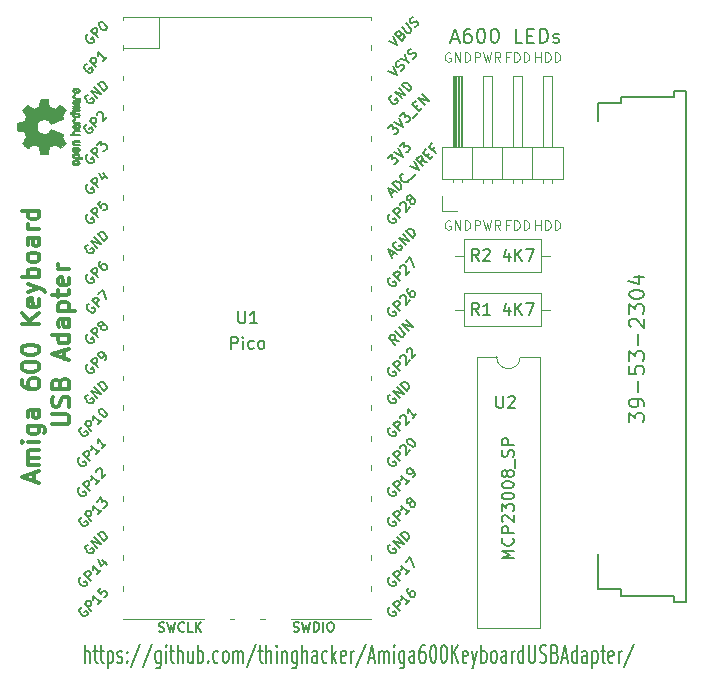
<source format=gbr>
G04 #@! TF.GenerationSoftware,KiCad,Pcbnew,(5.1.10)-1*
G04 #@! TF.CreationDate,2021-07-09T21:47:44+10:00*
G04 #@! TF.ProjectId,A600Keyboard_USB_Pico,41363030-4b65-4796-926f-6172645f5553,rev?*
G04 #@! TF.SameCoordinates,Original*
G04 #@! TF.FileFunction,Legend,Top*
G04 #@! TF.FilePolarity,Positive*
%FSLAX46Y46*%
G04 Gerber Fmt 4.6, Leading zero omitted, Abs format (unit mm)*
G04 Created by KiCad (PCBNEW (5.1.10)-1) date 2021-07-09 21:47:44*
%MOMM*%
%LPD*%
G01*
G04 APERTURE LIST*
%ADD10C,0.200000*%
%ADD11C,0.100000*%
%ADD12C,0.150000*%
%ADD13C,0.300000*%
%ADD14C,0.010000*%
%ADD15C,0.120000*%
G04 APERTURE END LIST*
D10*
X138636095Y-119296571D02*
X138636095Y-117796571D01*
X139043238Y-119296571D02*
X139043238Y-118510857D01*
X138998000Y-118368000D01*
X138907523Y-118296571D01*
X138771809Y-118296571D01*
X138681333Y-118368000D01*
X138636095Y-118439428D01*
X139359904Y-118296571D02*
X139721809Y-118296571D01*
X139495619Y-117796571D02*
X139495619Y-119082285D01*
X139540857Y-119225142D01*
X139631333Y-119296571D01*
X139721809Y-119296571D01*
X139902761Y-118296571D02*
X140264666Y-118296571D01*
X140038476Y-117796571D02*
X140038476Y-119082285D01*
X140083714Y-119225142D01*
X140174190Y-119296571D01*
X140264666Y-119296571D01*
X140581333Y-118296571D02*
X140581333Y-119796571D01*
X140581333Y-118368000D02*
X140671809Y-118296571D01*
X140852761Y-118296571D01*
X140943238Y-118368000D01*
X140988476Y-118439428D01*
X141033714Y-118582285D01*
X141033714Y-119010857D01*
X140988476Y-119153714D01*
X140943238Y-119225142D01*
X140852761Y-119296571D01*
X140671809Y-119296571D01*
X140581333Y-119225142D01*
X141395619Y-119225142D02*
X141486095Y-119296571D01*
X141667047Y-119296571D01*
X141757523Y-119225142D01*
X141802761Y-119082285D01*
X141802761Y-119010857D01*
X141757523Y-118868000D01*
X141667047Y-118796571D01*
X141531333Y-118796571D01*
X141440857Y-118725142D01*
X141395619Y-118582285D01*
X141395619Y-118510857D01*
X141440857Y-118368000D01*
X141531333Y-118296571D01*
X141667047Y-118296571D01*
X141757523Y-118368000D01*
X142209904Y-119153714D02*
X142255142Y-119225142D01*
X142209904Y-119296571D01*
X142164666Y-119225142D01*
X142209904Y-119153714D01*
X142209904Y-119296571D01*
X142209904Y-118368000D02*
X142255142Y-118439428D01*
X142209904Y-118510857D01*
X142164666Y-118439428D01*
X142209904Y-118368000D01*
X142209904Y-118510857D01*
X143340857Y-117725142D02*
X142526571Y-119653714D01*
X144336095Y-117725142D02*
X143521809Y-119653714D01*
X145059904Y-118296571D02*
X145059904Y-119510857D01*
X145014666Y-119653714D01*
X144969428Y-119725142D01*
X144878952Y-119796571D01*
X144743238Y-119796571D01*
X144652761Y-119725142D01*
X145059904Y-119225142D02*
X144969428Y-119296571D01*
X144788476Y-119296571D01*
X144698000Y-119225142D01*
X144652761Y-119153714D01*
X144607523Y-119010857D01*
X144607523Y-118582285D01*
X144652761Y-118439428D01*
X144698000Y-118368000D01*
X144788476Y-118296571D01*
X144969428Y-118296571D01*
X145059904Y-118368000D01*
X145512285Y-119296571D02*
X145512285Y-118296571D01*
X145512285Y-117796571D02*
X145467047Y-117868000D01*
X145512285Y-117939428D01*
X145557523Y-117868000D01*
X145512285Y-117796571D01*
X145512285Y-117939428D01*
X145828952Y-118296571D02*
X146190857Y-118296571D01*
X145964666Y-117796571D02*
X145964666Y-119082285D01*
X146009904Y-119225142D01*
X146100380Y-119296571D01*
X146190857Y-119296571D01*
X146507523Y-119296571D02*
X146507523Y-117796571D01*
X146914666Y-119296571D02*
X146914666Y-118510857D01*
X146869428Y-118368000D01*
X146778952Y-118296571D01*
X146643238Y-118296571D01*
X146552761Y-118368000D01*
X146507523Y-118439428D01*
X147774190Y-118296571D02*
X147774190Y-119296571D01*
X147367047Y-118296571D02*
X147367047Y-119082285D01*
X147412285Y-119225142D01*
X147502761Y-119296571D01*
X147638476Y-119296571D01*
X147728952Y-119225142D01*
X147774190Y-119153714D01*
X148226571Y-119296571D02*
X148226571Y-117796571D01*
X148226571Y-118368000D02*
X148317047Y-118296571D01*
X148498000Y-118296571D01*
X148588476Y-118368000D01*
X148633714Y-118439428D01*
X148678952Y-118582285D01*
X148678952Y-119010857D01*
X148633714Y-119153714D01*
X148588476Y-119225142D01*
X148498000Y-119296571D01*
X148317047Y-119296571D01*
X148226571Y-119225142D01*
X149086095Y-119153714D02*
X149131333Y-119225142D01*
X149086095Y-119296571D01*
X149040857Y-119225142D01*
X149086095Y-119153714D01*
X149086095Y-119296571D01*
X149945619Y-119225142D02*
X149855142Y-119296571D01*
X149674190Y-119296571D01*
X149583714Y-119225142D01*
X149538476Y-119153714D01*
X149493238Y-119010857D01*
X149493238Y-118582285D01*
X149538476Y-118439428D01*
X149583714Y-118368000D01*
X149674190Y-118296571D01*
X149855142Y-118296571D01*
X149945619Y-118368000D01*
X150488476Y-119296571D02*
X150398000Y-119225142D01*
X150352761Y-119153714D01*
X150307523Y-119010857D01*
X150307523Y-118582285D01*
X150352761Y-118439428D01*
X150398000Y-118368000D01*
X150488476Y-118296571D01*
X150624190Y-118296571D01*
X150714666Y-118368000D01*
X150759904Y-118439428D01*
X150805142Y-118582285D01*
X150805142Y-119010857D01*
X150759904Y-119153714D01*
X150714666Y-119225142D01*
X150624190Y-119296571D01*
X150488476Y-119296571D01*
X151212285Y-119296571D02*
X151212285Y-118296571D01*
X151212285Y-118439428D02*
X151257523Y-118368000D01*
X151348000Y-118296571D01*
X151483714Y-118296571D01*
X151574190Y-118368000D01*
X151619428Y-118510857D01*
X151619428Y-119296571D01*
X151619428Y-118510857D02*
X151664666Y-118368000D01*
X151755142Y-118296571D01*
X151890857Y-118296571D01*
X151981333Y-118368000D01*
X152026571Y-118510857D01*
X152026571Y-119296571D01*
X153157523Y-117725142D02*
X152343238Y-119653714D01*
X153338476Y-118296571D02*
X153700380Y-118296571D01*
X153474190Y-117796571D02*
X153474190Y-119082285D01*
X153519428Y-119225142D01*
X153609904Y-119296571D01*
X153700380Y-119296571D01*
X154017047Y-119296571D02*
X154017047Y-117796571D01*
X154424190Y-119296571D02*
X154424190Y-118510857D01*
X154378952Y-118368000D01*
X154288476Y-118296571D01*
X154152761Y-118296571D01*
X154062285Y-118368000D01*
X154017047Y-118439428D01*
X154876571Y-119296571D02*
X154876571Y-118296571D01*
X154876571Y-117796571D02*
X154831333Y-117868000D01*
X154876571Y-117939428D01*
X154921809Y-117868000D01*
X154876571Y-117796571D01*
X154876571Y-117939428D01*
X155328952Y-118296571D02*
X155328952Y-119296571D01*
X155328952Y-118439428D02*
X155374190Y-118368000D01*
X155464666Y-118296571D01*
X155600380Y-118296571D01*
X155690857Y-118368000D01*
X155736095Y-118510857D01*
X155736095Y-119296571D01*
X156595619Y-118296571D02*
X156595619Y-119510857D01*
X156550380Y-119653714D01*
X156505142Y-119725142D01*
X156414666Y-119796571D01*
X156278952Y-119796571D01*
X156188476Y-119725142D01*
X156595619Y-119225142D02*
X156505142Y-119296571D01*
X156324190Y-119296571D01*
X156233714Y-119225142D01*
X156188476Y-119153714D01*
X156143238Y-119010857D01*
X156143238Y-118582285D01*
X156188476Y-118439428D01*
X156233714Y-118368000D01*
X156324190Y-118296571D01*
X156505142Y-118296571D01*
X156595619Y-118368000D01*
X157048000Y-119296571D02*
X157048000Y-117796571D01*
X157455142Y-119296571D02*
X157455142Y-118510857D01*
X157409904Y-118368000D01*
X157319428Y-118296571D01*
X157183714Y-118296571D01*
X157093238Y-118368000D01*
X157048000Y-118439428D01*
X158314666Y-119296571D02*
X158314666Y-118510857D01*
X158269428Y-118368000D01*
X158178952Y-118296571D01*
X157998000Y-118296571D01*
X157907523Y-118368000D01*
X158314666Y-119225142D02*
X158224190Y-119296571D01*
X157998000Y-119296571D01*
X157907523Y-119225142D01*
X157862285Y-119082285D01*
X157862285Y-118939428D01*
X157907523Y-118796571D01*
X157998000Y-118725142D01*
X158224190Y-118725142D01*
X158314666Y-118653714D01*
X159174190Y-119225142D02*
X159083714Y-119296571D01*
X158902761Y-119296571D01*
X158812285Y-119225142D01*
X158767047Y-119153714D01*
X158721809Y-119010857D01*
X158721809Y-118582285D01*
X158767047Y-118439428D01*
X158812285Y-118368000D01*
X158902761Y-118296571D01*
X159083714Y-118296571D01*
X159174190Y-118368000D01*
X159581333Y-119296571D02*
X159581333Y-117796571D01*
X159671809Y-118725142D02*
X159943238Y-119296571D01*
X159943238Y-118296571D02*
X159581333Y-118868000D01*
X160712285Y-119225142D02*
X160621809Y-119296571D01*
X160440857Y-119296571D01*
X160350380Y-119225142D01*
X160305142Y-119082285D01*
X160305142Y-118510857D01*
X160350380Y-118368000D01*
X160440857Y-118296571D01*
X160621809Y-118296571D01*
X160712285Y-118368000D01*
X160757523Y-118510857D01*
X160757523Y-118653714D01*
X160305142Y-118796571D01*
X161164666Y-119296571D02*
X161164666Y-118296571D01*
X161164666Y-118582285D02*
X161209904Y-118439428D01*
X161255142Y-118368000D01*
X161345619Y-118296571D01*
X161436095Y-118296571D01*
X162431333Y-117725142D02*
X161617047Y-119653714D01*
X162702761Y-118868000D02*
X163155142Y-118868000D01*
X162612285Y-119296571D02*
X162928952Y-117796571D01*
X163245619Y-119296571D01*
X163562285Y-119296571D02*
X163562285Y-118296571D01*
X163562285Y-118439428D02*
X163607523Y-118368000D01*
X163698000Y-118296571D01*
X163833714Y-118296571D01*
X163924190Y-118368000D01*
X163969428Y-118510857D01*
X163969428Y-119296571D01*
X163969428Y-118510857D02*
X164014666Y-118368000D01*
X164105142Y-118296571D01*
X164240857Y-118296571D01*
X164331333Y-118368000D01*
X164376571Y-118510857D01*
X164376571Y-119296571D01*
X164828952Y-119296571D02*
X164828952Y-118296571D01*
X164828952Y-117796571D02*
X164783714Y-117868000D01*
X164828952Y-117939428D01*
X164874190Y-117868000D01*
X164828952Y-117796571D01*
X164828952Y-117939428D01*
X165688476Y-118296571D02*
X165688476Y-119510857D01*
X165643238Y-119653714D01*
X165598000Y-119725142D01*
X165507523Y-119796571D01*
X165371809Y-119796571D01*
X165281333Y-119725142D01*
X165688476Y-119225142D02*
X165598000Y-119296571D01*
X165417047Y-119296571D01*
X165326571Y-119225142D01*
X165281333Y-119153714D01*
X165236095Y-119010857D01*
X165236095Y-118582285D01*
X165281333Y-118439428D01*
X165326571Y-118368000D01*
X165417047Y-118296571D01*
X165598000Y-118296571D01*
X165688476Y-118368000D01*
X166548000Y-119296571D02*
X166548000Y-118510857D01*
X166502761Y-118368000D01*
X166412285Y-118296571D01*
X166231333Y-118296571D01*
X166140857Y-118368000D01*
X166548000Y-119225142D02*
X166457523Y-119296571D01*
X166231333Y-119296571D01*
X166140857Y-119225142D01*
X166095619Y-119082285D01*
X166095619Y-118939428D01*
X166140857Y-118796571D01*
X166231333Y-118725142D01*
X166457523Y-118725142D01*
X166548000Y-118653714D01*
X167407523Y-117796571D02*
X167226571Y-117796571D01*
X167136095Y-117868000D01*
X167090857Y-117939428D01*
X167000380Y-118153714D01*
X166955142Y-118439428D01*
X166955142Y-119010857D01*
X167000380Y-119153714D01*
X167045619Y-119225142D01*
X167136095Y-119296571D01*
X167317047Y-119296571D01*
X167407523Y-119225142D01*
X167452761Y-119153714D01*
X167498000Y-119010857D01*
X167498000Y-118653714D01*
X167452761Y-118510857D01*
X167407523Y-118439428D01*
X167317047Y-118368000D01*
X167136095Y-118368000D01*
X167045619Y-118439428D01*
X167000380Y-118510857D01*
X166955142Y-118653714D01*
X168086095Y-117796571D02*
X168176571Y-117796571D01*
X168267047Y-117868000D01*
X168312285Y-117939428D01*
X168357523Y-118082285D01*
X168402761Y-118368000D01*
X168402761Y-118725142D01*
X168357523Y-119010857D01*
X168312285Y-119153714D01*
X168267047Y-119225142D01*
X168176571Y-119296571D01*
X168086095Y-119296571D01*
X167995619Y-119225142D01*
X167950380Y-119153714D01*
X167905142Y-119010857D01*
X167859904Y-118725142D01*
X167859904Y-118368000D01*
X167905142Y-118082285D01*
X167950380Y-117939428D01*
X167995619Y-117868000D01*
X168086095Y-117796571D01*
X168990857Y-117796571D02*
X169081333Y-117796571D01*
X169171809Y-117868000D01*
X169217047Y-117939428D01*
X169262285Y-118082285D01*
X169307523Y-118368000D01*
X169307523Y-118725142D01*
X169262285Y-119010857D01*
X169217047Y-119153714D01*
X169171809Y-119225142D01*
X169081333Y-119296571D01*
X168990857Y-119296571D01*
X168900380Y-119225142D01*
X168855142Y-119153714D01*
X168809904Y-119010857D01*
X168764666Y-118725142D01*
X168764666Y-118368000D01*
X168809904Y-118082285D01*
X168855142Y-117939428D01*
X168900380Y-117868000D01*
X168990857Y-117796571D01*
X169714666Y-119296571D02*
X169714666Y-117796571D01*
X170257523Y-119296571D02*
X169850380Y-118439428D01*
X170257523Y-117796571D02*
X169714666Y-118653714D01*
X171026571Y-119225142D02*
X170936095Y-119296571D01*
X170755142Y-119296571D01*
X170664666Y-119225142D01*
X170619428Y-119082285D01*
X170619428Y-118510857D01*
X170664666Y-118368000D01*
X170755142Y-118296571D01*
X170936095Y-118296571D01*
X171026571Y-118368000D01*
X171071809Y-118510857D01*
X171071809Y-118653714D01*
X170619428Y-118796571D01*
X171388476Y-118296571D02*
X171614666Y-119296571D01*
X171840857Y-118296571D02*
X171614666Y-119296571D01*
X171524190Y-119653714D01*
X171478952Y-119725142D01*
X171388476Y-119796571D01*
X172202761Y-119296571D02*
X172202761Y-117796571D01*
X172202761Y-118368000D02*
X172293238Y-118296571D01*
X172474190Y-118296571D01*
X172564666Y-118368000D01*
X172609904Y-118439428D01*
X172655142Y-118582285D01*
X172655142Y-119010857D01*
X172609904Y-119153714D01*
X172564666Y-119225142D01*
X172474190Y-119296571D01*
X172293238Y-119296571D01*
X172202761Y-119225142D01*
X173198000Y-119296571D02*
X173107523Y-119225142D01*
X173062285Y-119153714D01*
X173017047Y-119010857D01*
X173017047Y-118582285D01*
X173062285Y-118439428D01*
X173107523Y-118368000D01*
X173198000Y-118296571D01*
X173333714Y-118296571D01*
X173424190Y-118368000D01*
X173469428Y-118439428D01*
X173514666Y-118582285D01*
X173514666Y-119010857D01*
X173469428Y-119153714D01*
X173424190Y-119225142D01*
X173333714Y-119296571D01*
X173198000Y-119296571D01*
X174328952Y-119296571D02*
X174328952Y-118510857D01*
X174283714Y-118368000D01*
X174193238Y-118296571D01*
X174012285Y-118296571D01*
X173921809Y-118368000D01*
X174328952Y-119225142D02*
X174238476Y-119296571D01*
X174012285Y-119296571D01*
X173921809Y-119225142D01*
X173876571Y-119082285D01*
X173876571Y-118939428D01*
X173921809Y-118796571D01*
X174012285Y-118725142D01*
X174238476Y-118725142D01*
X174328952Y-118653714D01*
X174781333Y-119296571D02*
X174781333Y-118296571D01*
X174781333Y-118582285D02*
X174826571Y-118439428D01*
X174871809Y-118368000D01*
X174962285Y-118296571D01*
X175052761Y-118296571D01*
X175776571Y-119296571D02*
X175776571Y-117796571D01*
X175776571Y-119225142D02*
X175686095Y-119296571D01*
X175505142Y-119296571D01*
X175414666Y-119225142D01*
X175369428Y-119153714D01*
X175324190Y-119010857D01*
X175324190Y-118582285D01*
X175369428Y-118439428D01*
X175414666Y-118368000D01*
X175505142Y-118296571D01*
X175686095Y-118296571D01*
X175776571Y-118368000D01*
X176228952Y-117796571D02*
X176228952Y-119010857D01*
X176274190Y-119153714D01*
X176319428Y-119225142D01*
X176409904Y-119296571D01*
X176590857Y-119296571D01*
X176681333Y-119225142D01*
X176726571Y-119153714D01*
X176771809Y-119010857D01*
X176771809Y-117796571D01*
X177178952Y-119225142D02*
X177314666Y-119296571D01*
X177540857Y-119296571D01*
X177631333Y-119225142D01*
X177676571Y-119153714D01*
X177721809Y-119010857D01*
X177721809Y-118868000D01*
X177676571Y-118725142D01*
X177631333Y-118653714D01*
X177540857Y-118582285D01*
X177359904Y-118510857D01*
X177269428Y-118439428D01*
X177224190Y-118368000D01*
X177178952Y-118225142D01*
X177178952Y-118082285D01*
X177224190Y-117939428D01*
X177269428Y-117868000D01*
X177359904Y-117796571D01*
X177586095Y-117796571D01*
X177721809Y-117868000D01*
X178445619Y-118510857D02*
X178581333Y-118582285D01*
X178626571Y-118653714D01*
X178671809Y-118796571D01*
X178671809Y-119010857D01*
X178626571Y-119153714D01*
X178581333Y-119225142D01*
X178490857Y-119296571D01*
X178128952Y-119296571D01*
X178128952Y-117796571D01*
X178445619Y-117796571D01*
X178536095Y-117868000D01*
X178581333Y-117939428D01*
X178626571Y-118082285D01*
X178626571Y-118225142D01*
X178581333Y-118368000D01*
X178536095Y-118439428D01*
X178445619Y-118510857D01*
X178128952Y-118510857D01*
X179033714Y-118868000D02*
X179486095Y-118868000D01*
X178943238Y-119296571D02*
X179259904Y-117796571D01*
X179576571Y-119296571D01*
X180300380Y-119296571D02*
X180300380Y-117796571D01*
X180300380Y-119225142D02*
X180209904Y-119296571D01*
X180028952Y-119296571D01*
X179938476Y-119225142D01*
X179893238Y-119153714D01*
X179848000Y-119010857D01*
X179848000Y-118582285D01*
X179893238Y-118439428D01*
X179938476Y-118368000D01*
X180028952Y-118296571D01*
X180209904Y-118296571D01*
X180300380Y-118368000D01*
X181159904Y-119296571D02*
X181159904Y-118510857D01*
X181114666Y-118368000D01*
X181024190Y-118296571D01*
X180843238Y-118296571D01*
X180752761Y-118368000D01*
X181159904Y-119225142D02*
X181069428Y-119296571D01*
X180843238Y-119296571D01*
X180752761Y-119225142D01*
X180707523Y-119082285D01*
X180707523Y-118939428D01*
X180752761Y-118796571D01*
X180843238Y-118725142D01*
X181069428Y-118725142D01*
X181159904Y-118653714D01*
X181612285Y-118296571D02*
X181612285Y-119796571D01*
X181612285Y-118368000D02*
X181702761Y-118296571D01*
X181883714Y-118296571D01*
X181974190Y-118368000D01*
X182019428Y-118439428D01*
X182064666Y-118582285D01*
X182064666Y-119010857D01*
X182019428Y-119153714D01*
X181974190Y-119225142D01*
X181883714Y-119296571D01*
X181702761Y-119296571D01*
X181612285Y-119225142D01*
X182336095Y-118296571D02*
X182698000Y-118296571D01*
X182471809Y-117796571D02*
X182471809Y-119082285D01*
X182517047Y-119225142D01*
X182607523Y-119296571D01*
X182698000Y-119296571D01*
X183376571Y-119225142D02*
X183286095Y-119296571D01*
X183105142Y-119296571D01*
X183014666Y-119225142D01*
X182969428Y-119082285D01*
X182969428Y-118510857D01*
X183014666Y-118368000D01*
X183105142Y-118296571D01*
X183286095Y-118296571D01*
X183376571Y-118368000D01*
X183421809Y-118510857D01*
X183421809Y-118653714D01*
X182969428Y-118796571D01*
X183828952Y-119296571D02*
X183828952Y-118296571D01*
X183828952Y-118582285D02*
X183874190Y-118439428D01*
X183919428Y-118368000D01*
X184009904Y-118296571D01*
X184100380Y-118296571D01*
X185095619Y-117725142D02*
X184281333Y-119653714D01*
D11*
X176771428Y-68433904D02*
X176771428Y-67633904D01*
X176771428Y-68014857D02*
X177228571Y-68014857D01*
X177228571Y-68433904D02*
X177228571Y-67633904D01*
X177609523Y-68433904D02*
X177609523Y-67633904D01*
X177800000Y-67633904D01*
X177914285Y-67672000D01*
X177990476Y-67748190D01*
X178028571Y-67824380D01*
X178066666Y-67976761D01*
X178066666Y-68091047D01*
X178028571Y-68243428D01*
X177990476Y-68319619D01*
X177914285Y-68395809D01*
X177800000Y-68433904D01*
X177609523Y-68433904D01*
X178409523Y-68433904D02*
X178409523Y-67633904D01*
X178600000Y-67633904D01*
X178714285Y-67672000D01*
X178790476Y-67748190D01*
X178828571Y-67824380D01*
X178866666Y-67976761D01*
X178866666Y-68091047D01*
X178828571Y-68243428D01*
X178790476Y-68319619D01*
X178714285Y-68395809D01*
X178600000Y-68433904D01*
X178409523Y-68433904D01*
X171653333Y-68433904D02*
X171653333Y-67633904D01*
X171958095Y-67633904D01*
X172034285Y-67672000D01*
X172072380Y-67710095D01*
X172110476Y-67786285D01*
X172110476Y-67900571D01*
X172072380Y-67976761D01*
X172034285Y-68014857D01*
X171958095Y-68052952D01*
X171653333Y-68052952D01*
X172377142Y-67633904D02*
X172567619Y-68433904D01*
X172720000Y-67862476D01*
X172872380Y-68433904D01*
X173062857Y-67633904D01*
X173824761Y-68433904D02*
X173558095Y-68052952D01*
X173367619Y-68433904D02*
X173367619Y-67633904D01*
X173672380Y-67633904D01*
X173748571Y-67672000D01*
X173786666Y-67710095D01*
X173824761Y-67786285D01*
X173824761Y-67900571D01*
X173786666Y-67976761D01*
X173748571Y-68014857D01*
X173672380Y-68052952D01*
X173367619Y-68052952D01*
X169570476Y-67672000D02*
X169494285Y-67633904D01*
X169380000Y-67633904D01*
X169265714Y-67672000D01*
X169189523Y-67748190D01*
X169151428Y-67824380D01*
X169113333Y-67976761D01*
X169113333Y-68091047D01*
X169151428Y-68243428D01*
X169189523Y-68319619D01*
X169265714Y-68395809D01*
X169380000Y-68433904D01*
X169456190Y-68433904D01*
X169570476Y-68395809D01*
X169608571Y-68357714D01*
X169608571Y-68091047D01*
X169456190Y-68091047D01*
X169951428Y-68433904D02*
X169951428Y-67633904D01*
X170408571Y-68433904D01*
X170408571Y-67633904D01*
X170789523Y-68433904D02*
X170789523Y-67633904D01*
X170980000Y-67633904D01*
X171094285Y-67672000D01*
X171170476Y-67748190D01*
X171208571Y-67824380D01*
X171246666Y-67976761D01*
X171246666Y-68091047D01*
X171208571Y-68243428D01*
X171170476Y-68319619D01*
X171094285Y-68395809D01*
X170980000Y-68433904D01*
X170789523Y-68433904D01*
X174574285Y-68014857D02*
X174307619Y-68014857D01*
X174307619Y-68433904D02*
X174307619Y-67633904D01*
X174688571Y-67633904D01*
X174993333Y-68433904D02*
X174993333Y-67633904D01*
X175183809Y-67633904D01*
X175298095Y-67672000D01*
X175374285Y-67748190D01*
X175412380Y-67824380D01*
X175450476Y-67976761D01*
X175450476Y-68091047D01*
X175412380Y-68243428D01*
X175374285Y-68319619D01*
X175298095Y-68395809D01*
X175183809Y-68433904D01*
X174993333Y-68433904D01*
X175793333Y-68433904D02*
X175793333Y-67633904D01*
X175983809Y-67633904D01*
X176098095Y-67672000D01*
X176174285Y-67748190D01*
X176212380Y-67824380D01*
X176250476Y-67976761D01*
X176250476Y-68091047D01*
X176212380Y-68243428D01*
X176174285Y-68319619D01*
X176098095Y-68395809D01*
X175983809Y-68433904D01*
X175793333Y-68433904D01*
D12*
X169672571Y-66494000D02*
X170244000Y-66494000D01*
X169558285Y-66836857D02*
X169958285Y-65636857D01*
X170358285Y-66836857D01*
X171272571Y-65636857D02*
X171044000Y-65636857D01*
X170929714Y-65694000D01*
X170872571Y-65751142D01*
X170758285Y-65922571D01*
X170701142Y-66151142D01*
X170701142Y-66608285D01*
X170758285Y-66722571D01*
X170815428Y-66779714D01*
X170929714Y-66836857D01*
X171158285Y-66836857D01*
X171272571Y-66779714D01*
X171329714Y-66722571D01*
X171386857Y-66608285D01*
X171386857Y-66322571D01*
X171329714Y-66208285D01*
X171272571Y-66151142D01*
X171158285Y-66094000D01*
X170929714Y-66094000D01*
X170815428Y-66151142D01*
X170758285Y-66208285D01*
X170701142Y-66322571D01*
X172129714Y-65636857D02*
X172244000Y-65636857D01*
X172358285Y-65694000D01*
X172415428Y-65751142D01*
X172472571Y-65865428D01*
X172529714Y-66094000D01*
X172529714Y-66379714D01*
X172472571Y-66608285D01*
X172415428Y-66722571D01*
X172358285Y-66779714D01*
X172244000Y-66836857D01*
X172129714Y-66836857D01*
X172015428Y-66779714D01*
X171958285Y-66722571D01*
X171901142Y-66608285D01*
X171844000Y-66379714D01*
X171844000Y-66094000D01*
X171901142Y-65865428D01*
X171958285Y-65751142D01*
X172015428Y-65694000D01*
X172129714Y-65636857D01*
X173272571Y-65636857D02*
X173386857Y-65636857D01*
X173501142Y-65694000D01*
X173558285Y-65751142D01*
X173615428Y-65865428D01*
X173672571Y-66094000D01*
X173672571Y-66379714D01*
X173615428Y-66608285D01*
X173558285Y-66722571D01*
X173501142Y-66779714D01*
X173386857Y-66836857D01*
X173272571Y-66836857D01*
X173158285Y-66779714D01*
X173101142Y-66722571D01*
X173044000Y-66608285D01*
X172986857Y-66379714D01*
X172986857Y-66094000D01*
X173044000Y-65865428D01*
X173101142Y-65751142D01*
X173158285Y-65694000D01*
X173272571Y-65636857D01*
X175672571Y-66836857D02*
X175101142Y-66836857D01*
X175101142Y-65636857D01*
X176072571Y-66208285D02*
X176472571Y-66208285D01*
X176644000Y-66836857D02*
X176072571Y-66836857D01*
X176072571Y-65636857D01*
X176644000Y-65636857D01*
X177158285Y-66836857D02*
X177158285Y-65636857D01*
X177444000Y-65636857D01*
X177615428Y-65694000D01*
X177729714Y-65808285D01*
X177786857Y-65922571D01*
X177844000Y-66151142D01*
X177844000Y-66322571D01*
X177786857Y-66551142D01*
X177729714Y-66665428D01*
X177615428Y-66779714D01*
X177444000Y-66836857D01*
X177158285Y-66836857D01*
X178301142Y-66779714D02*
X178415428Y-66836857D01*
X178644000Y-66836857D01*
X178758285Y-66779714D01*
X178815428Y-66665428D01*
X178815428Y-66608285D01*
X178758285Y-66494000D01*
X178644000Y-66436857D01*
X178472571Y-66436857D01*
X178358285Y-66379714D01*
X178301142Y-66265428D01*
X178301142Y-66208285D01*
X178358285Y-66094000D01*
X178472571Y-66036857D01*
X178644000Y-66036857D01*
X178758285Y-66094000D01*
D11*
X169570476Y-81896000D02*
X169494285Y-81857904D01*
X169380000Y-81857904D01*
X169265714Y-81896000D01*
X169189523Y-81972190D01*
X169151428Y-82048380D01*
X169113333Y-82200761D01*
X169113333Y-82315047D01*
X169151428Y-82467428D01*
X169189523Y-82543619D01*
X169265714Y-82619809D01*
X169380000Y-82657904D01*
X169456190Y-82657904D01*
X169570476Y-82619809D01*
X169608571Y-82581714D01*
X169608571Y-82315047D01*
X169456190Y-82315047D01*
X169951428Y-82657904D02*
X169951428Y-81857904D01*
X170408571Y-82657904D01*
X170408571Y-81857904D01*
X170789523Y-82657904D02*
X170789523Y-81857904D01*
X170980000Y-81857904D01*
X171094285Y-81896000D01*
X171170476Y-81972190D01*
X171208571Y-82048380D01*
X171246666Y-82200761D01*
X171246666Y-82315047D01*
X171208571Y-82467428D01*
X171170476Y-82543619D01*
X171094285Y-82619809D01*
X170980000Y-82657904D01*
X170789523Y-82657904D01*
X171653333Y-82657904D02*
X171653333Y-81857904D01*
X171958095Y-81857904D01*
X172034285Y-81896000D01*
X172072380Y-81934095D01*
X172110476Y-82010285D01*
X172110476Y-82124571D01*
X172072380Y-82200761D01*
X172034285Y-82238857D01*
X171958095Y-82276952D01*
X171653333Y-82276952D01*
X172377142Y-81857904D02*
X172567619Y-82657904D01*
X172720000Y-82086476D01*
X172872380Y-82657904D01*
X173062857Y-81857904D01*
X173824761Y-82657904D02*
X173558095Y-82276952D01*
X173367619Y-82657904D02*
X173367619Y-81857904D01*
X173672380Y-81857904D01*
X173748571Y-81896000D01*
X173786666Y-81934095D01*
X173824761Y-82010285D01*
X173824761Y-82124571D01*
X173786666Y-82200761D01*
X173748571Y-82238857D01*
X173672380Y-82276952D01*
X173367619Y-82276952D01*
X176771428Y-82657904D02*
X176771428Y-81857904D01*
X176771428Y-82238857D02*
X177228571Y-82238857D01*
X177228571Y-82657904D02*
X177228571Y-81857904D01*
X177609523Y-82657904D02*
X177609523Y-81857904D01*
X177800000Y-81857904D01*
X177914285Y-81896000D01*
X177990476Y-81972190D01*
X178028571Y-82048380D01*
X178066666Y-82200761D01*
X178066666Y-82315047D01*
X178028571Y-82467428D01*
X177990476Y-82543619D01*
X177914285Y-82619809D01*
X177800000Y-82657904D01*
X177609523Y-82657904D01*
X178409523Y-82657904D02*
X178409523Y-81857904D01*
X178600000Y-81857904D01*
X178714285Y-81896000D01*
X178790476Y-81972190D01*
X178828571Y-82048380D01*
X178866666Y-82200761D01*
X178866666Y-82315047D01*
X178828571Y-82467428D01*
X178790476Y-82543619D01*
X178714285Y-82619809D01*
X178600000Y-82657904D01*
X178409523Y-82657904D01*
X174574285Y-82238857D02*
X174307619Y-82238857D01*
X174307619Y-82657904D02*
X174307619Y-81857904D01*
X174688571Y-81857904D01*
X174993333Y-82657904D02*
X174993333Y-81857904D01*
X175183809Y-81857904D01*
X175298095Y-81896000D01*
X175374285Y-81972190D01*
X175412380Y-82048380D01*
X175450476Y-82200761D01*
X175450476Y-82315047D01*
X175412380Y-82467428D01*
X175374285Y-82543619D01*
X175298095Y-82619809D01*
X175183809Y-82657904D01*
X174993333Y-82657904D01*
X175793333Y-82657904D02*
X175793333Y-81857904D01*
X175983809Y-81857904D01*
X176098095Y-81896000D01*
X176174285Y-81972190D01*
X176212380Y-82048380D01*
X176250476Y-82200761D01*
X176250476Y-82315047D01*
X176212380Y-82467428D01*
X176174285Y-82543619D01*
X176098095Y-82619809D01*
X175983809Y-82657904D01*
X175793333Y-82657904D01*
D13*
X134357000Y-103956000D02*
X134357000Y-103241714D01*
X134785571Y-104098857D02*
X133285571Y-103598857D01*
X134785571Y-103098857D01*
X134785571Y-102598857D02*
X133785571Y-102598857D01*
X133928428Y-102598857D02*
X133857000Y-102527428D01*
X133785571Y-102384571D01*
X133785571Y-102170285D01*
X133857000Y-102027428D01*
X133999857Y-101956000D01*
X134785571Y-101956000D01*
X133999857Y-101956000D02*
X133857000Y-101884571D01*
X133785571Y-101741714D01*
X133785571Y-101527428D01*
X133857000Y-101384571D01*
X133999857Y-101313142D01*
X134785571Y-101313142D01*
X134785571Y-100598857D02*
X133785571Y-100598857D01*
X133285571Y-100598857D02*
X133357000Y-100670285D01*
X133428428Y-100598857D01*
X133357000Y-100527428D01*
X133285571Y-100598857D01*
X133428428Y-100598857D01*
X133785571Y-99241714D02*
X134999857Y-99241714D01*
X135142714Y-99313142D01*
X135214142Y-99384571D01*
X135285571Y-99527428D01*
X135285571Y-99741714D01*
X135214142Y-99884571D01*
X134714142Y-99241714D02*
X134785571Y-99384571D01*
X134785571Y-99670285D01*
X134714142Y-99813142D01*
X134642714Y-99884571D01*
X134499857Y-99956000D01*
X134071285Y-99956000D01*
X133928428Y-99884571D01*
X133857000Y-99813142D01*
X133785571Y-99670285D01*
X133785571Y-99384571D01*
X133857000Y-99241714D01*
X134785571Y-97884571D02*
X133999857Y-97884571D01*
X133857000Y-97956000D01*
X133785571Y-98098857D01*
X133785571Y-98384571D01*
X133857000Y-98527428D01*
X134714142Y-97884571D02*
X134785571Y-98027428D01*
X134785571Y-98384571D01*
X134714142Y-98527428D01*
X134571285Y-98598857D01*
X134428428Y-98598857D01*
X134285571Y-98527428D01*
X134214142Y-98384571D01*
X134214142Y-98027428D01*
X134142714Y-97884571D01*
X133285571Y-95384571D02*
X133285571Y-95670285D01*
X133357000Y-95813142D01*
X133428428Y-95884571D01*
X133642714Y-96027428D01*
X133928428Y-96098857D01*
X134499857Y-96098857D01*
X134642714Y-96027428D01*
X134714142Y-95956000D01*
X134785571Y-95813142D01*
X134785571Y-95527428D01*
X134714142Y-95384571D01*
X134642714Y-95313142D01*
X134499857Y-95241714D01*
X134142714Y-95241714D01*
X133999857Y-95313142D01*
X133928428Y-95384571D01*
X133857000Y-95527428D01*
X133857000Y-95813142D01*
X133928428Y-95956000D01*
X133999857Y-96027428D01*
X134142714Y-96098857D01*
X133285571Y-94313142D02*
X133285571Y-94170285D01*
X133357000Y-94027428D01*
X133428428Y-93956000D01*
X133571285Y-93884571D01*
X133857000Y-93813142D01*
X134214142Y-93813142D01*
X134499857Y-93884571D01*
X134642714Y-93956000D01*
X134714142Y-94027428D01*
X134785571Y-94170285D01*
X134785571Y-94313142D01*
X134714142Y-94456000D01*
X134642714Y-94527428D01*
X134499857Y-94598857D01*
X134214142Y-94670285D01*
X133857000Y-94670285D01*
X133571285Y-94598857D01*
X133428428Y-94527428D01*
X133357000Y-94456000D01*
X133285571Y-94313142D01*
X133285571Y-92884571D02*
X133285571Y-92741714D01*
X133357000Y-92598857D01*
X133428428Y-92527428D01*
X133571285Y-92456000D01*
X133857000Y-92384571D01*
X134214142Y-92384571D01*
X134499857Y-92456000D01*
X134642714Y-92527428D01*
X134714142Y-92598857D01*
X134785571Y-92741714D01*
X134785571Y-92884571D01*
X134714142Y-93027428D01*
X134642714Y-93098857D01*
X134499857Y-93170285D01*
X134214142Y-93241714D01*
X133857000Y-93241714D01*
X133571285Y-93170285D01*
X133428428Y-93098857D01*
X133357000Y-93027428D01*
X133285571Y-92884571D01*
X134785571Y-90598857D02*
X133285571Y-90598857D01*
X134785571Y-89741714D02*
X133928428Y-90384571D01*
X133285571Y-89741714D02*
X134142714Y-90598857D01*
X134714142Y-88527428D02*
X134785571Y-88670285D01*
X134785571Y-88956000D01*
X134714142Y-89098857D01*
X134571285Y-89170285D01*
X133999857Y-89170285D01*
X133857000Y-89098857D01*
X133785571Y-88956000D01*
X133785571Y-88670285D01*
X133857000Y-88527428D01*
X133999857Y-88456000D01*
X134142714Y-88456000D01*
X134285571Y-89170285D01*
X133785571Y-87956000D02*
X134785571Y-87598857D01*
X133785571Y-87241714D02*
X134785571Y-87598857D01*
X135142714Y-87741714D01*
X135214142Y-87813142D01*
X135285571Y-87956000D01*
X134785571Y-86670285D02*
X133285571Y-86670285D01*
X133857000Y-86670285D02*
X133785571Y-86527428D01*
X133785571Y-86241714D01*
X133857000Y-86098857D01*
X133928428Y-86027428D01*
X134071285Y-85956000D01*
X134499857Y-85956000D01*
X134642714Y-86027428D01*
X134714142Y-86098857D01*
X134785571Y-86241714D01*
X134785571Y-86527428D01*
X134714142Y-86670285D01*
X134785571Y-85098857D02*
X134714142Y-85241714D01*
X134642714Y-85313142D01*
X134499857Y-85384571D01*
X134071285Y-85384571D01*
X133928428Y-85313142D01*
X133857000Y-85241714D01*
X133785571Y-85098857D01*
X133785571Y-84884571D01*
X133857000Y-84741714D01*
X133928428Y-84670285D01*
X134071285Y-84598857D01*
X134499857Y-84598857D01*
X134642714Y-84670285D01*
X134714142Y-84741714D01*
X134785571Y-84884571D01*
X134785571Y-85098857D01*
X134785571Y-83313142D02*
X133999857Y-83313142D01*
X133857000Y-83384571D01*
X133785571Y-83527428D01*
X133785571Y-83813142D01*
X133857000Y-83956000D01*
X134714142Y-83313142D02*
X134785571Y-83456000D01*
X134785571Y-83813142D01*
X134714142Y-83956000D01*
X134571285Y-84027428D01*
X134428428Y-84027428D01*
X134285571Y-83956000D01*
X134214142Y-83813142D01*
X134214142Y-83456000D01*
X134142714Y-83313142D01*
X134785571Y-82598857D02*
X133785571Y-82598857D01*
X134071285Y-82598857D02*
X133928428Y-82527428D01*
X133857000Y-82456000D01*
X133785571Y-82313142D01*
X133785571Y-82170285D01*
X134785571Y-81027428D02*
X133285571Y-81027428D01*
X134714142Y-81027428D02*
X134785571Y-81170285D01*
X134785571Y-81456000D01*
X134714142Y-81598857D01*
X134642714Y-81670285D01*
X134499857Y-81741714D01*
X134071285Y-81741714D01*
X133928428Y-81670285D01*
X133857000Y-81598857D01*
X133785571Y-81456000D01*
X133785571Y-81170285D01*
X133857000Y-81027428D01*
X135835571Y-99134571D02*
X137049857Y-99134571D01*
X137192714Y-99063142D01*
X137264142Y-98991714D01*
X137335571Y-98848857D01*
X137335571Y-98563142D01*
X137264142Y-98420285D01*
X137192714Y-98348857D01*
X137049857Y-98277428D01*
X135835571Y-98277428D01*
X137264142Y-97634571D02*
X137335571Y-97420285D01*
X137335571Y-97063142D01*
X137264142Y-96920285D01*
X137192714Y-96848857D01*
X137049857Y-96777428D01*
X136907000Y-96777428D01*
X136764142Y-96848857D01*
X136692714Y-96920285D01*
X136621285Y-97063142D01*
X136549857Y-97348857D01*
X136478428Y-97491714D01*
X136407000Y-97563142D01*
X136264142Y-97634571D01*
X136121285Y-97634571D01*
X135978428Y-97563142D01*
X135907000Y-97491714D01*
X135835571Y-97348857D01*
X135835571Y-96991714D01*
X135907000Y-96777428D01*
X136549857Y-95634571D02*
X136621285Y-95420285D01*
X136692714Y-95348857D01*
X136835571Y-95277428D01*
X137049857Y-95277428D01*
X137192714Y-95348857D01*
X137264142Y-95420285D01*
X137335571Y-95563142D01*
X137335571Y-96134571D01*
X135835571Y-96134571D01*
X135835571Y-95634571D01*
X135907000Y-95491714D01*
X135978428Y-95420285D01*
X136121285Y-95348857D01*
X136264142Y-95348857D01*
X136407000Y-95420285D01*
X136478428Y-95491714D01*
X136549857Y-95634571D01*
X136549857Y-96134571D01*
X136907000Y-93563142D02*
X136907000Y-92848857D01*
X137335571Y-93706000D02*
X135835571Y-93206000D01*
X137335571Y-92706000D01*
X137335571Y-91563142D02*
X135835571Y-91563142D01*
X137264142Y-91563142D02*
X137335571Y-91706000D01*
X137335571Y-91991714D01*
X137264142Y-92134571D01*
X137192714Y-92206000D01*
X137049857Y-92277428D01*
X136621285Y-92277428D01*
X136478428Y-92206000D01*
X136407000Y-92134571D01*
X136335571Y-91991714D01*
X136335571Y-91706000D01*
X136407000Y-91563142D01*
X137335571Y-90206000D02*
X136549857Y-90206000D01*
X136407000Y-90277428D01*
X136335571Y-90420285D01*
X136335571Y-90706000D01*
X136407000Y-90848857D01*
X137264142Y-90206000D02*
X137335571Y-90348857D01*
X137335571Y-90706000D01*
X137264142Y-90848857D01*
X137121285Y-90920285D01*
X136978428Y-90920285D01*
X136835571Y-90848857D01*
X136764142Y-90706000D01*
X136764142Y-90348857D01*
X136692714Y-90206000D01*
X136335571Y-89491714D02*
X137835571Y-89491714D01*
X136407000Y-89491714D02*
X136335571Y-89348857D01*
X136335571Y-89063142D01*
X136407000Y-88920285D01*
X136478428Y-88848857D01*
X136621285Y-88777428D01*
X137049857Y-88777428D01*
X137192714Y-88848857D01*
X137264142Y-88920285D01*
X137335571Y-89063142D01*
X137335571Y-89348857D01*
X137264142Y-89491714D01*
X136335571Y-88348857D02*
X136335571Y-87777428D01*
X135835571Y-88134571D02*
X137121285Y-88134571D01*
X137264142Y-88063142D01*
X137335571Y-87920285D01*
X137335571Y-87777428D01*
X137264142Y-86706000D02*
X137335571Y-86848857D01*
X137335571Y-87134571D01*
X137264142Y-87277428D01*
X137121285Y-87348857D01*
X136549857Y-87348857D01*
X136407000Y-87277428D01*
X136335571Y-87134571D01*
X136335571Y-86848857D01*
X136407000Y-86706000D01*
X136549857Y-86634571D01*
X136692714Y-86634571D01*
X136835571Y-87348857D01*
X137335571Y-85991714D02*
X136335571Y-85991714D01*
X136621285Y-85991714D02*
X136478428Y-85920285D01*
X136407000Y-85848857D01*
X136335571Y-85706000D01*
X136335571Y-85563142D01*
D14*
G36*
X132878348Y-73810090D02*
G01*
X132878778Y-73731546D01*
X132879942Y-73674702D01*
X132882207Y-73635895D01*
X132885940Y-73611462D01*
X132891506Y-73597738D01*
X132899273Y-73591060D01*
X132909605Y-73587764D01*
X132910943Y-73587444D01*
X132935079Y-73582438D01*
X132982701Y-73573171D01*
X133048741Y-73560608D01*
X133128128Y-73545713D01*
X133215796Y-73529449D01*
X133218875Y-73528881D01*
X133304789Y-73512590D01*
X133380696Y-73497348D01*
X133442045Y-73484139D01*
X133484282Y-73473946D01*
X133502855Y-73467752D01*
X133503184Y-73467457D01*
X133512253Y-73449212D01*
X133527367Y-73411595D01*
X133545262Y-73362729D01*
X133545358Y-73362457D01*
X133568493Y-73300907D01*
X133597965Y-73228343D01*
X133627597Y-73159943D01*
X133629062Y-73156706D01*
X133679626Y-73045298D01*
X133511160Y-72798601D01*
X133459803Y-72722923D01*
X133413889Y-72654369D01*
X133376030Y-72596912D01*
X133348837Y-72554524D01*
X133334921Y-72531175D01*
X133333889Y-72528958D01*
X133338484Y-72511990D01*
X133360655Y-72480299D01*
X133401447Y-72432648D01*
X133461905Y-72367802D01*
X133526227Y-72301603D01*
X133589612Y-72237786D01*
X133647451Y-72180671D01*
X133696175Y-72133695D01*
X133732210Y-72100297D01*
X133751984Y-72083915D01*
X133753002Y-72083306D01*
X133766572Y-72081495D01*
X133788733Y-72088317D01*
X133822478Y-72105460D01*
X133870800Y-72134607D01*
X133936692Y-72177445D01*
X134021517Y-72234552D01*
X134096177Y-72285234D01*
X134163140Y-72330539D01*
X134218516Y-72367850D01*
X134258420Y-72394548D01*
X134278962Y-72408015D01*
X134280356Y-72408863D01*
X134300038Y-72407219D01*
X134338293Y-72394755D01*
X134387889Y-72373952D01*
X134403728Y-72366538D01*
X134474290Y-72334186D01*
X134554353Y-72299672D01*
X134623629Y-72271635D01*
X134675045Y-72251432D01*
X134714119Y-72235385D01*
X134734541Y-72226112D01*
X134736114Y-72224959D01*
X134738721Y-72207904D01*
X134745863Y-72167702D01*
X134756523Y-72109698D01*
X134769685Y-72039237D01*
X134784333Y-71961665D01*
X134799449Y-71882328D01*
X134814018Y-71806569D01*
X134827022Y-71739736D01*
X134837445Y-71687172D01*
X134844270Y-71654224D01*
X134846199Y-71646143D01*
X134850962Y-71637795D01*
X134861718Y-71631494D01*
X134882098Y-71626955D01*
X134915734Y-71623896D01*
X134966255Y-71622033D01*
X135037292Y-71621082D01*
X135132476Y-71620760D01*
X135171492Y-71620743D01*
X135488799Y-71620743D01*
X135503839Y-71696943D01*
X135511995Y-71739337D01*
X135523899Y-71802600D01*
X135538116Y-71879038D01*
X135553210Y-71960957D01*
X135557355Y-71983600D01*
X135572053Y-72059194D01*
X135586505Y-72125047D01*
X135599375Y-72175634D01*
X135609322Y-72205426D01*
X135612287Y-72210388D01*
X135633283Y-72222574D01*
X135673967Y-72240047D01*
X135726322Y-72259423D01*
X135737600Y-72263266D01*
X135807523Y-72288661D01*
X135886418Y-72320183D01*
X135957266Y-72351031D01*
X135957595Y-72351183D01*
X136068733Y-72402553D01*
X136317253Y-72233601D01*
X136565772Y-72064648D01*
X136783058Y-72281571D01*
X136847726Y-72347181D01*
X136904733Y-72407021D01*
X136951033Y-72457733D01*
X136983584Y-72495954D01*
X136999343Y-72518325D01*
X137000343Y-72521534D01*
X136992469Y-72540374D01*
X136970578Y-72578820D01*
X136937267Y-72632670D01*
X136895131Y-72697724D01*
X136847943Y-72768060D01*
X136799810Y-72839445D01*
X136757928Y-72903092D01*
X136724871Y-72954959D01*
X136703218Y-72991005D01*
X136695543Y-73007133D01*
X136702037Y-73026811D01*
X136719150Y-73064125D01*
X136743326Y-73111379D01*
X136746013Y-73116388D01*
X136777927Y-73180023D01*
X136793579Y-73223659D01*
X136793745Y-73250798D01*
X136779204Y-73264943D01*
X136779000Y-73265025D01*
X136761779Y-73272095D01*
X136720899Y-73288958D01*
X136659525Y-73314305D01*
X136580819Y-73346829D01*
X136487947Y-73385222D01*
X136384072Y-73428178D01*
X136283502Y-73469778D01*
X136172516Y-73515496D01*
X136069703Y-73557474D01*
X135978215Y-73594452D01*
X135901201Y-73625173D01*
X135841815Y-73648378D01*
X135803209Y-73662810D01*
X135788800Y-73667257D01*
X135772272Y-73656104D01*
X135745930Y-73626931D01*
X135716887Y-73588029D01*
X135625039Y-73477243D01*
X135519759Y-73390649D01*
X135403266Y-73329284D01*
X135277776Y-73294185D01*
X135145507Y-73286392D01*
X135084457Y-73292057D01*
X134957795Y-73322922D01*
X134845941Y-73376080D01*
X134750001Y-73448233D01*
X134671076Y-73536083D01*
X134610270Y-73636335D01*
X134568687Y-73745690D01*
X134547428Y-73860853D01*
X134547599Y-73978525D01*
X134570301Y-74095410D01*
X134616638Y-74208211D01*
X134687713Y-74313631D01*
X134727911Y-74357632D01*
X134831129Y-74442021D01*
X134943925Y-74500778D01*
X135063010Y-74534296D01*
X135185095Y-74542965D01*
X135306893Y-74527177D01*
X135425116Y-74487322D01*
X135536475Y-74423793D01*
X135637684Y-74336979D01*
X135716887Y-74239971D01*
X135747162Y-74199563D01*
X135773219Y-74171018D01*
X135788825Y-74160743D01*
X135805843Y-74166123D01*
X135846500Y-74181425D01*
X135907642Y-74205388D01*
X135986119Y-74236756D01*
X136078780Y-74274268D01*
X136182472Y-74316667D01*
X136283526Y-74358337D01*
X136394607Y-74404310D01*
X136497541Y-74446893D01*
X136589165Y-74484779D01*
X136666316Y-74516660D01*
X136725831Y-74541229D01*
X136764544Y-74557180D01*
X136779000Y-74563090D01*
X136793685Y-74577052D01*
X136793642Y-74604060D01*
X136778099Y-74647587D01*
X136746284Y-74711110D01*
X136746013Y-74711612D01*
X136721323Y-74759440D01*
X136703338Y-74798103D01*
X136695614Y-74819905D01*
X136695543Y-74820867D01*
X136703378Y-74837279D01*
X136725165Y-74873513D01*
X136758328Y-74925526D01*
X136800291Y-74989275D01*
X136847943Y-75059940D01*
X136896191Y-75131884D01*
X136938151Y-75196726D01*
X136971227Y-75250265D01*
X136992821Y-75288303D01*
X137000343Y-75306467D01*
X136990457Y-75323192D01*
X136962826Y-75356820D01*
X136920495Y-75403990D01*
X136866505Y-75461342D01*
X136803899Y-75525516D01*
X136782983Y-75546503D01*
X136565623Y-75763501D01*
X136323220Y-75598332D01*
X136248781Y-75548136D01*
X136181972Y-75504081D01*
X136126665Y-75468638D01*
X136086729Y-75444281D01*
X136066036Y-75433478D01*
X136064563Y-75433162D01*
X136045058Y-75438857D01*
X136005822Y-75454174D01*
X135953430Y-75476463D01*
X135918355Y-75492107D01*
X135851201Y-75521359D01*
X135783358Y-75548906D01*
X135726034Y-75570263D01*
X135708572Y-75576065D01*
X135661938Y-75592548D01*
X135625905Y-75608660D01*
X135612287Y-75617510D01*
X135603952Y-75637040D01*
X135592137Y-75679666D01*
X135578181Y-75739855D01*
X135563422Y-75812078D01*
X135557355Y-75844400D01*
X135542273Y-75926478D01*
X135527669Y-76005205D01*
X135514980Y-76072891D01*
X135505642Y-76121840D01*
X135503839Y-76131057D01*
X135488799Y-76207257D01*
X135171492Y-76207257D01*
X135067154Y-76207086D01*
X134988213Y-76206384D01*
X134931038Y-76204866D01*
X134891999Y-76202251D01*
X134867465Y-76198254D01*
X134853805Y-76192591D01*
X134847389Y-76184980D01*
X134846199Y-76181857D01*
X134841980Y-76163022D01*
X134833562Y-76121412D01*
X134821961Y-76062370D01*
X134808195Y-75991243D01*
X134793280Y-75913375D01*
X134778232Y-75834113D01*
X134764069Y-75758802D01*
X134751806Y-75692787D01*
X134742461Y-75641413D01*
X134737050Y-75610025D01*
X134736114Y-75603041D01*
X134723596Y-75596715D01*
X134690246Y-75582710D01*
X134642377Y-75563645D01*
X134623629Y-75556366D01*
X134551195Y-75527004D01*
X134471170Y-75492429D01*
X134403728Y-75461463D01*
X134352159Y-75438677D01*
X134309785Y-75423518D01*
X134283834Y-75418458D01*
X134280356Y-75419264D01*
X134263936Y-75429959D01*
X134227417Y-75454380D01*
X134174687Y-75489905D01*
X134109635Y-75533913D01*
X134036151Y-75583783D01*
X134021645Y-75593644D01*
X133935704Y-75651508D01*
X133870261Y-75694044D01*
X133822304Y-75722946D01*
X133788820Y-75739910D01*
X133766795Y-75746633D01*
X133753217Y-75744810D01*
X133753131Y-75744764D01*
X133735297Y-75730414D01*
X133700817Y-75698677D01*
X133653268Y-75652990D01*
X133596222Y-75596796D01*
X133533255Y-75533532D01*
X133526227Y-75526398D01*
X133449020Y-75446670D01*
X133392330Y-75385143D01*
X133355110Y-75340579D01*
X133336315Y-75311743D01*
X133333889Y-75299042D01*
X133344471Y-75280506D01*
X133368916Y-75242039D01*
X133404612Y-75187614D01*
X133448947Y-75121202D01*
X133499311Y-75046775D01*
X133511160Y-75029399D01*
X133679626Y-74782703D01*
X133629062Y-74671294D01*
X133599595Y-74603543D01*
X133569959Y-74530817D01*
X133546330Y-74468297D01*
X133545358Y-74465543D01*
X133527457Y-74416640D01*
X133512320Y-74378943D01*
X133503210Y-74360575D01*
X133503184Y-74360544D01*
X133486717Y-74354715D01*
X133446219Y-74344808D01*
X133386242Y-74331805D01*
X133311340Y-74316691D01*
X133226064Y-74300448D01*
X133218875Y-74299119D01*
X133131014Y-74282825D01*
X133051260Y-74267867D01*
X132984681Y-74255209D01*
X132936347Y-74245814D01*
X132911325Y-74240646D01*
X132910943Y-74240556D01*
X132900299Y-74237411D01*
X132892262Y-74231296D01*
X132886467Y-74218547D01*
X132882547Y-74195500D01*
X132880135Y-74158491D01*
X132878865Y-74103856D01*
X132878371Y-74027933D01*
X132878286Y-73927056D01*
X132878286Y-73914000D01*
X132878348Y-73810090D01*
G37*
X132878348Y-73810090D02*
X132878778Y-73731546D01*
X132879942Y-73674702D01*
X132882207Y-73635895D01*
X132885940Y-73611462D01*
X132891506Y-73597738D01*
X132899273Y-73591060D01*
X132909605Y-73587764D01*
X132910943Y-73587444D01*
X132935079Y-73582438D01*
X132982701Y-73573171D01*
X133048741Y-73560608D01*
X133128128Y-73545713D01*
X133215796Y-73529449D01*
X133218875Y-73528881D01*
X133304789Y-73512590D01*
X133380696Y-73497348D01*
X133442045Y-73484139D01*
X133484282Y-73473946D01*
X133502855Y-73467752D01*
X133503184Y-73467457D01*
X133512253Y-73449212D01*
X133527367Y-73411595D01*
X133545262Y-73362729D01*
X133545358Y-73362457D01*
X133568493Y-73300907D01*
X133597965Y-73228343D01*
X133627597Y-73159943D01*
X133629062Y-73156706D01*
X133679626Y-73045298D01*
X133511160Y-72798601D01*
X133459803Y-72722923D01*
X133413889Y-72654369D01*
X133376030Y-72596912D01*
X133348837Y-72554524D01*
X133334921Y-72531175D01*
X133333889Y-72528958D01*
X133338484Y-72511990D01*
X133360655Y-72480299D01*
X133401447Y-72432648D01*
X133461905Y-72367802D01*
X133526227Y-72301603D01*
X133589612Y-72237786D01*
X133647451Y-72180671D01*
X133696175Y-72133695D01*
X133732210Y-72100297D01*
X133751984Y-72083915D01*
X133753002Y-72083306D01*
X133766572Y-72081495D01*
X133788733Y-72088317D01*
X133822478Y-72105460D01*
X133870800Y-72134607D01*
X133936692Y-72177445D01*
X134021517Y-72234552D01*
X134096177Y-72285234D01*
X134163140Y-72330539D01*
X134218516Y-72367850D01*
X134258420Y-72394548D01*
X134278962Y-72408015D01*
X134280356Y-72408863D01*
X134300038Y-72407219D01*
X134338293Y-72394755D01*
X134387889Y-72373952D01*
X134403728Y-72366538D01*
X134474290Y-72334186D01*
X134554353Y-72299672D01*
X134623629Y-72271635D01*
X134675045Y-72251432D01*
X134714119Y-72235385D01*
X134734541Y-72226112D01*
X134736114Y-72224959D01*
X134738721Y-72207904D01*
X134745863Y-72167702D01*
X134756523Y-72109698D01*
X134769685Y-72039237D01*
X134784333Y-71961665D01*
X134799449Y-71882328D01*
X134814018Y-71806569D01*
X134827022Y-71739736D01*
X134837445Y-71687172D01*
X134844270Y-71654224D01*
X134846199Y-71646143D01*
X134850962Y-71637795D01*
X134861718Y-71631494D01*
X134882098Y-71626955D01*
X134915734Y-71623896D01*
X134966255Y-71622033D01*
X135037292Y-71621082D01*
X135132476Y-71620760D01*
X135171492Y-71620743D01*
X135488799Y-71620743D01*
X135503839Y-71696943D01*
X135511995Y-71739337D01*
X135523899Y-71802600D01*
X135538116Y-71879038D01*
X135553210Y-71960957D01*
X135557355Y-71983600D01*
X135572053Y-72059194D01*
X135586505Y-72125047D01*
X135599375Y-72175634D01*
X135609322Y-72205426D01*
X135612287Y-72210388D01*
X135633283Y-72222574D01*
X135673967Y-72240047D01*
X135726322Y-72259423D01*
X135737600Y-72263266D01*
X135807523Y-72288661D01*
X135886418Y-72320183D01*
X135957266Y-72351031D01*
X135957595Y-72351183D01*
X136068733Y-72402553D01*
X136317253Y-72233601D01*
X136565772Y-72064648D01*
X136783058Y-72281571D01*
X136847726Y-72347181D01*
X136904733Y-72407021D01*
X136951033Y-72457733D01*
X136983584Y-72495954D01*
X136999343Y-72518325D01*
X137000343Y-72521534D01*
X136992469Y-72540374D01*
X136970578Y-72578820D01*
X136937267Y-72632670D01*
X136895131Y-72697724D01*
X136847943Y-72768060D01*
X136799810Y-72839445D01*
X136757928Y-72903092D01*
X136724871Y-72954959D01*
X136703218Y-72991005D01*
X136695543Y-73007133D01*
X136702037Y-73026811D01*
X136719150Y-73064125D01*
X136743326Y-73111379D01*
X136746013Y-73116388D01*
X136777927Y-73180023D01*
X136793579Y-73223659D01*
X136793745Y-73250798D01*
X136779204Y-73264943D01*
X136779000Y-73265025D01*
X136761779Y-73272095D01*
X136720899Y-73288958D01*
X136659525Y-73314305D01*
X136580819Y-73346829D01*
X136487947Y-73385222D01*
X136384072Y-73428178D01*
X136283502Y-73469778D01*
X136172516Y-73515496D01*
X136069703Y-73557474D01*
X135978215Y-73594452D01*
X135901201Y-73625173D01*
X135841815Y-73648378D01*
X135803209Y-73662810D01*
X135788800Y-73667257D01*
X135772272Y-73656104D01*
X135745930Y-73626931D01*
X135716887Y-73588029D01*
X135625039Y-73477243D01*
X135519759Y-73390649D01*
X135403266Y-73329284D01*
X135277776Y-73294185D01*
X135145507Y-73286392D01*
X135084457Y-73292057D01*
X134957795Y-73322922D01*
X134845941Y-73376080D01*
X134750001Y-73448233D01*
X134671076Y-73536083D01*
X134610270Y-73636335D01*
X134568687Y-73745690D01*
X134547428Y-73860853D01*
X134547599Y-73978525D01*
X134570301Y-74095410D01*
X134616638Y-74208211D01*
X134687713Y-74313631D01*
X134727911Y-74357632D01*
X134831129Y-74442021D01*
X134943925Y-74500778D01*
X135063010Y-74534296D01*
X135185095Y-74542965D01*
X135306893Y-74527177D01*
X135425116Y-74487322D01*
X135536475Y-74423793D01*
X135637684Y-74336979D01*
X135716887Y-74239971D01*
X135747162Y-74199563D01*
X135773219Y-74171018D01*
X135788825Y-74160743D01*
X135805843Y-74166123D01*
X135846500Y-74181425D01*
X135907642Y-74205388D01*
X135986119Y-74236756D01*
X136078780Y-74274268D01*
X136182472Y-74316667D01*
X136283526Y-74358337D01*
X136394607Y-74404310D01*
X136497541Y-74446893D01*
X136589165Y-74484779D01*
X136666316Y-74516660D01*
X136725831Y-74541229D01*
X136764544Y-74557180D01*
X136779000Y-74563090D01*
X136793685Y-74577052D01*
X136793642Y-74604060D01*
X136778099Y-74647587D01*
X136746284Y-74711110D01*
X136746013Y-74711612D01*
X136721323Y-74759440D01*
X136703338Y-74798103D01*
X136695614Y-74819905D01*
X136695543Y-74820867D01*
X136703378Y-74837279D01*
X136725165Y-74873513D01*
X136758328Y-74925526D01*
X136800291Y-74989275D01*
X136847943Y-75059940D01*
X136896191Y-75131884D01*
X136938151Y-75196726D01*
X136971227Y-75250265D01*
X136992821Y-75288303D01*
X137000343Y-75306467D01*
X136990457Y-75323192D01*
X136962826Y-75356820D01*
X136920495Y-75403990D01*
X136866505Y-75461342D01*
X136803899Y-75525516D01*
X136782983Y-75546503D01*
X136565623Y-75763501D01*
X136323220Y-75598332D01*
X136248781Y-75548136D01*
X136181972Y-75504081D01*
X136126665Y-75468638D01*
X136086729Y-75444281D01*
X136066036Y-75433478D01*
X136064563Y-75433162D01*
X136045058Y-75438857D01*
X136005822Y-75454174D01*
X135953430Y-75476463D01*
X135918355Y-75492107D01*
X135851201Y-75521359D01*
X135783358Y-75548906D01*
X135726034Y-75570263D01*
X135708572Y-75576065D01*
X135661938Y-75592548D01*
X135625905Y-75608660D01*
X135612287Y-75617510D01*
X135603952Y-75637040D01*
X135592137Y-75679666D01*
X135578181Y-75739855D01*
X135563422Y-75812078D01*
X135557355Y-75844400D01*
X135542273Y-75926478D01*
X135527669Y-76005205D01*
X135514980Y-76072891D01*
X135505642Y-76121840D01*
X135503839Y-76131057D01*
X135488799Y-76207257D01*
X135171492Y-76207257D01*
X135067154Y-76207086D01*
X134988213Y-76206384D01*
X134931038Y-76204866D01*
X134891999Y-76202251D01*
X134867465Y-76198254D01*
X134853805Y-76192591D01*
X134847389Y-76184980D01*
X134846199Y-76181857D01*
X134841980Y-76163022D01*
X134833562Y-76121412D01*
X134821961Y-76062370D01*
X134808195Y-75991243D01*
X134793280Y-75913375D01*
X134778232Y-75834113D01*
X134764069Y-75758802D01*
X134751806Y-75692787D01*
X134742461Y-75641413D01*
X134737050Y-75610025D01*
X134736114Y-75603041D01*
X134723596Y-75596715D01*
X134690246Y-75582710D01*
X134642377Y-75563645D01*
X134623629Y-75556366D01*
X134551195Y-75527004D01*
X134471170Y-75492429D01*
X134403728Y-75461463D01*
X134352159Y-75438677D01*
X134309785Y-75423518D01*
X134283834Y-75418458D01*
X134280356Y-75419264D01*
X134263936Y-75429959D01*
X134227417Y-75454380D01*
X134174687Y-75489905D01*
X134109635Y-75533913D01*
X134036151Y-75583783D01*
X134021645Y-75593644D01*
X133935704Y-75651508D01*
X133870261Y-75694044D01*
X133822304Y-75722946D01*
X133788820Y-75739910D01*
X133766795Y-75746633D01*
X133753217Y-75744810D01*
X133753131Y-75744764D01*
X133735297Y-75730414D01*
X133700817Y-75698677D01*
X133653268Y-75652990D01*
X133596222Y-75596796D01*
X133533255Y-75533532D01*
X133526227Y-75526398D01*
X133449020Y-75446670D01*
X133392330Y-75385143D01*
X133355110Y-75340579D01*
X133336315Y-75311743D01*
X133333889Y-75299042D01*
X133344471Y-75280506D01*
X133368916Y-75242039D01*
X133404612Y-75187614D01*
X133448947Y-75121202D01*
X133499311Y-75046775D01*
X133511160Y-75029399D01*
X133679626Y-74782703D01*
X133629062Y-74671294D01*
X133599595Y-74603543D01*
X133569959Y-74530817D01*
X133546330Y-74468297D01*
X133545358Y-74465543D01*
X133527457Y-74416640D01*
X133512320Y-74378943D01*
X133503210Y-74360575D01*
X133503184Y-74360544D01*
X133486717Y-74354715D01*
X133446219Y-74344808D01*
X133386242Y-74331805D01*
X133311340Y-74316691D01*
X133226064Y-74300448D01*
X133218875Y-74299119D01*
X133131014Y-74282825D01*
X133051260Y-74267867D01*
X132984681Y-74255209D01*
X132936347Y-74245814D01*
X132911325Y-74240646D01*
X132910943Y-74240556D01*
X132900299Y-74237411D01*
X132892262Y-74231296D01*
X132886467Y-74218547D01*
X132882547Y-74195500D01*
X132880135Y-74158491D01*
X132878865Y-74103856D01*
X132878371Y-74027933D01*
X132878286Y-73927056D01*
X132878286Y-73914000D01*
X132878348Y-73810090D01*
G36*
X137602966Y-70760405D02*
G01*
X137640497Y-70702979D01*
X137674096Y-70675281D01*
X137735064Y-70653338D01*
X137783308Y-70651595D01*
X137847816Y-70655543D01*
X137912934Y-70804314D01*
X137946202Y-70876651D01*
X137972964Y-70923916D01*
X137996144Y-70948493D01*
X138018667Y-70952763D01*
X138043455Y-70939111D01*
X138059886Y-70924057D01*
X138086235Y-70880254D01*
X138088081Y-70832611D01*
X138067546Y-70788855D01*
X138026752Y-70756711D01*
X138012347Y-70750962D01*
X137967356Y-70723424D01*
X137948182Y-70691742D01*
X137931779Y-70648286D01*
X137993966Y-70648286D01*
X138036283Y-70652128D01*
X138071969Y-70667177D01*
X138112943Y-70698720D01*
X138118267Y-70703408D01*
X138154720Y-70738494D01*
X138174283Y-70768653D01*
X138183283Y-70806385D01*
X138186230Y-70837665D01*
X138186965Y-70893615D01*
X138177660Y-70933445D01*
X138163846Y-70958292D01*
X138133467Y-70997344D01*
X138100613Y-71024375D01*
X138059294Y-71041483D01*
X138003521Y-71050762D01*
X137927305Y-71054307D01*
X137888622Y-71054590D01*
X137842247Y-71053628D01*
X137842247Y-70965993D01*
X137867126Y-70964977D01*
X137871200Y-70962444D01*
X137865665Y-70945726D01*
X137851017Y-70909751D01*
X137830190Y-70861669D01*
X137825714Y-70851614D01*
X137794814Y-70790848D01*
X137767657Y-70757368D01*
X137742220Y-70750010D01*
X137716481Y-70767609D01*
X137705109Y-70782144D01*
X137682364Y-70834590D01*
X137686122Y-70883678D01*
X137713884Y-70924773D01*
X137763152Y-70953242D01*
X137802257Y-70962369D01*
X137842247Y-70965993D01*
X137842247Y-71053628D01*
X137798249Y-71052715D01*
X137731384Y-71045804D01*
X137682695Y-71032116D01*
X137646849Y-71009904D01*
X137618513Y-70977426D01*
X137609355Y-70963267D01*
X137585507Y-70898947D01*
X137584006Y-70828527D01*
X137602966Y-70760405D01*
G37*
X137602966Y-70760405D02*
X137640497Y-70702979D01*
X137674096Y-70675281D01*
X137735064Y-70653338D01*
X137783308Y-70651595D01*
X137847816Y-70655543D01*
X137912934Y-70804314D01*
X137946202Y-70876651D01*
X137972964Y-70923916D01*
X137996144Y-70948493D01*
X138018667Y-70952763D01*
X138043455Y-70939111D01*
X138059886Y-70924057D01*
X138086235Y-70880254D01*
X138088081Y-70832611D01*
X138067546Y-70788855D01*
X138026752Y-70756711D01*
X138012347Y-70750962D01*
X137967356Y-70723424D01*
X137948182Y-70691742D01*
X137931779Y-70648286D01*
X137993966Y-70648286D01*
X138036283Y-70652128D01*
X138071969Y-70667177D01*
X138112943Y-70698720D01*
X138118267Y-70703408D01*
X138154720Y-70738494D01*
X138174283Y-70768653D01*
X138183283Y-70806385D01*
X138186230Y-70837665D01*
X138186965Y-70893615D01*
X138177660Y-70933445D01*
X138163846Y-70958292D01*
X138133467Y-70997344D01*
X138100613Y-71024375D01*
X138059294Y-71041483D01*
X138003521Y-71050762D01*
X137927305Y-71054307D01*
X137888622Y-71054590D01*
X137842247Y-71053628D01*
X137842247Y-70965993D01*
X137867126Y-70964977D01*
X137871200Y-70962444D01*
X137865665Y-70945726D01*
X137851017Y-70909751D01*
X137830190Y-70861669D01*
X137825714Y-70851614D01*
X137794814Y-70790848D01*
X137767657Y-70757368D01*
X137742220Y-70750010D01*
X137716481Y-70767609D01*
X137705109Y-70782144D01*
X137682364Y-70834590D01*
X137686122Y-70883678D01*
X137713884Y-70924773D01*
X137763152Y-70953242D01*
X137802257Y-70962369D01*
X137842247Y-70965993D01*
X137842247Y-71053628D01*
X137798249Y-71052715D01*
X137731384Y-71045804D01*
X137682695Y-71032116D01*
X137646849Y-71009904D01*
X137618513Y-70977426D01*
X137609355Y-70963267D01*
X137585507Y-70898947D01*
X137584006Y-70828527D01*
X137602966Y-70760405D01*
G36*
X137594752Y-71261400D02*
G01*
X137602334Y-71244052D01*
X137635128Y-71202644D01*
X137682547Y-71167235D01*
X137733151Y-71145336D01*
X137758098Y-71141771D01*
X137792927Y-71153721D01*
X137811357Y-71179933D01*
X137822516Y-71208036D01*
X137824572Y-71220905D01*
X137809649Y-71227171D01*
X137777175Y-71239544D01*
X137762502Y-71244972D01*
X137711744Y-71275410D01*
X137686427Y-71319480D01*
X137687206Y-71375990D01*
X137688203Y-71380175D01*
X137702507Y-71410345D01*
X137730393Y-71432524D01*
X137775287Y-71447673D01*
X137840615Y-71456750D01*
X137929804Y-71460714D01*
X137977261Y-71461086D01*
X138052071Y-71461270D01*
X138103069Y-71462478D01*
X138135471Y-71465691D01*
X138154495Y-71471891D01*
X138165356Y-71482060D01*
X138173272Y-71497181D01*
X138173670Y-71498054D01*
X138185981Y-71527172D01*
X138190514Y-71541597D01*
X138176809Y-71543814D01*
X138138925Y-71545711D01*
X138081715Y-71547153D01*
X138010027Y-71548002D01*
X137957565Y-71548171D01*
X137856047Y-71547308D01*
X137779032Y-71543930D01*
X137722023Y-71536858D01*
X137680526Y-71524912D01*
X137650043Y-71506910D01*
X137626080Y-71481673D01*
X137609355Y-71456753D01*
X137587097Y-71396829D01*
X137582076Y-71327089D01*
X137594752Y-71261400D01*
G37*
X137594752Y-71261400D02*
X137602334Y-71244052D01*
X137635128Y-71202644D01*
X137682547Y-71167235D01*
X137733151Y-71145336D01*
X137758098Y-71141771D01*
X137792927Y-71153721D01*
X137811357Y-71179933D01*
X137822516Y-71208036D01*
X137824572Y-71220905D01*
X137809649Y-71227171D01*
X137777175Y-71239544D01*
X137762502Y-71244972D01*
X137711744Y-71275410D01*
X137686427Y-71319480D01*
X137687206Y-71375990D01*
X137688203Y-71380175D01*
X137702507Y-71410345D01*
X137730393Y-71432524D01*
X137775287Y-71447673D01*
X137840615Y-71456750D01*
X137929804Y-71460714D01*
X137977261Y-71461086D01*
X138052071Y-71461270D01*
X138103069Y-71462478D01*
X138135471Y-71465691D01*
X138154495Y-71471891D01*
X138165356Y-71482060D01*
X138173272Y-71497181D01*
X138173670Y-71498054D01*
X138185981Y-71527172D01*
X138190514Y-71541597D01*
X138176809Y-71543814D01*
X138138925Y-71545711D01*
X138081715Y-71547153D01*
X138010027Y-71548002D01*
X137957565Y-71548171D01*
X137856047Y-71547308D01*
X137779032Y-71543930D01*
X137722023Y-71536858D01*
X137680526Y-71524912D01*
X137650043Y-71506910D01*
X137626080Y-71481673D01*
X137609355Y-71456753D01*
X137587097Y-71396829D01*
X137582076Y-71327089D01*
X137594752Y-71261400D01*
G36*
X137592335Y-71769124D02*
G01*
X137611344Y-71727333D01*
X137634378Y-71694531D01*
X137660133Y-71670497D01*
X137693358Y-71653903D01*
X137738800Y-71643423D01*
X137801207Y-71637729D01*
X137885327Y-71635493D01*
X137940721Y-71635257D01*
X138156826Y-71635257D01*
X138173670Y-71672226D01*
X138185981Y-71701344D01*
X138190514Y-71715769D01*
X138177025Y-71718528D01*
X138140653Y-71720718D01*
X138087542Y-71722058D01*
X138045372Y-71722343D01*
X137984447Y-71723566D01*
X137936115Y-71726864D01*
X137906518Y-71731679D01*
X137900229Y-71735504D01*
X137906652Y-71761217D01*
X137923125Y-71801582D01*
X137945458Y-71848321D01*
X137969457Y-71893155D01*
X137990930Y-71927807D01*
X138005685Y-71943998D01*
X138005845Y-71944062D01*
X138033152Y-71942670D01*
X138059219Y-71930182D01*
X138080392Y-71908257D01*
X138087474Y-71876257D01*
X138086649Y-71848908D01*
X138086042Y-71810174D01*
X138095116Y-71789842D01*
X138119092Y-71777631D01*
X138123613Y-71776091D01*
X138157806Y-71770797D01*
X138178568Y-71784953D01*
X138188462Y-71821852D01*
X138190292Y-71861711D01*
X138176727Y-71933438D01*
X138157355Y-71970568D01*
X138111845Y-72016424D01*
X138055983Y-72040744D01*
X137996957Y-72042927D01*
X137941953Y-72022371D01*
X137907486Y-71991451D01*
X137888189Y-71960580D01*
X137863759Y-71912058D01*
X137838985Y-71855515D01*
X137835199Y-71846090D01*
X137807791Y-71783981D01*
X137783634Y-71748178D01*
X137759619Y-71736663D01*
X137732635Y-71747420D01*
X137711543Y-71765886D01*
X137685572Y-71809531D01*
X137683624Y-71857554D01*
X137703637Y-71901594D01*
X137743551Y-71933291D01*
X137753848Y-71937451D01*
X137791724Y-71961673D01*
X137819842Y-71997035D01*
X137842917Y-72041657D01*
X137777485Y-72041657D01*
X137737506Y-72039031D01*
X137705997Y-72027770D01*
X137672378Y-72002801D01*
X137646484Y-71978831D01*
X137609817Y-71941559D01*
X137590121Y-71912599D01*
X137582220Y-71881495D01*
X137580914Y-71846287D01*
X137592335Y-71769124D01*
G37*
X137592335Y-71769124D02*
X137611344Y-71727333D01*
X137634378Y-71694531D01*
X137660133Y-71670497D01*
X137693358Y-71653903D01*
X137738800Y-71643423D01*
X137801207Y-71637729D01*
X137885327Y-71635493D01*
X137940721Y-71635257D01*
X138156826Y-71635257D01*
X138173670Y-71672226D01*
X138185981Y-71701344D01*
X138190514Y-71715769D01*
X138177025Y-71718528D01*
X138140653Y-71720718D01*
X138087542Y-71722058D01*
X138045372Y-71722343D01*
X137984447Y-71723566D01*
X137936115Y-71726864D01*
X137906518Y-71731679D01*
X137900229Y-71735504D01*
X137906652Y-71761217D01*
X137923125Y-71801582D01*
X137945458Y-71848321D01*
X137969457Y-71893155D01*
X137990930Y-71927807D01*
X138005685Y-71943998D01*
X138005845Y-71944062D01*
X138033152Y-71942670D01*
X138059219Y-71930182D01*
X138080392Y-71908257D01*
X138087474Y-71876257D01*
X138086649Y-71848908D01*
X138086042Y-71810174D01*
X138095116Y-71789842D01*
X138119092Y-71777631D01*
X138123613Y-71776091D01*
X138157806Y-71770797D01*
X138178568Y-71784953D01*
X138188462Y-71821852D01*
X138190292Y-71861711D01*
X138176727Y-71933438D01*
X138157355Y-71970568D01*
X138111845Y-72016424D01*
X138055983Y-72040744D01*
X137996957Y-72042927D01*
X137941953Y-72022371D01*
X137907486Y-71991451D01*
X137888189Y-71960580D01*
X137863759Y-71912058D01*
X137838985Y-71855515D01*
X137835199Y-71846090D01*
X137807791Y-71783981D01*
X137783634Y-71748178D01*
X137759619Y-71736663D01*
X137732635Y-71747420D01*
X137711543Y-71765886D01*
X137685572Y-71809531D01*
X137683624Y-71857554D01*
X137703637Y-71901594D01*
X137743551Y-71933291D01*
X137753848Y-71937451D01*
X137791724Y-71961673D01*
X137819842Y-71997035D01*
X137842917Y-72041657D01*
X137777485Y-72041657D01*
X137737506Y-72039031D01*
X137705997Y-72027770D01*
X137672378Y-72002801D01*
X137646484Y-71978831D01*
X137609817Y-71941559D01*
X137590121Y-71912599D01*
X137582220Y-71881495D01*
X137580914Y-71846287D01*
X137592335Y-71769124D01*
G36*
X137594663Y-72134167D02*
G01*
X137632850Y-72131952D01*
X137690886Y-72130216D01*
X137764180Y-72129101D01*
X137841055Y-72128743D01*
X138101196Y-72128743D01*
X138147127Y-72174674D01*
X138175429Y-72206325D01*
X138186893Y-72234110D01*
X138186168Y-72272085D01*
X138184321Y-72287160D01*
X138178948Y-72334274D01*
X138175869Y-72373244D01*
X138175585Y-72382743D01*
X138177445Y-72414767D01*
X138182114Y-72460568D01*
X138184321Y-72478326D01*
X138187735Y-72521943D01*
X138180320Y-72551255D01*
X138157427Y-72580320D01*
X138147127Y-72590812D01*
X138101196Y-72636743D01*
X137614602Y-72636743D01*
X137597758Y-72599774D01*
X137585282Y-72567941D01*
X137580914Y-72549317D01*
X137594718Y-72544542D01*
X137633286Y-72540079D01*
X137692356Y-72536225D01*
X137767663Y-72533278D01*
X137831286Y-72531857D01*
X138081657Y-72527886D01*
X138086556Y-72493241D01*
X138083131Y-72461732D01*
X138072041Y-72446292D01*
X138051308Y-72441977D01*
X138007145Y-72438292D01*
X137945146Y-72435531D01*
X137870909Y-72433988D01*
X137832706Y-72433765D01*
X137612783Y-72433543D01*
X137596849Y-72387834D01*
X137586015Y-72355482D01*
X137580962Y-72337885D01*
X137580914Y-72337377D01*
X137594648Y-72335612D01*
X137632730Y-72333671D01*
X137690482Y-72331718D01*
X137763227Y-72329916D01*
X137831286Y-72328657D01*
X138081657Y-72324686D01*
X138081657Y-72237600D01*
X137853240Y-72233604D01*
X137624822Y-72229608D01*
X137602868Y-72187153D01*
X137587793Y-72155808D01*
X137580951Y-72137256D01*
X137580914Y-72136721D01*
X137594663Y-72134167D01*
G37*
X137594663Y-72134167D02*
X137632850Y-72131952D01*
X137690886Y-72130216D01*
X137764180Y-72129101D01*
X137841055Y-72128743D01*
X138101196Y-72128743D01*
X138147127Y-72174674D01*
X138175429Y-72206325D01*
X138186893Y-72234110D01*
X138186168Y-72272085D01*
X138184321Y-72287160D01*
X138178948Y-72334274D01*
X138175869Y-72373244D01*
X138175585Y-72382743D01*
X138177445Y-72414767D01*
X138182114Y-72460568D01*
X138184321Y-72478326D01*
X138187735Y-72521943D01*
X138180320Y-72551255D01*
X138157427Y-72580320D01*
X138147127Y-72590812D01*
X138101196Y-72636743D01*
X137614602Y-72636743D01*
X137597758Y-72599774D01*
X137585282Y-72567941D01*
X137580914Y-72549317D01*
X137594718Y-72544542D01*
X137633286Y-72540079D01*
X137692356Y-72536225D01*
X137767663Y-72533278D01*
X137831286Y-72531857D01*
X138081657Y-72527886D01*
X138086556Y-72493241D01*
X138083131Y-72461732D01*
X138072041Y-72446292D01*
X138051308Y-72441977D01*
X138007145Y-72438292D01*
X137945146Y-72435531D01*
X137870909Y-72433988D01*
X137832706Y-72433765D01*
X137612783Y-72433543D01*
X137596849Y-72387834D01*
X137586015Y-72355482D01*
X137580962Y-72337885D01*
X137580914Y-72337377D01*
X137594648Y-72335612D01*
X137632730Y-72333671D01*
X137690482Y-72331718D01*
X137763227Y-72329916D01*
X137831286Y-72328657D01*
X138081657Y-72324686D01*
X138081657Y-72237600D01*
X137853240Y-72233604D01*
X137624822Y-72229608D01*
X137602868Y-72187153D01*
X137587793Y-72155808D01*
X137580951Y-72137256D01*
X137580914Y-72136721D01*
X137594663Y-72134167D01*
G36*
X137701358Y-72723883D02*
G01*
X137809837Y-72724067D01*
X137893287Y-72724781D01*
X137955704Y-72726325D01*
X138001085Y-72728999D01*
X138033429Y-72733106D01*
X138056733Y-72738945D01*
X138074995Y-72746818D01*
X138085418Y-72752779D01*
X138141945Y-72802145D01*
X138177377Y-72864736D01*
X138190090Y-72933987D01*
X138178463Y-73003332D01*
X138157568Y-73044625D01*
X138121422Y-73087975D01*
X138077276Y-73117519D01*
X138019462Y-73135345D01*
X137942313Y-73143537D01*
X137885714Y-73144698D01*
X137881647Y-73144542D01*
X137881647Y-73043143D01*
X137946550Y-73042524D01*
X137989514Y-73039686D01*
X138017622Y-73033160D01*
X138037953Y-73021477D01*
X138053288Y-73007517D01*
X138082890Y-72960635D01*
X138085419Y-72910299D01*
X138060705Y-72862724D01*
X138057356Y-72859021D01*
X138039935Y-72843217D01*
X138019209Y-72833307D01*
X137988362Y-72827942D01*
X137940577Y-72825772D01*
X137887748Y-72825429D01*
X137821381Y-72826173D01*
X137777106Y-72829252D01*
X137748009Y-72835939D01*
X137727173Y-72847504D01*
X137716107Y-72856987D01*
X137688198Y-72901040D01*
X137684843Y-72951776D01*
X137706159Y-73000204D01*
X137714073Y-73009550D01*
X137731647Y-73025460D01*
X137752587Y-73035390D01*
X137783782Y-73040722D01*
X137832122Y-73042837D01*
X137881647Y-73043143D01*
X137881647Y-73144542D01*
X137794568Y-73141190D01*
X137726086Y-73129274D01*
X137674600Y-73106865D01*
X137634443Y-73071876D01*
X137613861Y-73044625D01*
X137591625Y-72995093D01*
X137581304Y-72937684D01*
X137584067Y-72884318D01*
X137595212Y-72854457D01*
X137598383Y-72842739D01*
X137586557Y-72834963D01*
X137554866Y-72829535D01*
X137506593Y-72825429D01*
X137452829Y-72820933D01*
X137420482Y-72814687D01*
X137401985Y-72803324D01*
X137389770Y-72783472D01*
X137384362Y-72771000D01*
X137364601Y-72723829D01*
X137701358Y-72723883D01*
G37*
X137701358Y-72723883D02*
X137809837Y-72724067D01*
X137893287Y-72724781D01*
X137955704Y-72726325D01*
X138001085Y-72728999D01*
X138033429Y-72733106D01*
X138056733Y-72738945D01*
X138074995Y-72746818D01*
X138085418Y-72752779D01*
X138141945Y-72802145D01*
X138177377Y-72864736D01*
X138190090Y-72933987D01*
X138178463Y-73003332D01*
X138157568Y-73044625D01*
X138121422Y-73087975D01*
X138077276Y-73117519D01*
X138019462Y-73135345D01*
X137942313Y-73143537D01*
X137885714Y-73144698D01*
X137881647Y-73144542D01*
X137881647Y-73043143D01*
X137946550Y-73042524D01*
X137989514Y-73039686D01*
X138017622Y-73033160D01*
X138037953Y-73021477D01*
X138053288Y-73007517D01*
X138082890Y-72960635D01*
X138085419Y-72910299D01*
X138060705Y-72862724D01*
X138057356Y-72859021D01*
X138039935Y-72843217D01*
X138019209Y-72833307D01*
X137988362Y-72827942D01*
X137940577Y-72825772D01*
X137887748Y-72825429D01*
X137821381Y-72826173D01*
X137777106Y-72829252D01*
X137748009Y-72835939D01*
X137727173Y-72847504D01*
X137716107Y-72856987D01*
X137688198Y-72901040D01*
X137684843Y-72951776D01*
X137706159Y-73000204D01*
X137714073Y-73009550D01*
X137731647Y-73025460D01*
X137752587Y-73035390D01*
X137783782Y-73040722D01*
X137832122Y-73042837D01*
X137881647Y-73043143D01*
X137881647Y-73144542D01*
X137794568Y-73141190D01*
X137726086Y-73129274D01*
X137674600Y-73106865D01*
X137634443Y-73071876D01*
X137613861Y-73044625D01*
X137591625Y-72995093D01*
X137581304Y-72937684D01*
X137584067Y-72884318D01*
X137595212Y-72854457D01*
X137598383Y-72842739D01*
X137586557Y-72834963D01*
X137554866Y-72829535D01*
X137506593Y-72825429D01*
X137452829Y-72820933D01*
X137420482Y-72814687D01*
X137401985Y-72803324D01*
X137389770Y-72783472D01*
X137384362Y-72771000D01*
X137364601Y-72723829D01*
X137701358Y-72723883D01*
G36*
X137585755Y-73384074D02*
G01*
X137610084Y-73318142D01*
X137653117Y-73264727D01*
X137683409Y-73243836D01*
X137738994Y-73221061D01*
X137779186Y-73221534D01*
X137806217Y-73245438D01*
X137810813Y-73254283D01*
X137825144Y-73292470D01*
X137821472Y-73311972D01*
X137797407Y-73318578D01*
X137784114Y-73318914D01*
X137735210Y-73331008D01*
X137700999Y-73362529D01*
X137684476Y-73406341D01*
X137688634Y-73455305D01*
X137710227Y-73495106D01*
X137722544Y-73508550D01*
X137737487Y-73518079D01*
X137760075Y-73524515D01*
X137795328Y-73528683D01*
X137848266Y-73531403D01*
X137923907Y-73533498D01*
X137947857Y-73534040D01*
X138029790Y-73536019D01*
X138087455Y-73538269D01*
X138125608Y-73541643D01*
X138149004Y-73546994D01*
X138162398Y-73555176D01*
X138170545Y-73567041D01*
X138174144Y-73574638D01*
X138186452Y-73606898D01*
X138190514Y-73625889D01*
X138176948Y-73632164D01*
X138135934Y-73635994D01*
X138066999Y-73637400D01*
X137969669Y-73636402D01*
X137954657Y-73636092D01*
X137865859Y-73633899D01*
X137801019Y-73631307D01*
X137755067Y-73627618D01*
X137722935Y-73622136D01*
X137699553Y-73614165D01*
X137679852Y-73603007D01*
X137671410Y-73597170D01*
X137634057Y-73563704D01*
X137605003Y-73526273D01*
X137602467Y-73521691D01*
X137582443Y-73454574D01*
X137585755Y-73384074D01*
G37*
X137585755Y-73384074D02*
X137610084Y-73318142D01*
X137653117Y-73264727D01*
X137683409Y-73243836D01*
X137738994Y-73221061D01*
X137779186Y-73221534D01*
X137806217Y-73245438D01*
X137810813Y-73254283D01*
X137825144Y-73292470D01*
X137821472Y-73311972D01*
X137797407Y-73318578D01*
X137784114Y-73318914D01*
X137735210Y-73331008D01*
X137700999Y-73362529D01*
X137684476Y-73406341D01*
X137688634Y-73455305D01*
X137710227Y-73495106D01*
X137722544Y-73508550D01*
X137737487Y-73518079D01*
X137760075Y-73524515D01*
X137795328Y-73528683D01*
X137848266Y-73531403D01*
X137923907Y-73533498D01*
X137947857Y-73534040D01*
X138029790Y-73536019D01*
X138087455Y-73538269D01*
X138125608Y-73541643D01*
X138149004Y-73546994D01*
X138162398Y-73555176D01*
X138170545Y-73567041D01*
X138174144Y-73574638D01*
X138186452Y-73606898D01*
X138190514Y-73625889D01*
X138176948Y-73632164D01*
X138135934Y-73635994D01*
X138066999Y-73637400D01*
X137969669Y-73636402D01*
X137954657Y-73636092D01*
X137865859Y-73633899D01*
X137801019Y-73631307D01*
X137755067Y-73627618D01*
X137722935Y-73622136D01*
X137699553Y-73614165D01*
X137679852Y-73603007D01*
X137671410Y-73597170D01*
X137634057Y-73563704D01*
X137605003Y-73526273D01*
X137602467Y-73521691D01*
X137582443Y-73454574D01*
X137585755Y-73384074D01*
G36*
X137586968Y-73874256D02*
G01*
X137608087Y-73817384D01*
X137608493Y-73816733D01*
X137634380Y-73781560D01*
X137664633Y-73755593D01*
X137704058Y-73737330D01*
X137757462Y-73725268D01*
X137829651Y-73717904D01*
X137925432Y-73713736D01*
X137939078Y-73713371D01*
X138144842Y-73708124D01*
X138167678Y-73752284D01*
X138183110Y-73784237D01*
X138190423Y-73803530D01*
X138190514Y-73804422D01*
X138177022Y-73807761D01*
X138140626Y-73810413D01*
X138087452Y-73812044D01*
X138044393Y-73812400D01*
X137974641Y-73812408D01*
X137930837Y-73815597D01*
X137909944Y-73826712D01*
X137908925Y-73850499D01*
X137924741Y-73891704D01*
X137953815Y-73953914D01*
X137977963Y-73999659D01*
X137998913Y-74023187D01*
X138021747Y-74030104D01*
X138022877Y-74030114D01*
X138062212Y-74018701D01*
X138083462Y-73984908D01*
X138086539Y-73933191D01*
X138086006Y-73895939D01*
X138096735Y-73876297D01*
X138122505Y-73864048D01*
X138155337Y-73856998D01*
X138173966Y-73867158D01*
X138176632Y-73870983D01*
X138187340Y-73906999D01*
X138188856Y-73957434D01*
X138181759Y-74009374D01*
X138168788Y-74046178D01*
X138125585Y-74097062D01*
X138065446Y-74125986D01*
X138018462Y-74131714D01*
X137976082Y-74127343D01*
X137941488Y-74111525D01*
X137910763Y-74080203D01*
X137879990Y-74029322D01*
X137845252Y-73954824D01*
X137843288Y-73950286D01*
X137812287Y-73883179D01*
X137786862Y-73841768D01*
X137764014Y-73824019D01*
X137740745Y-73827893D01*
X137714056Y-73851357D01*
X137707914Y-73858373D01*
X137684100Y-73905370D01*
X137685103Y-73954067D01*
X137708451Y-73996478D01*
X137751675Y-74024616D01*
X137760160Y-74027231D01*
X137801308Y-74052692D01*
X137821128Y-74084999D01*
X137840770Y-74131714D01*
X137789950Y-74131714D01*
X137716082Y-74117504D01*
X137648327Y-74075325D01*
X137625661Y-74053376D01*
X137596569Y-74003483D01*
X137583400Y-73940033D01*
X137586968Y-73874256D01*
G37*
X137586968Y-73874256D02*
X137608087Y-73817384D01*
X137608493Y-73816733D01*
X137634380Y-73781560D01*
X137664633Y-73755593D01*
X137704058Y-73737330D01*
X137757462Y-73725268D01*
X137829651Y-73717904D01*
X137925432Y-73713736D01*
X137939078Y-73713371D01*
X138144842Y-73708124D01*
X138167678Y-73752284D01*
X138183110Y-73784237D01*
X138190423Y-73803530D01*
X138190514Y-73804422D01*
X138177022Y-73807761D01*
X138140626Y-73810413D01*
X138087452Y-73812044D01*
X138044393Y-73812400D01*
X137974641Y-73812408D01*
X137930837Y-73815597D01*
X137909944Y-73826712D01*
X137908925Y-73850499D01*
X137924741Y-73891704D01*
X137953815Y-73953914D01*
X137977963Y-73999659D01*
X137998913Y-74023187D01*
X138021747Y-74030104D01*
X138022877Y-74030114D01*
X138062212Y-74018701D01*
X138083462Y-73984908D01*
X138086539Y-73933191D01*
X138086006Y-73895939D01*
X138096735Y-73876297D01*
X138122505Y-73864048D01*
X138155337Y-73856998D01*
X138173966Y-73867158D01*
X138176632Y-73870983D01*
X138187340Y-73906999D01*
X138188856Y-73957434D01*
X138181759Y-74009374D01*
X138168788Y-74046178D01*
X138125585Y-74097062D01*
X138065446Y-74125986D01*
X138018462Y-74131714D01*
X137976082Y-74127343D01*
X137941488Y-74111525D01*
X137910763Y-74080203D01*
X137879990Y-74029322D01*
X137845252Y-73954824D01*
X137843288Y-73950286D01*
X137812287Y-73883179D01*
X137786862Y-73841768D01*
X137764014Y-73824019D01*
X137740745Y-73827893D01*
X137714056Y-73851357D01*
X137707914Y-73858373D01*
X137684100Y-73905370D01*
X137685103Y-73954067D01*
X137708451Y-73996478D01*
X137751675Y-74024616D01*
X137760160Y-74027231D01*
X137801308Y-74052692D01*
X137821128Y-74084999D01*
X137840770Y-74131714D01*
X137789950Y-74131714D01*
X137716082Y-74117504D01*
X137648327Y-74075325D01*
X137625661Y-74053376D01*
X137596569Y-74003483D01*
X137583400Y-73940033D01*
X137586968Y-73874256D01*
G36*
X137487289Y-74538114D02*
G01*
X137546613Y-74533861D01*
X137581572Y-74528975D01*
X137596820Y-74522205D01*
X137597015Y-74512298D01*
X137595195Y-74509086D01*
X137582015Y-74466356D01*
X137582785Y-74410773D01*
X137596333Y-74354263D01*
X137613861Y-74318918D01*
X137641861Y-74282679D01*
X137673549Y-74256187D01*
X137713813Y-74238001D01*
X137767543Y-74226678D01*
X137839626Y-74220778D01*
X137934951Y-74218857D01*
X137953237Y-74218823D01*
X138158646Y-74218800D01*
X138174580Y-74264509D01*
X138185420Y-74296973D01*
X138190468Y-74314785D01*
X138190514Y-74315309D01*
X138176828Y-74317063D01*
X138139076Y-74318556D01*
X138082224Y-74319674D01*
X138011234Y-74320303D01*
X137968073Y-74320400D01*
X137882973Y-74320602D01*
X137821981Y-74321642D01*
X137780177Y-74324169D01*
X137752642Y-74328836D01*
X137734456Y-74336293D01*
X137720698Y-74347189D01*
X137714073Y-74353993D01*
X137687375Y-74400728D01*
X137685375Y-74451728D01*
X137707955Y-74497999D01*
X137716107Y-74506556D01*
X137731436Y-74519107D01*
X137749618Y-74527812D01*
X137775909Y-74533369D01*
X137815562Y-74536474D01*
X137873832Y-74537824D01*
X137954173Y-74538114D01*
X138158646Y-74538114D01*
X138174580Y-74583823D01*
X138185420Y-74616287D01*
X138190468Y-74634099D01*
X138190514Y-74634623D01*
X138176623Y-74635963D01*
X138137439Y-74637172D01*
X138076700Y-74638199D01*
X137998141Y-74638998D01*
X137905498Y-74639519D01*
X137802509Y-74639714D01*
X137405342Y-74639714D01*
X137385444Y-74592543D01*
X137365547Y-74545371D01*
X137487289Y-74538114D01*
G37*
X137487289Y-74538114D02*
X137546613Y-74533861D01*
X137581572Y-74528975D01*
X137596820Y-74522205D01*
X137597015Y-74512298D01*
X137595195Y-74509086D01*
X137582015Y-74466356D01*
X137582785Y-74410773D01*
X137596333Y-74354263D01*
X137613861Y-74318918D01*
X137641861Y-74282679D01*
X137673549Y-74256187D01*
X137713813Y-74238001D01*
X137767543Y-74226678D01*
X137839626Y-74220778D01*
X137934951Y-74218857D01*
X137953237Y-74218823D01*
X138158646Y-74218800D01*
X138174580Y-74264509D01*
X138185420Y-74296973D01*
X138190468Y-74314785D01*
X138190514Y-74315309D01*
X138176828Y-74317063D01*
X138139076Y-74318556D01*
X138082224Y-74319674D01*
X138011234Y-74320303D01*
X137968073Y-74320400D01*
X137882973Y-74320602D01*
X137821981Y-74321642D01*
X137780177Y-74324169D01*
X137752642Y-74328836D01*
X137734456Y-74336293D01*
X137720698Y-74347189D01*
X137714073Y-74353993D01*
X137687375Y-74400728D01*
X137685375Y-74451728D01*
X137707955Y-74497999D01*
X137716107Y-74506556D01*
X137731436Y-74519107D01*
X137749618Y-74527812D01*
X137775909Y-74533369D01*
X137815562Y-74536474D01*
X137873832Y-74537824D01*
X137954173Y-74538114D01*
X138158646Y-74538114D01*
X138174580Y-74583823D01*
X138185420Y-74616287D01*
X138190468Y-74634099D01*
X138190514Y-74634623D01*
X138176623Y-74635963D01*
X138137439Y-74637172D01*
X138076700Y-74638199D01*
X137998141Y-74638998D01*
X137905498Y-74639519D01*
X137802509Y-74639714D01*
X137405342Y-74639714D01*
X137385444Y-74592543D01*
X137365547Y-74545371D01*
X137487289Y-74538114D01*
G36*
X137567239Y-75745697D02*
G01*
X137605735Y-75688473D01*
X137661335Y-75644251D01*
X137732086Y-75617833D01*
X137784162Y-75612490D01*
X137805893Y-75613097D01*
X137822531Y-75618178D01*
X137837437Y-75632145D01*
X137853973Y-75659411D01*
X137875498Y-75704388D01*
X137905374Y-75771489D01*
X137905524Y-75771829D01*
X137933813Y-75833593D01*
X137958933Y-75884241D01*
X137978179Y-75918596D01*
X137988848Y-75931482D01*
X137988934Y-75931486D01*
X138012166Y-75920128D01*
X138037774Y-75893569D01*
X138056221Y-75863077D01*
X138059886Y-75847630D01*
X138047212Y-75805485D01*
X138015471Y-75769192D01*
X137980572Y-75751483D01*
X137954845Y-75734448D01*
X137925546Y-75701078D01*
X137900235Y-75661851D01*
X137886471Y-75627244D01*
X137885714Y-75620007D01*
X137898160Y-75611861D01*
X137929972Y-75611370D01*
X137972866Y-75617357D01*
X138018558Y-75628643D01*
X138058761Y-75644050D01*
X138060322Y-75644829D01*
X138125062Y-75691196D01*
X138169097Y-75751289D01*
X138190711Y-75819535D01*
X138188185Y-75890362D01*
X138159804Y-75958196D01*
X138157808Y-75961212D01*
X138109448Y-76014573D01*
X138046352Y-76049660D01*
X137963387Y-76069078D01*
X137940078Y-76071684D01*
X137830055Y-76076299D01*
X137778748Y-76070767D01*
X137778748Y-75931486D01*
X137810753Y-75929676D01*
X137820093Y-75919778D01*
X137813105Y-75895102D01*
X137796587Y-75856205D01*
X137775881Y-75812725D01*
X137775333Y-75811644D01*
X137755949Y-75774791D01*
X137743013Y-75760000D01*
X137729451Y-75763647D01*
X137711632Y-75779005D01*
X137685845Y-75818077D01*
X137683950Y-75860154D01*
X137702717Y-75897897D01*
X137738915Y-75923966D01*
X137778748Y-75931486D01*
X137778748Y-76070767D01*
X137742027Y-76066806D01*
X137672212Y-76042450D01*
X137623302Y-76008544D01*
X137573878Y-75947347D01*
X137549359Y-75879937D01*
X137547797Y-75811120D01*
X137567239Y-75745697D01*
G37*
X137567239Y-75745697D02*
X137605735Y-75688473D01*
X137661335Y-75644251D01*
X137732086Y-75617833D01*
X137784162Y-75612490D01*
X137805893Y-75613097D01*
X137822531Y-75618178D01*
X137837437Y-75632145D01*
X137853973Y-75659411D01*
X137875498Y-75704388D01*
X137905374Y-75771489D01*
X137905524Y-75771829D01*
X137933813Y-75833593D01*
X137958933Y-75884241D01*
X137978179Y-75918596D01*
X137988848Y-75931482D01*
X137988934Y-75931486D01*
X138012166Y-75920128D01*
X138037774Y-75893569D01*
X138056221Y-75863077D01*
X138059886Y-75847630D01*
X138047212Y-75805485D01*
X138015471Y-75769192D01*
X137980572Y-75751483D01*
X137954845Y-75734448D01*
X137925546Y-75701078D01*
X137900235Y-75661851D01*
X137886471Y-75627244D01*
X137885714Y-75620007D01*
X137898160Y-75611861D01*
X137929972Y-75611370D01*
X137972866Y-75617357D01*
X138018558Y-75628643D01*
X138058761Y-75644050D01*
X138060322Y-75644829D01*
X138125062Y-75691196D01*
X138169097Y-75751289D01*
X138190711Y-75819535D01*
X138188185Y-75890362D01*
X138159804Y-75958196D01*
X138157808Y-75961212D01*
X138109448Y-76014573D01*
X138046352Y-76049660D01*
X137963387Y-76069078D01*
X137940078Y-76071684D01*
X137830055Y-76076299D01*
X137778748Y-76070767D01*
X137778748Y-75931486D01*
X137810753Y-75929676D01*
X137820093Y-75919778D01*
X137813105Y-75895102D01*
X137796587Y-75856205D01*
X137775881Y-75812725D01*
X137775333Y-75811644D01*
X137755949Y-75774791D01*
X137743013Y-75760000D01*
X137729451Y-75763647D01*
X137711632Y-75779005D01*
X137685845Y-75818077D01*
X137683950Y-75860154D01*
X137702717Y-75897897D01*
X137738915Y-75923966D01*
X137778748Y-75931486D01*
X137778748Y-76070767D01*
X137742027Y-76066806D01*
X137672212Y-76042450D01*
X137623302Y-76008544D01*
X137573878Y-75947347D01*
X137549359Y-75879937D01*
X137547797Y-75811120D01*
X137567239Y-75745697D01*
G36*
X137557962Y-76872885D02*
G01*
X137593733Y-76804855D01*
X137651301Y-76754649D01*
X137688312Y-76736815D01*
X137743882Y-76722937D01*
X137814096Y-76715833D01*
X137890727Y-76715160D01*
X137965552Y-76720573D01*
X138030342Y-76731730D01*
X138076873Y-76748286D01*
X138084887Y-76753374D01*
X138144707Y-76813645D01*
X138180535Y-76885231D01*
X138191020Y-76962908D01*
X138174810Y-77041452D01*
X138165092Y-77063311D01*
X138135143Y-77105878D01*
X138095433Y-77143237D01*
X138090397Y-77146768D01*
X138066124Y-77161119D01*
X138040178Y-77170606D01*
X138006022Y-77176210D01*
X137957119Y-77178914D01*
X137886935Y-77179701D01*
X137871200Y-77179714D01*
X137866192Y-77179678D01*
X137866192Y-77034571D01*
X137932430Y-77033727D01*
X137976386Y-77030404D01*
X138004779Y-77023417D01*
X138024325Y-77011584D01*
X138030857Y-77005543D01*
X138055680Y-76970814D01*
X138054548Y-76937097D01*
X138033016Y-76903005D01*
X138010029Y-76882671D01*
X137976478Y-76870629D01*
X137923569Y-76863866D01*
X137917399Y-76863402D01*
X137821513Y-76862248D01*
X137750299Y-76874312D01*
X137704194Y-76899430D01*
X137683635Y-76937440D01*
X137682514Y-76951008D01*
X137688152Y-76986636D01*
X137707686Y-77011006D01*
X137745042Y-77025907D01*
X137804150Y-77033125D01*
X137866192Y-77034571D01*
X137866192Y-77179678D01*
X137796413Y-77179174D01*
X137744159Y-77176904D01*
X137707949Y-77171932D01*
X137681299Y-77163287D01*
X137657722Y-77149995D01*
X137653338Y-77147057D01*
X137594249Y-77097687D01*
X137559947Y-77043891D01*
X137546331Y-76978398D01*
X137545665Y-76956158D01*
X137557962Y-76872885D01*
G37*
X137557962Y-76872885D02*
X137593733Y-76804855D01*
X137651301Y-76754649D01*
X137688312Y-76736815D01*
X137743882Y-76722937D01*
X137814096Y-76715833D01*
X137890727Y-76715160D01*
X137965552Y-76720573D01*
X138030342Y-76731730D01*
X138076873Y-76748286D01*
X138084887Y-76753374D01*
X138144707Y-76813645D01*
X138180535Y-76885231D01*
X138191020Y-76962908D01*
X138174810Y-77041452D01*
X138165092Y-77063311D01*
X138135143Y-77105878D01*
X138095433Y-77143237D01*
X138090397Y-77146768D01*
X138066124Y-77161119D01*
X138040178Y-77170606D01*
X138006022Y-77176210D01*
X137957119Y-77178914D01*
X137886935Y-77179701D01*
X137871200Y-77179714D01*
X137866192Y-77179678D01*
X137866192Y-77034571D01*
X137932430Y-77033727D01*
X137976386Y-77030404D01*
X138004779Y-77023417D01*
X138024325Y-77011584D01*
X138030857Y-77005543D01*
X138055680Y-76970814D01*
X138054548Y-76937097D01*
X138033016Y-76903005D01*
X138010029Y-76882671D01*
X137976478Y-76870629D01*
X137923569Y-76863866D01*
X137917399Y-76863402D01*
X137821513Y-76862248D01*
X137750299Y-76874312D01*
X137704194Y-76899430D01*
X137683635Y-76937440D01*
X137682514Y-76951008D01*
X137688152Y-76986636D01*
X137707686Y-77011006D01*
X137745042Y-77025907D01*
X137804150Y-77033125D01*
X137866192Y-77034571D01*
X137866192Y-77179678D01*
X137796413Y-77179174D01*
X137744159Y-77176904D01*
X137707949Y-77171932D01*
X137681299Y-77163287D01*
X137657722Y-77149995D01*
X137653338Y-77147057D01*
X137594249Y-77097687D01*
X137559947Y-77043891D01*
X137546331Y-76978398D01*
X137545665Y-76956158D01*
X137557962Y-76872885D01*
G36*
X137563780Y-75197907D02*
G01*
X137590723Y-75151328D01*
X137617466Y-75118943D01*
X137645484Y-75095258D01*
X137679748Y-75078941D01*
X137725227Y-75068661D01*
X137786892Y-75063086D01*
X137869711Y-75060884D01*
X137929246Y-75060629D01*
X138148391Y-75060629D01*
X138176044Y-75122314D01*
X138203697Y-75184000D01*
X137963670Y-75191257D01*
X137874028Y-75194256D01*
X137808962Y-75197402D01*
X137764026Y-75201299D01*
X137734770Y-75206553D01*
X137716748Y-75213769D01*
X137705511Y-75223550D01*
X137703079Y-75226688D01*
X137684083Y-75274239D01*
X137691600Y-75322303D01*
X137711543Y-75350914D01*
X137725675Y-75362553D01*
X137744220Y-75370609D01*
X137772334Y-75375729D01*
X137815173Y-75378559D01*
X137877895Y-75379744D01*
X137943261Y-75379943D01*
X138025268Y-75379982D01*
X138083316Y-75381386D01*
X138122465Y-75386086D01*
X138147780Y-75396013D01*
X138164323Y-75413097D01*
X138177156Y-75439268D01*
X138190491Y-75474225D01*
X138205007Y-75512404D01*
X137947389Y-75507859D01*
X137854519Y-75506029D01*
X137785889Y-75503888D01*
X137736711Y-75500819D01*
X137702198Y-75496206D01*
X137677562Y-75489432D01*
X137658016Y-75479881D01*
X137640770Y-75468366D01*
X137585680Y-75412810D01*
X137553822Y-75345020D01*
X137546191Y-75271287D01*
X137563780Y-75197907D01*
G37*
X137563780Y-75197907D02*
X137590723Y-75151328D01*
X137617466Y-75118943D01*
X137645484Y-75095258D01*
X137679748Y-75078941D01*
X137725227Y-75068661D01*
X137786892Y-75063086D01*
X137869711Y-75060884D01*
X137929246Y-75060629D01*
X138148391Y-75060629D01*
X138176044Y-75122314D01*
X138203697Y-75184000D01*
X137963670Y-75191257D01*
X137874028Y-75194256D01*
X137808962Y-75197402D01*
X137764026Y-75201299D01*
X137734770Y-75206553D01*
X137716748Y-75213769D01*
X137705511Y-75223550D01*
X137703079Y-75226688D01*
X137684083Y-75274239D01*
X137691600Y-75322303D01*
X137711543Y-75350914D01*
X137725675Y-75362553D01*
X137744220Y-75370609D01*
X137772334Y-75375729D01*
X137815173Y-75378559D01*
X137877895Y-75379744D01*
X137943261Y-75379943D01*
X138025268Y-75379982D01*
X138083316Y-75381386D01*
X138122465Y-75386086D01*
X138147780Y-75396013D01*
X138164323Y-75413097D01*
X138177156Y-75439268D01*
X138190491Y-75474225D01*
X138205007Y-75512404D01*
X137947389Y-75507859D01*
X137854519Y-75506029D01*
X137785889Y-75503888D01*
X137736711Y-75500819D01*
X137702198Y-75496206D01*
X137677562Y-75489432D01*
X137658016Y-75479881D01*
X137640770Y-75468366D01*
X137585680Y-75412810D01*
X137553822Y-75345020D01*
X137546191Y-75271287D01*
X137563780Y-75197907D01*
G36*
X137555918Y-76314256D02*
G01*
X137583568Y-76258799D01*
X137634480Y-76209852D01*
X137653338Y-76196371D01*
X137678015Y-76181686D01*
X137704816Y-76172158D01*
X137740587Y-76166707D01*
X137792169Y-76164253D01*
X137860267Y-76163714D01*
X137953588Y-76166148D01*
X138023657Y-76174606D01*
X138075931Y-76190826D01*
X138115869Y-76216546D01*
X138148929Y-76253503D01*
X138150886Y-76256218D01*
X138170908Y-76292640D01*
X138180815Y-76336498D01*
X138183257Y-76392276D01*
X138183257Y-76482952D01*
X138271283Y-76482990D01*
X138320308Y-76483834D01*
X138349065Y-76488976D01*
X138366311Y-76502413D01*
X138380808Y-76528142D01*
X138383769Y-76534321D01*
X138397648Y-76563236D01*
X138406414Y-76585624D01*
X138407171Y-76602271D01*
X138397023Y-76613964D01*
X138373073Y-76621490D01*
X138332426Y-76625634D01*
X138272186Y-76627185D01*
X138189455Y-76626929D01*
X138081339Y-76625651D01*
X138049000Y-76625252D01*
X137937524Y-76623815D01*
X137864603Y-76622528D01*
X137864603Y-76483029D01*
X137926499Y-76482245D01*
X137966997Y-76478760D01*
X137993708Y-76470876D01*
X138014244Y-76456895D01*
X138024260Y-76447403D01*
X138053567Y-76408596D01*
X138055952Y-76374237D01*
X138031750Y-76338784D01*
X138030857Y-76337886D01*
X138012153Y-76323461D01*
X137986732Y-76314687D01*
X137947584Y-76310261D01*
X137887697Y-76308882D01*
X137874430Y-76308857D01*
X137791901Y-76312188D01*
X137734691Y-76323031D01*
X137699766Y-76342660D01*
X137684094Y-76372350D01*
X137682514Y-76389509D01*
X137689926Y-76430234D01*
X137714330Y-76458168D01*
X137758980Y-76474983D01*
X137827130Y-76482350D01*
X137864603Y-76483029D01*
X137864603Y-76622528D01*
X137851245Y-76622292D01*
X137786333Y-76620323D01*
X137738958Y-76617550D01*
X137705290Y-76613612D01*
X137681498Y-76608151D01*
X137663753Y-76600808D01*
X137648224Y-76591223D01*
X137642381Y-76587113D01*
X137587185Y-76532595D01*
X137555890Y-76463664D01*
X137547165Y-76383928D01*
X137555918Y-76314256D01*
G37*
X137555918Y-76314256D02*
X137583568Y-76258799D01*
X137634480Y-76209852D01*
X137653338Y-76196371D01*
X137678015Y-76181686D01*
X137704816Y-76172158D01*
X137740587Y-76166707D01*
X137792169Y-76164253D01*
X137860267Y-76163714D01*
X137953588Y-76166148D01*
X138023657Y-76174606D01*
X138075931Y-76190826D01*
X138115869Y-76216546D01*
X138148929Y-76253503D01*
X138150886Y-76256218D01*
X138170908Y-76292640D01*
X138180815Y-76336498D01*
X138183257Y-76392276D01*
X138183257Y-76482952D01*
X138271283Y-76482990D01*
X138320308Y-76483834D01*
X138349065Y-76488976D01*
X138366311Y-76502413D01*
X138380808Y-76528142D01*
X138383769Y-76534321D01*
X138397648Y-76563236D01*
X138406414Y-76585624D01*
X138407171Y-76602271D01*
X138397023Y-76613964D01*
X138373073Y-76621490D01*
X138332426Y-76625634D01*
X138272186Y-76627185D01*
X138189455Y-76626929D01*
X138081339Y-76625651D01*
X138049000Y-76625252D01*
X137937524Y-76623815D01*
X137864603Y-76622528D01*
X137864603Y-76483029D01*
X137926499Y-76482245D01*
X137966997Y-76478760D01*
X137993708Y-76470876D01*
X138014244Y-76456895D01*
X138024260Y-76447403D01*
X138053567Y-76408596D01*
X138055952Y-76374237D01*
X138031750Y-76338784D01*
X138030857Y-76337886D01*
X138012153Y-76323461D01*
X137986732Y-76314687D01*
X137947584Y-76310261D01*
X137887697Y-76308882D01*
X137874430Y-76308857D01*
X137791901Y-76312188D01*
X137734691Y-76323031D01*
X137699766Y-76342660D01*
X137684094Y-76372350D01*
X137682514Y-76389509D01*
X137689926Y-76430234D01*
X137714330Y-76458168D01*
X137758980Y-76474983D01*
X137827130Y-76482350D01*
X137864603Y-76483029D01*
X137864603Y-76622528D01*
X137851245Y-76622292D01*
X137786333Y-76620323D01*
X137738958Y-76617550D01*
X137705290Y-76613612D01*
X137681498Y-76608151D01*
X137663753Y-76600808D01*
X137648224Y-76591223D01*
X137642381Y-76587113D01*
X137587185Y-76532595D01*
X137555890Y-76463664D01*
X137547165Y-76383928D01*
X137555918Y-76314256D01*
D15*
X177148000Y-93412000D02*
X175498000Y-93412000D01*
X177148000Y-116392000D02*
X177148000Y-93412000D01*
X171848000Y-116392000D02*
X177148000Y-116392000D01*
X171848000Y-93412000D02*
X171848000Y-116392000D01*
X173498000Y-93412000D02*
X171848000Y-93412000D01*
X175498000Y-93412000D02*
G75*
G02*
X173498000Y-93412000I-1000000J0D01*
G01*
D12*
X182056004Y-113109985D02*
X182056004Y-110065000D01*
X184056505Y-113109985D02*
X182056004Y-113109985D01*
X184056505Y-113639567D02*
X184056505Y-113109985D01*
X188555587Y-113639567D02*
X184056505Y-113639567D01*
X188555587Y-114139586D02*
X188555587Y-113639567D01*
X189555575Y-114139586D02*
X188555587Y-114139586D01*
X189555544Y-70889978D02*
X188556026Y-70889978D01*
X189555575Y-114139586D02*
X189555575Y-70890000D01*
X189555575Y-70915030D02*
X189555806Y-70914798D01*
X188556047Y-71390017D02*
X188556047Y-70889983D01*
X188556047Y-71390017D02*
X184056061Y-71390017D01*
X184056061Y-71920019D02*
X184056061Y-71390017D01*
X184056061Y-71920019D02*
X182056029Y-71920019D01*
X182056029Y-73414999D02*
X182056029Y-71920019D01*
D15*
X141900000Y-64611000D02*
X162900000Y-64611000D01*
X148700000Y-115611000D02*
X141900000Y-115611000D01*
X141900000Y-67278000D02*
X144907000Y-67278000D01*
X144907000Y-67278000D02*
X144907000Y-64611000D01*
X141900000Y-64611000D02*
X141900000Y-64911000D01*
X141900000Y-67011000D02*
X141900000Y-67411000D01*
X141900000Y-69611000D02*
X141900000Y-70011000D01*
X141900000Y-72111000D02*
X141900000Y-72511000D01*
X141900000Y-74711000D02*
X141900000Y-75111000D01*
X141900000Y-77211000D02*
X141900000Y-77611000D01*
X141900000Y-79711000D02*
X141900000Y-80111000D01*
X141900000Y-82311000D02*
X141900000Y-82711000D01*
X141900000Y-84811000D02*
X141900000Y-85211000D01*
X141900000Y-87411000D02*
X141900000Y-87811000D01*
X141900000Y-89911000D02*
X141900000Y-90311000D01*
X141900000Y-92411000D02*
X141900000Y-92811000D01*
X141900000Y-95011000D02*
X141900000Y-95411000D01*
X141900000Y-97511000D02*
X141900000Y-97911000D01*
X141900000Y-100111000D02*
X141900000Y-100511000D01*
X141900000Y-102611000D02*
X141900000Y-103011000D01*
X141900000Y-105211000D02*
X141900000Y-105611000D01*
X141900000Y-107711000D02*
X141900000Y-108111000D01*
X141900000Y-110211000D02*
X141900000Y-110611000D01*
X141900000Y-112811000D02*
X141900000Y-113211000D01*
X162900000Y-79711000D02*
X162900000Y-80111000D01*
X162900000Y-84811000D02*
X162900000Y-85211000D01*
X162900000Y-92411000D02*
X162900000Y-92811000D01*
X162900000Y-100111000D02*
X162900000Y-100511000D01*
X162900000Y-69611000D02*
X162900000Y-70011000D01*
X162900000Y-67011000D02*
X162900000Y-67411000D01*
X162900000Y-74711000D02*
X162900000Y-75111000D01*
X162900000Y-107711000D02*
X162900000Y-108111000D01*
X162900000Y-112811000D02*
X162900000Y-113211000D01*
X162900000Y-110211000D02*
X162900000Y-110611000D01*
X162900000Y-95011000D02*
X162900000Y-95411000D01*
X162900000Y-89911000D02*
X162900000Y-90311000D01*
X162900000Y-77211000D02*
X162900000Y-77611000D01*
X162900000Y-82311000D02*
X162900000Y-82711000D01*
X162900000Y-102611000D02*
X162900000Y-103011000D01*
X162900000Y-87411000D02*
X162900000Y-87811000D01*
X162900000Y-64611000D02*
X162900000Y-64911000D01*
X162900000Y-72111000D02*
X162900000Y-72511000D01*
X162900000Y-97511000D02*
X162900000Y-97911000D01*
X162900000Y-105211000D02*
X162900000Y-105611000D01*
X162900000Y-115611000D02*
X156100000Y-115611000D01*
X150900000Y-115611000D02*
X151300000Y-115611000D01*
X153500000Y-115611000D02*
X153900000Y-115611000D01*
X178030000Y-84836000D02*
X177260000Y-84836000D01*
X169950000Y-84836000D02*
X170720000Y-84836000D01*
X177260000Y-83466000D02*
X170720000Y-83466000D01*
X177260000Y-86206000D02*
X177260000Y-83466000D01*
X170720000Y-86206000D02*
X177260000Y-86206000D01*
X170720000Y-83466000D02*
X170720000Y-86206000D01*
X178030000Y-89408000D02*
X177260000Y-89408000D01*
X169950000Y-89408000D02*
X170720000Y-89408000D01*
X177260000Y-88038000D02*
X170720000Y-88038000D01*
X177260000Y-90778000D02*
X177260000Y-88038000D01*
X170720000Y-90778000D02*
X177260000Y-90778000D01*
X170720000Y-88038000D02*
X170720000Y-90778000D01*
X168910000Y-81026000D02*
X168910000Y-79756000D01*
X170180000Y-81026000D02*
X168910000Y-81026000D01*
X178180000Y-78713071D02*
X178180000Y-78316000D01*
X177420000Y-78713071D02*
X177420000Y-78316000D01*
X178180000Y-69656000D02*
X178180000Y-75656000D01*
X177420000Y-69656000D02*
X178180000Y-69656000D01*
X177420000Y-75656000D02*
X177420000Y-69656000D01*
X176530000Y-78316000D02*
X176530000Y-75656000D01*
X175640000Y-78713071D02*
X175640000Y-78316000D01*
X174880000Y-78713071D02*
X174880000Y-78316000D01*
X175640000Y-69656000D02*
X175640000Y-75656000D01*
X174880000Y-69656000D02*
X175640000Y-69656000D01*
X174880000Y-75656000D02*
X174880000Y-69656000D01*
X173990000Y-78316000D02*
X173990000Y-75656000D01*
X173100000Y-78713071D02*
X173100000Y-78316000D01*
X172340000Y-78713071D02*
X172340000Y-78316000D01*
X173100000Y-69656000D02*
X173100000Y-75656000D01*
X172340000Y-69656000D02*
X173100000Y-69656000D01*
X172340000Y-75656000D02*
X172340000Y-69656000D01*
X171450000Y-78316000D02*
X171450000Y-75656000D01*
X170560000Y-78646000D02*
X170560000Y-78316000D01*
X169800000Y-78646000D02*
X169800000Y-78316000D01*
X170460000Y-75656000D02*
X170460000Y-69656000D01*
X170340000Y-75656000D02*
X170340000Y-69656000D01*
X170220000Y-75656000D02*
X170220000Y-69656000D01*
X170100000Y-75656000D02*
X170100000Y-69656000D01*
X169980000Y-75656000D02*
X169980000Y-69656000D01*
X169860000Y-75656000D02*
X169860000Y-69656000D01*
X170560000Y-69656000D02*
X170560000Y-75656000D01*
X169800000Y-69656000D02*
X170560000Y-69656000D01*
X169800000Y-75656000D02*
X169800000Y-69656000D01*
X168850000Y-75656000D02*
X168850000Y-78316000D01*
X179130000Y-75656000D02*
X168850000Y-75656000D01*
X179130000Y-78316000D02*
X179130000Y-75656000D01*
X168850000Y-78316000D02*
X179130000Y-78316000D01*
D12*
X173482095Y-96734380D02*
X173482095Y-97543904D01*
X173529714Y-97639142D01*
X173577333Y-97686761D01*
X173672571Y-97734380D01*
X173863047Y-97734380D01*
X173958285Y-97686761D01*
X174005904Y-97639142D01*
X174053523Y-97543904D01*
X174053523Y-96734380D01*
X174482095Y-96829619D02*
X174529714Y-96782000D01*
X174624952Y-96734380D01*
X174863047Y-96734380D01*
X174958285Y-96782000D01*
X175005904Y-96829619D01*
X175053523Y-96924857D01*
X175053523Y-97020095D01*
X175005904Y-97162952D01*
X174434476Y-97734380D01*
X175053523Y-97734380D01*
X174950380Y-110481428D02*
X173950380Y-110481428D01*
X174664666Y-110148095D01*
X173950380Y-109814761D01*
X174950380Y-109814761D01*
X174855142Y-108767142D02*
X174902761Y-108814761D01*
X174950380Y-108957619D01*
X174950380Y-109052857D01*
X174902761Y-109195714D01*
X174807523Y-109290952D01*
X174712285Y-109338571D01*
X174521809Y-109386190D01*
X174378952Y-109386190D01*
X174188476Y-109338571D01*
X174093238Y-109290952D01*
X173998000Y-109195714D01*
X173950380Y-109052857D01*
X173950380Y-108957619D01*
X173998000Y-108814761D01*
X174045619Y-108767142D01*
X174950380Y-108338571D02*
X173950380Y-108338571D01*
X173950380Y-107957619D01*
X173998000Y-107862380D01*
X174045619Y-107814761D01*
X174140857Y-107767142D01*
X174283714Y-107767142D01*
X174378952Y-107814761D01*
X174426571Y-107862380D01*
X174474190Y-107957619D01*
X174474190Y-108338571D01*
X174045619Y-107386190D02*
X173998000Y-107338571D01*
X173950380Y-107243333D01*
X173950380Y-107005238D01*
X173998000Y-106910000D01*
X174045619Y-106862380D01*
X174140857Y-106814761D01*
X174236095Y-106814761D01*
X174378952Y-106862380D01*
X174950380Y-107433809D01*
X174950380Y-106814761D01*
X173950380Y-106481428D02*
X173950380Y-105862380D01*
X174331333Y-106195714D01*
X174331333Y-106052857D01*
X174378952Y-105957619D01*
X174426571Y-105910000D01*
X174521809Y-105862380D01*
X174759904Y-105862380D01*
X174855142Y-105910000D01*
X174902761Y-105957619D01*
X174950380Y-106052857D01*
X174950380Y-106338571D01*
X174902761Y-106433809D01*
X174855142Y-106481428D01*
X173950380Y-105243333D02*
X173950380Y-105148095D01*
X173998000Y-105052857D01*
X174045619Y-105005238D01*
X174140857Y-104957619D01*
X174331333Y-104910000D01*
X174569428Y-104910000D01*
X174759904Y-104957619D01*
X174855142Y-105005238D01*
X174902761Y-105052857D01*
X174950380Y-105148095D01*
X174950380Y-105243333D01*
X174902761Y-105338571D01*
X174855142Y-105386190D01*
X174759904Y-105433809D01*
X174569428Y-105481428D01*
X174331333Y-105481428D01*
X174140857Y-105433809D01*
X174045619Y-105386190D01*
X173998000Y-105338571D01*
X173950380Y-105243333D01*
X173950380Y-104290952D02*
X173950380Y-104195714D01*
X173998000Y-104100476D01*
X174045619Y-104052857D01*
X174140857Y-104005238D01*
X174331333Y-103957619D01*
X174569428Y-103957619D01*
X174759904Y-104005238D01*
X174855142Y-104052857D01*
X174902761Y-104100476D01*
X174950380Y-104195714D01*
X174950380Y-104290952D01*
X174902761Y-104386190D01*
X174855142Y-104433809D01*
X174759904Y-104481428D01*
X174569428Y-104529047D01*
X174331333Y-104529047D01*
X174140857Y-104481428D01*
X174045619Y-104433809D01*
X173998000Y-104386190D01*
X173950380Y-104290952D01*
X174378952Y-103386190D02*
X174331333Y-103481428D01*
X174283714Y-103529047D01*
X174188476Y-103576666D01*
X174140857Y-103576666D01*
X174045619Y-103529047D01*
X173998000Y-103481428D01*
X173950380Y-103386190D01*
X173950380Y-103195714D01*
X173998000Y-103100476D01*
X174045619Y-103052857D01*
X174140857Y-103005238D01*
X174188476Y-103005238D01*
X174283714Y-103052857D01*
X174331333Y-103100476D01*
X174378952Y-103195714D01*
X174378952Y-103386190D01*
X174426571Y-103481428D01*
X174474190Y-103529047D01*
X174569428Y-103576666D01*
X174759904Y-103576666D01*
X174855142Y-103529047D01*
X174902761Y-103481428D01*
X174950380Y-103386190D01*
X174950380Y-103195714D01*
X174902761Y-103100476D01*
X174855142Y-103052857D01*
X174759904Y-103005238D01*
X174569428Y-103005238D01*
X174474190Y-103052857D01*
X174426571Y-103100476D01*
X174378952Y-103195714D01*
X175045619Y-102814761D02*
X175045619Y-102052857D01*
X174902761Y-101862380D02*
X174950380Y-101719523D01*
X174950380Y-101481428D01*
X174902761Y-101386190D01*
X174855142Y-101338571D01*
X174759904Y-101290952D01*
X174664666Y-101290952D01*
X174569428Y-101338571D01*
X174521809Y-101386190D01*
X174474190Y-101481428D01*
X174426571Y-101671904D01*
X174378952Y-101767142D01*
X174331333Y-101814761D01*
X174236095Y-101862380D01*
X174140857Y-101862380D01*
X174045619Y-101814761D01*
X173998000Y-101767142D01*
X173950380Y-101671904D01*
X173950380Y-101433809D01*
X173998000Y-101290952D01*
X174950380Y-100862380D02*
X173950380Y-100862380D01*
X173950380Y-100481428D01*
X173998000Y-100386190D01*
X174045619Y-100338571D01*
X174140857Y-100290952D01*
X174283714Y-100290952D01*
X174378952Y-100338571D01*
X174426571Y-100386190D01*
X174474190Y-100481428D01*
X174474190Y-100862380D01*
X184724523Y-98939047D02*
X184724523Y-98152857D01*
X185208333Y-98576190D01*
X185208333Y-98394761D01*
X185268809Y-98273809D01*
X185329285Y-98213333D01*
X185450238Y-98152857D01*
X185752619Y-98152857D01*
X185873571Y-98213333D01*
X185934047Y-98273809D01*
X185994523Y-98394761D01*
X185994523Y-98757619D01*
X185934047Y-98878571D01*
X185873571Y-98939047D01*
X185994523Y-97548095D02*
X185994523Y-97306190D01*
X185934047Y-97185238D01*
X185873571Y-97124761D01*
X185692142Y-97003809D01*
X185450238Y-96943333D01*
X184966428Y-96943333D01*
X184845476Y-97003809D01*
X184785000Y-97064285D01*
X184724523Y-97185238D01*
X184724523Y-97427142D01*
X184785000Y-97548095D01*
X184845476Y-97608571D01*
X184966428Y-97669047D01*
X185268809Y-97669047D01*
X185389761Y-97608571D01*
X185450238Y-97548095D01*
X185510714Y-97427142D01*
X185510714Y-97185238D01*
X185450238Y-97064285D01*
X185389761Y-97003809D01*
X185268809Y-96943333D01*
X185510714Y-96399047D02*
X185510714Y-95431428D01*
X184724523Y-94221904D02*
X184724523Y-94826666D01*
X185329285Y-94887142D01*
X185268809Y-94826666D01*
X185208333Y-94705714D01*
X185208333Y-94403333D01*
X185268809Y-94282380D01*
X185329285Y-94221904D01*
X185450238Y-94161428D01*
X185752619Y-94161428D01*
X185873571Y-94221904D01*
X185934047Y-94282380D01*
X185994523Y-94403333D01*
X185994523Y-94705714D01*
X185934047Y-94826666D01*
X185873571Y-94887142D01*
X184724523Y-93738095D02*
X184724523Y-92951904D01*
X185208333Y-93375238D01*
X185208333Y-93193809D01*
X185268809Y-93072857D01*
X185329285Y-93012380D01*
X185450238Y-92951904D01*
X185752619Y-92951904D01*
X185873571Y-93012380D01*
X185934047Y-93072857D01*
X185994523Y-93193809D01*
X185994523Y-93556666D01*
X185934047Y-93677619D01*
X185873571Y-93738095D01*
X185510714Y-92407619D02*
X185510714Y-91440000D01*
X184845476Y-90895714D02*
X184785000Y-90835238D01*
X184724523Y-90714285D01*
X184724523Y-90411904D01*
X184785000Y-90290952D01*
X184845476Y-90230476D01*
X184966428Y-90170000D01*
X185087380Y-90170000D01*
X185268809Y-90230476D01*
X185994523Y-90956190D01*
X185994523Y-90170000D01*
X184724523Y-89746666D02*
X184724523Y-88960476D01*
X185208333Y-89383809D01*
X185208333Y-89202380D01*
X185268809Y-89081428D01*
X185329285Y-89020952D01*
X185450238Y-88960476D01*
X185752619Y-88960476D01*
X185873571Y-89020952D01*
X185934047Y-89081428D01*
X185994523Y-89202380D01*
X185994523Y-89565238D01*
X185934047Y-89686190D01*
X185873571Y-89746666D01*
X184724523Y-88174285D02*
X184724523Y-88053333D01*
X184785000Y-87932380D01*
X184845476Y-87871904D01*
X184966428Y-87811428D01*
X185208333Y-87750952D01*
X185510714Y-87750952D01*
X185752619Y-87811428D01*
X185873571Y-87871904D01*
X185934047Y-87932380D01*
X185994523Y-88053333D01*
X185994523Y-88174285D01*
X185934047Y-88295238D01*
X185873571Y-88355714D01*
X185752619Y-88416190D01*
X185510714Y-88476666D01*
X185208333Y-88476666D01*
X184966428Y-88416190D01*
X184845476Y-88355714D01*
X184785000Y-88295238D01*
X184724523Y-88174285D01*
X185147857Y-86662380D02*
X185994523Y-86662380D01*
X184664047Y-86964761D02*
X185571190Y-87267142D01*
X185571190Y-86480952D01*
X151638095Y-89563380D02*
X151638095Y-90372904D01*
X151685714Y-90468142D01*
X151733333Y-90515761D01*
X151828571Y-90563380D01*
X152019047Y-90563380D01*
X152114285Y-90515761D01*
X152161904Y-90468142D01*
X152209523Y-90372904D01*
X152209523Y-89563380D01*
X153209523Y-90563380D02*
X152638095Y-90563380D01*
X152923809Y-90563380D02*
X152923809Y-89563380D01*
X152828571Y-89706238D01*
X152733333Y-89801476D01*
X152638095Y-89849095D01*
X151019047Y-92722380D02*
X151019047Y-91722380D01*
X151400000Y-91722380D01*
X151495238Y-91770000D01*
X151542857Y-91817619D01*
X151590476Y-91912857D01*
X151590476Y-92055714D01*
X151542857Y-92150952D01*
X151495238Y-92198571D01*
X151400000Y-92246190D01*
X151019047Y-92246190D01*
X152019047Y-92722380D02*
X152019047Y-92055714D01*
X152019047Y-91722380D02*
X151971428Y-91770000D01*
X152019047Y-91817619D01*
X152066666Y-91770000D01*
X152019047Y-91722380D01*
X152019047Y-91817619D01*
X152923809Y-92674761D02*
X152828571Y-92722380D01*
X152638095Y-92722380D01*
X152542857Y-92674761D01*
X152495238Y-92627142D01*
X152447619Y-92531904D01*
X152447619Y-92246190D01*
X152495238Y-92150952D01*
X152542857Y-92103333D01*
X152638095Y-92055714D01*
X152828571Y-92055714D01*
X152923809Y-92103333D01*
X153495238Y-92722380D02*
X153400000Y-92674761D01*
X153352380Y-92627142D01*
X153304761Y-92531904D01*
X153304761Y-92246190D01*
X153352380Y-92150952D01*
X153400000Y-92103333D01*
X153495238Y-92055714D01*
X153638095Y-92055714D01*
X153733333Y-92103333D01*
X153780952Y-92150952D01*
X153828571Y-92246190D01*
X153828571Y-92531904D01*
X153780952Y-92627142D01*
X153733333Y-92674761D01*
X153638095Y-92722380D01*
X153495238Y-92722380D01*
X156304761Y-116634809D02*
X156419047Y-116672904D01*
X156609523Y-116672904D01*
X156685714Y-116634809D01*
X156723809Y-116596714D01*
X156761904Y-116520523D01*
X156761904Y-116444333D01*
X156723809Y-116368142D01*
X156685714Y-116330047D01*
X156609523Y-116291952D01*
X156457142Y-116253857D01*
X156380952Y-116215761D01*
X156342857Y-116177666D01*
X156304761Y-116101476D01*
X156304761Y-116025285D01*
X156342857Y-115949095D01*
X156380952Y-115911000D01*
X156457142Y-115872904D01*
X156647619Y-115872904D01*
X156761904Y-115911000D01*
X157028571Y-115872904D02*
X157219047Y-116672904D01*
X157371428Y-116101476D01*
X157523809Y-116672904D01*
X157714285Y-115872904D01*
X158019047Y-116672904D02*
X158019047Y-115872904D01*
X158209523Y-115872904D01*
X158323809Y-115911000D01*
X158400000Y-115987190D01*
X158438095Y-116063380D01*
X158476190Y-116215761D01*
X158476190Y-116330047D01*
X158438095Y-116482428D01*
X158400000Y-116558619D01*
X158323809Y-116634809D01*
X158209523Y-116672904D01*
X158019047Y-116672904D01*
X158819047Y-116672904D02*
X158819047Y-115872904D01*
X159352380Y-115872904D02*
X159504761Y-115872904D01*
X159580952Y-115911000D01*
X159657142Y-115987190D01*
X159695238Y-116139571D01*
X159695238Y-116406238D01*
X159657142Y-116558619D01*
X159580952Y-116634809D01*
X159504761Y-116672904D01*
X159352380Y-116672904D01*
X159276190Y-116634809D01*
X159200000Y-116558619D01*
X159161904Y-116406238D01*
X159161904Y-116139571D01*
X159200000Y-115987190D01*
X159276190Y-115911000D01*
X159352380Y-115872904D01*
X144890476Y-116634809D02*
X145004761Y-116672904D01*
X145195238Y-116672904D01*
X145271428Y-116634809D01*
X145309523Y-116596714D01*
X145347619Y-116520523D01*
X145347619Y-116444333D01*
X145309523Y-116368142D01*
X145271428Y-116330047D01*
X145195238Y-116291952D01*
X145042857Y-116253857D01*
X144966666Y-116215761D01*
X144928571Y-116177666D01*
X144890476Y-116101476D01*
X144890476Y-116025285D01*
X144928571Y-115949095D01*
X144966666Y-115911000D01*
X145042857Y-115872904D01*
X145233333Y-115872904D01*
X145347619Y-115911000D01*
X145614285Y-115872904D02*
X145804761Y-116672904D01*
X145957142Y-116101476D01*
X146109523Y-116672904D01*
X146300000Y-115872904D01*
X147061904Y-116596714D02*
X147023809Y-116634809D01*
X146909523Y-116672904D01*
X146833333Y-116672904D01*
X146719047Y-116634809D01*
X146642857Y-116558619D01*
X146604761Y-116482428D01*
X146566666Y-116330047D01*
X146566666Y-116215761D01*
X146604761Y-116063380D01*
X146642857Y-115987190D01*
X146719047Y-115911000D01*
X146833333Y-115872904D01*
X146909523Y-115872904D01*
X147023809Y-115911000D01*
X147061904Y-115949095D01*
X147785714Y-116672904D02*
X147404761Y-116672904D01*
X147404761Y-115872904D01*
X148052380Y-116672904D02*
X148052380Y-115872904D01*
X148509523Y-116672904D02*
X148166666Y-116215761D01*
X148509523Y-115872904D02*
X148052380Y-116330047D01*
X164551597Y-84851964D02*
X164820971Y-84582590D01*
X164659346Y-85067463D02*
X164282223Y-84313216D01*
X165036470Y-84690340D01*
X164982595Y-83666719D02*
X164901783Y-83693656D01*
X164820971Y-83774468D01*
X164767096Y-83882218D01*
X164767096Y-83989967D01*
X164794033Y-84070780D01*
X164874845Y-84205467D01*
X164955658Y-84286279D01*
X165090345Y-84367091D01*
X165171157Y-84394028D01*
X165278906Y-84394028D01*
X165386656Y-84340154D01*
X165440531Y-84286279D01*
X165494406Y-84178529D01*
X165494406Y-84124654D01*
X165305844Y-83936093D01*
X165198094Y-84043842D01*
X165790717Y-83936093D02*
X165225032Y-83370407D01*
X166113966Y-83612844D01*
X165548280Y-83047158D01*
X166383340Y-83343470D02*
X165817654Y-82777784D01*
X165952341Y-82643097D01*
X166060091Y-82589223D01*
X166167841Y-82589223D01*
X166248653Y-82616160D01*
X166383340Y-82696972D01*
X166464152Y-82777784D01*
X166544964Y-82912471D01*
X166571902Y-82993284D01*
X166571902Y-83101033D01*
X166518027Y-83208783D01*
X166383340Y-83343470D01*
X164640158Y-71268155D02*
X164559346Y-71295093D01*
X164478534Y-71375905D01*
X164424659Y-71483654D01*
X164424659Y-71591404D01*
X164451597Y-71672216D01*
X164532409Y-71806903D01*
X164613221Y-71887715D01*
X164747908Y-71968528D01*
X164828720Y-71995465D01*
X164936470Y-71995465D01*
X165044219Y-71941590D01*
X165098094Y-71887715D01*
X165151969Y-71779966D01*
X165151969Y-71726091D01*
X164963407Y-71537529D01*
X164855658Y-71645279D01*
X165448280Y-71537529D02*
X164882595Y-70971844D01*
X165771529Y-71214280D01*
X165205844Y-70648595D01*
X166040903Y-70944906D02*
X165475218Y-70379221D01*
X165609905Y-70244534D01*
X165717654Y-70190659D01*
X165825404Y-70190659D01*
X165906216Y-70217597D01*
X166040903Y-70298409D01*
X166121715Y-70379221D01*
X166202528Y-70513908D01*
X166229465Y-70594720D01*
X166229465Y-70702470D01*
X166175590Y-70810219D01*
X166040903Y-70944906D01*
X164486158Y-96609155D02*
X164405346Y-96636093D01*
X164324534Y-96716905D01*
X164270659Y-96824654D01*
X164270659Y-96932404D01*
X164297597Y-97013216D01*
X164378409Y-97147903D01*
X164459221Y-97228715D01*
X164593908Y-97309528D01*
X164674720Y-97336465D01*
X164782470Y-97336465D01*
X164890219Y-97282590D01*
X164944094Y-97228715D01*
X164997969Y-97120966D01*
X164997969Y-97067091D01*
X164809407Y-96878529D01*
X164701658Y-96986279D01*
X165294280Y-96878529D02*
X164728595Y-96312844D01*
X165617529Y-96555280D01*
X165051844Y-95989595D01*
X165886903Y-96285906D02*
X165321218Y-95720221D01*
X165455905Y-95585534D01*
X165563654Y-95531659D01*
X165671404Y-95531659D01*
X165752216Y-95558597D01*
X165886903Y-95639409D01*
X165967715Y-95720221D01*
X166048528Y-95854908D01*
X166075465Y-95935720D01*
X166075465Y-96043470D01*
X166021590Y-96151219D01*
X165886903Y-96285906D01*
X164486158Y-109309155D02*
X164405346Y-109336093D01*
X164324534Y-109416905D01*
X164270659Y-109524654D01*
X164270659Y-109632404D01*
X164297597Y-109713216D01*
X164378409Y-109847903D01*
X164459221Y-109928715D01*
X164593908Y-110009528D01*
X164674720Y-110036465D01*
X164782470Y-110036465D01*
X164890219Y-109982590D01*
X164944094Y-109928715D01*
X164997969Y-109820966D01*
X164997969Y-109767091D01*
X164809407Y-109578529D01*
X164701658Y-109686279D01*
X165294280Y-109578529D02*
X164728595Y-109012844D01*
X165617529Y-109255280D01*
X165051844Y-108689595D01*
X165886903Y-108985906D02*
X165321218Y-108420221D01*
X165455905Y-108285534D01*
X165563654Y-108231659D01*
X165671404Y-108231659D01*
X165752216Y-108258597D01*
X165886903Y-108339409D01*
X165967715Y-108420221D01*
X166048528Y-108554908D01*
X166075465Y-108635720D01*
X166075465Y-108743470D01*
X166021590Y-108851219D01*
X165886903Y-108985906D01*
X138886158Y-109309155D02*
X138805346Y-109336093D01*
X138724534Y-109416905D01*
X138670659Y-109524654D01*
X138670659Y-109632404D01*
X138697597Y-109713216D01*
X138778409Y-109847903D01*
X138859221Y-109928715D01*
X138993908Y-110009528D01*
X139074720Y-110036465D01*
X139182470Y-110036465D01*
X139290219Y-109982590D01*
X139344094Y-109928715D01*
X139397969Y-109820966D01*
X139397969Y-109767091D01*
X139209407Y-109578529D01*
X139101658Y-109686279D01*
X139694280Y-109578529D02*
X139128595Y-109012844D01*
X140017529Y-109255280D01*
X139451844Y-108689595D01*
X140286903Y-108985906D02*
X139721218Y-108420221D01*
X139855905Y-108285534D01*
X139963654Y-108231659D01*
X140071404Y-108231659D01*
X140152216Y-108258597D01*
X140286903Y-108339409D01*
X140367715Y-108420221D01*
X140448528Y-108554908D01*
X140475465Y-108635720D01*
X140475465Y-108743470D01*
X140421590Y-108851219D01*
X140286903Y-108985906D01*
X138886158Y-96609155D02*
X138805346Y-96636093D01*
X138724534Y-96716905D01*
X138670659Y-96824654D01*
X138670659Y-96932404D01*
X138697597Y-97013216D01*
X138778409Y-97147903D01*
X138859221Y-97228715D01*
X138993908Y-97309528D01*
X139074720Y-97336465D01*
X139182470Y-97336465D01*
X139290219Y-97282590D01*
X139344094Y-97228715D01*
X139397969Y-97120966D01*
X139397969Y-97067091D01*
X139209407Y-96878529D01*
X139101658Y-96986279D01*
X139694280Y-96878529D02*
X139128595Y-96312844D01*
X140017529Y-96555280D01*
X139451844Y-95989595D01*
X140286903Y-96285906D02*
X139721218Y-95720221D01*
X139855905Y-95585534D01*
X139963654Y-95531659D01*
X140071404Y-95531659D01*
X140152216Y-95558597D01*
X140286903Y-95639409D01*
X140367715Y-95720221D01*
X140448528Y-95854908D01*
X140475465Y-95935720D01*
X140475465Y-96043470D01*
X140421590Y-96151219D01*
X140286903Y-96285906D01*
X138886158Y-83909155D02*
X138805346Y-83936093D01*
X138724534Y-84016905D01*
X138670659Y-84124654D01*
X138670659Y-84232404D01*
X138697597Y-84313216D01*
X138778409Y-84447903D01*
X138859221Y-84528715D01*
X138993908Y-84609528D01*
X139074720Y-84636465D01*
X139182470Y-84636465D01*
X139290219Y-84582590D01*
X139344094Y-84528715D01*
X139397969Y-84420966D01*
X139397969Y-84367091D01*
X139209407Y-84178529D01*
X139101658Y-84286279D01*
X139694280Y-84178529D02*
X139128595Y-83612844D01*
X140017529Y-83855280D01*
X139451844Y-83289595D01*
X140286903Y-83585906D02*
X139721218Y-83020221D01*
X139855905Y-82885534D01*
X139963654Y-82831659D01*
X140071404Y-82831659D01*
X140152216Y-82858597D01*
X140286903Y-82939409D01*
X140367715Y-83020221D01*
X140448528Y-83154908D01*
X140475465Y-83235720D01*
X140475465Y-83343470D01*
X140421590Y-83451219D01*
X140286903Y-83585906D01*
X138886158Y-71209155D02*
X138805346Y-71236093D01*
X138724534Y-71316905D01*
X138670659Y-71424654D01*
X138670659Y-71532404D01*
X138697597Y-71613216D01*
X138778409Y-71747903D01*
X138859221Y-71828715D01*
X138993908Y-71909528D01*
X139074720Y-71936465D01*
X139182470Y-71936465D01*
X139290219Y-71882590D01*
X139344094Y-71828715D01*
X139397969Y-71720966D01*
X139397969Y-71667091D01*
X139209407Y-71478529D01*
X139101658Y-71586279D01*
X139694280Y-71478529D02*
X139128595Y-70912844D01*
X140017529Y-71155280D01*
X139451844Y-70589595D01*
X140286903Y-70885906D02*
X139721218Y-70320221D01*
X139855905Y-70185534D01*
X139963654Y-70131659D01*
X140071404Y-70131659D01*
X140152216Y-70158597D01*
X140286903Y-70239409D01*
X140367715Y-70320221D01*
X140448528Y-70454908D01*
X140475465Y-70535720D01*
X140475465Y-70643470D01*
X140421590Y-70751219D01*
X140286903Y-70885906D01*
X164353129Y-66638309D02*
X165107377Y-67015433D01*
X164730253Y-66261186D01*
X165376751Y-66153436D02*
X165484500Y-66099561D01*
X165538375Y-66099561D01*
X165619187Y-66126499D01*
X165700000Y-66207311D01*
X165726937Y-66288123D01*
X165726937Y-66341998D01*
X165700000Y-66422810D01*
X165484500Y-66638309D01*
X164918815Y-66072624D01*
X165107377Y-65884062D01*
X165188189Y-65857125D01*
X165242064Y-65857125D01*
X165322876Y-65884062D01*
X165376751Y-65937937D01*
X165403688Y-66018749D01*
X165403688Y-66072624D01*
X165376751Y-66153436D01*
X165188189Y-66341998D01*
X165484500Y-65506938D02*
X165942436Y-65964874D01*
X166023248Y-65991812D01*
X166077123Y-65991812D01*
X166157935Y-65964874D01*
X166265685Y-65857125D01*
X166292622Y-65776312D01*
X166292622Y-65722438D01*
X166265685Y-65641625D01*
X165807749Y-65183690D01*
X166588934Y-65480001D02*
X166696683Y-65426126D01*
X166831370Y-65291439D01*
X166858308Y-65210627D01*
X166858308Y-65156752D01*
X166831370Y-65075940D01*
X166777496Y-65022065D01*
X166696683Y-64995128D01*
X166642809Y-64995128D01*
X166561996Y-65022065D01*
X166427309Y-65102877D01*
X166346497Y-65129815D01*
X166292622Y-65129815D01*
X166211810Y-65102877D01*
X166157935Y-65049003D01*
X166130998Y-64968190D01*
X166130998Y-64914316D01*
X166157935Y-64833503D01*
X166292622Y-64698816D01*
X166400372Y-64644942D01*
X164320473Y-69180966D02*
X165074720Y-69558089D01*
X164697597Y-68803842D01*
X165397969Y-69180966D02*
X165505719Y-69127091D01*
X165640406Y-68992404D01*
X165667343Y-68911592D01*
X165667343Y-68857717D01*
X165640406Y-68776905D01*
X165586531Y-68723030D01*
X165505719Y-68696093D01*
X165451844Y-68696093D01*
X165371032Y-68723030D01*
X165236345Y-68803842D01*
X165155532Y-68830780D01*
X165101658Y-68830780D01*
X165020845Y-68803842D01*
X164966971Y-68749967D01*
X164940033Y-68669155D01*
X164940033Y-68615280D01*
X164966971Y-68534468D01*
X165101658Y-68399781D01*
X165209407Y-68345906D01*
X165828967Y-68265094D02*
X166098341Y-68534468D01*
X165344094Y-68157345D02*
X165828967Y-68265094D01*
X165721218Y-67780221D01*
X166421590Y-68157345D02*
X166529340Y-68103470D01*
X166664027Y-67968783D01*
X166690964Y-67887971D01*
X166690964Y-67834096D01*
X166664027Y-67753284D01*
X166610152Y-67699409D01*
X166529340Y-67672471D01*
X166475465Y-67672471D01*
X166394653Y-67699409D01*
X166259966Y-67780221D01*
X166179154Y-67807158D01*
X166125279Y-67807158D01*
X166044467Y-67780221D01*
X165990592Y-67726346D01*
X165963654Y-67645534D01*
X165963654Y-67591659D01*
X165990592Y-67510847D01*
X166125279Y-67376160D01*
X166233028Y-67322285D01*
X164322131Y-74069308D02*
X164672317Y-73719122D01*
X164699255Y-74123183D01*
X164780067Y-74042370D01*
X164860879Y-74015433D01*
X164914754Y-74015433D01*
X164995566Y-74042370D01*
X165130253Y-74177057D01*
X165157190Y-74257870D01*
X165157190Y-74311744D01*
X165130253Y-74392557D01*
X164968629Y-74554181D01*
X164887816Y-74581118D01*
X164833942Y-74581118D01*
X164833942Y-73557497D02*
X165588189Y-73934621D01*
X165211065Y-73180374D01*
X165345752Y-73045687D02*
X165695938Y-72695500D01*
X165722876Y-73099561D01*
X165803688Y-73018749D01*
X165884500Y-72991812D01*
X165938375Y-72991812D01*
X166019187Y-73018749D01*
X166153874Y-73153436D01*
X166180812Y-73234248D01*
X166180812Y-73288123D01*
X166153874Y-73368935D01*
X165992250Y-73530560D01*
X165911438Y-73557497D01*
X165857563Y-73557497D01*
X166423248Y-73207311D02*
X166854247Y-72776312D01*
X166638748Y-72291439D02*
X166827309Y-72102877D01*
X167204433Y-72318377D02*
X166935059Y-72587751D01*
X166369374Y-72022065D01*
X166638748Y-71752691D01*
X167446870Y-72075940D02*
X166881184Y-71510255D01*
X167770118Y-71752691D01*
X167204433Y-71187006D01*
X164289847Y-76601592D02*
X164640033Y-76251406D01*
X164666971Y-76655467D01*
X164747783Y-76574654D01*
X164828595Y-76547717D01*
X164882470Y-76547717D01*
X164963282Y-76574654D01*
X165097969Y-76709341D01*
X165124906Y-76790154D01*
X165124906Y-76844028D01*
X165097969Y-76924841D01*
X164936345Y-77086465D01*
X164855532Y-77113402D01*
X164801658Y-77113402D01*
X164801658Y-76089781D02*
X165555905Y-76466905D01*
X165178781Y-75712658D01*
X165313468Y-75577971D02*
X165663654Y-75227784D01*
X165690592Y-75631845D01*
X165771404Y-75551033D01*
X165852216Y-75524096D01*
X165906091Y-75524096D01*
X165986903Y-75551033D01*
X166121590Y-75685720D01*
X166148528Y-75766532D01*
X166148528Y-75820407D01*
X166121590Y-75901219D01*
X165959966Y-76062844D01*
X165879154Y-76089781D01*
X165825279Y-76089781D01*
X164554788Y-79644773D02*
X164824162Y-79375399D01*
X164662537Y-79860272D02*
X164285414Y-79106025D01*
X165039661Y-79483149D01*
X165228223Y-79294587D02*
X164662537Y-78728902D01*
X164797224Y-78594215D01*
X164904974Y-78540340D01*
X165012723Y-78540340D01*
X165093536Y-78567277D01*
X165228223Y-78648089D01*
X165309035Y-78728902D01*
X165389847Y-78863589D01*
X165416784Y-78944401D01*
X165416784Y-79052150D01*
X165362910Y-79159900D01*
X165228223Y-79294587D01*
X166063282Y-78351778D02*
X166063282Y-78405653D01*
X166009407Y-78513402D01*
X165955532Y-78567277D01*
X165847783Y-78621152D01*
X165740033Y-78621152D01*
X165659221Y-78594215D01*
X165524534Y-78513402D01*
X165443722Y-78432590D01*
X165362910Y-78297903D01*
X165335972Y-78217091D01*
X165335972Y-78109341D01*
X165389847Y-78001592D01*
X165443722Y-77947717D01*
X165551471Y-77893842D01*
X165605346Y-77893842D01*
X166278781Y-78351778D02*
X166709780Y-77920780D01*
X166144094Y-77247345D02*
X166898341Y-77624468D01*
X166521218Y-76870221D01*
X167598714Y-76924096D02*
X167140778Y-76843284D01*
X167275465Y-77247345D02*
X166709780Y-76681659D01*
X166925279Y-76466160D01*
X167006091Y-76439223D01*
X167059966Y-76439223D01*
X167140778Y-76466160D01*
X167221590Y-76546972D01*
X167248528Y-76627784D01*
X167248528Y-76681659D01*
X167221590Y-76762471D01*
X167006091Y-76977971D01*
X167544839Y-76385348D02*
X167733401Y-76196786D01*
X168110524Y-76412285D02*
X167841150Y-76681659D01*
X167275465Y-76115974D01*
X167544839Y-75846600D01*
X168245211Y-75684975D02*
X168056650Y-75873537D01*
X168352961Y-76169849D02*
X167787276Y-75604163D01*
X168056650Y-75334789D01*
X164497722Y-81357592D02*
X164416910Y-81384529D01*
X164336097Y-81465341D01*
X164282223Y-81573091D01*
X164282223Y-81680841D01*
X164309160Y-81761653D01*
X164389972Y-81896340D01*
X164470784Y-81977152D01*
X164605471Y-82057964D01*
X164686284Y-82084902D01*
X164794033Y-82084902D01*
X164901783Y-82031027D01*
X164955658Y-81977152D01*
X165009532Y-81869402D01*
X165009532Y-81815528D01*
X164820971Y-81626966D01*
X164713221Y-81734715D01*
X165305844Y-81626966D02*
X164740158Y-81061280D01*
X164955658Y-80845781D01*
X165036470Y-80818844D01*
X165090345Y-80818844D01*
X165171157Y-80845781D01*
X165251969Y-80926593D01*
X165278906Y-81007406D01*
X165278906Y-81061280D01*
X165251969Y-81142093D01*
X165036470Y-81357592D01*
X165332781Y-80576407D02*
X165332781Y-80522532D01*
X165359719Y-80441720D01*
X165494406Y-80307033D01*
X165575218Y-80280096D01*
X165629093Y-80280096D01*
X165709905Y-80307033D01*
X165763780Y-80360908D01*
X165817654Y-80468658D01*
X165817654Y-81115155D01*
X166167841Y-80764969D01*
X166167841Y-80118471D02*
X166087028Y-80145409D01*
X166033154Y-80145409D01*
X165952341Y-80118471D01*
X165925404Y-80091534D01*
X165898467Y-80010722D01*
X165898467Y-79956847D01*
X165925404Y-79876035D01*
X166033154Y-79768285D01*
X166113966Y-79741348D01*
X166167841Y-79741348D01*
X166248653Y-79768285D01*
X166275590Y-79795223D01*
X166302528Y-79876035D01*
X166302528Y-79929910D01*
X166275590Y-80010722D01*
X166167841Y-80118471D01*
X166140903Y-80199284D01*
X166140903Y-80253158D01*
X166167841Y-80333971D01*
X166275590Y-80441720D01*
X166356402Y-80468658D01*
X166410277Y-80468658D01*
X166491089Y-80441720D01*
X166598839Y-80333971D01*
X166625776Y-80253158D01*
X166625776Y-80199284D01*
X166598839Y-80118471D01*
X166491089Y-80010722D01*
X166410277Y-79983784D01*
X166356402Y-79983784D01*
X166275590Y-80010722D01*
X164497722Y-86701592D02*
X164416910Y-86728529D01*
X164336097Y-86809341D01*
X164282223Y-86917091D01*
X164282223Y-87024841D01*
X164309160Y-87105653D01*
X164389972Y-87240340D01*
X164470784Y-87321152D01*
X164605471Y-87401964D01*
X164686284Y-87428902D01*
X164794033Y-87428902D01*
X164901783Y-87375027D01*
X164955658Y-87321152D01*
X165009532Y-87213402D01*
X165009532Y-87159528D01*
X164820971Y-86970966D01*
X164713221Y-87078715D01*
X165305844Y-86970966D02*
X164740158Y-86405280D01*
X164955658Y-86189781D01*
X165036470Y-86162844D01*
X165090345Y-86162844D01*
X165171157Y-86189781D01*
X165251969Y-86270593D01*
X165278906Y-86351406D01*
X165278906Y-86405280D01*
X165251969Y-86486093D01*
X165036470Y-86701592D01*
X165332781Y-85920407D02*
X165332781Y-85866532D01*
X165359719Y-85785720D01*
X165494406Y-85651033D01*
X165575218Y-85624096D01*
X165629093Y-85624096D01*
X165709905Y-85651033D01*
X165763780Y-85704908D01*
X165817654Y-85812658D01*
X165817654Y-86459155D01*
X166167841Y-86108969D01*
X165790717Y-85354722D02*
X166167841Y-84977598D01*
X166491089Y-85785720D01*
X164497722Y-89231592D02*
X164416910Y-89258529D01*
X164336097Y-89339341D01*
X164282223Y-89447091D01*
X164282223Y-89554841D01*
X164309160Y-89635653D01*
X164389972Y-89770340D01*
X164470784Y-89851152D01*
X164605471Y-89931964D01*
X164686284Y-89958902D01*
X164794033Y-89958902D01*
X164901783Y-89905027D01*
X164955658Y-89851152D01*
X165009532Y-89743402D01*
X165009532Y-89689528D01*
X164820971Y-89500966D01*
X164713221Y-89608715D01*
X165305844Y-89500966D02*
X164740158Y-88935280D01*
X164955658Y-88719781D01*
X165036470Y-88692844D01*
X165090345Y-88692844D01*
X165171157Y-88719781D01*
X165251969Y-88800593D01*
X165278906Y-88881406D01*
X165278906Y-88935280D01*
X165251969Y-89016093D01*
X165036470Y-89231592D01*
X165332781Y-88450407D02*
X165332781Y-88396532D01*
X165359719Y-88315720D01*
X165494406Y-88181033D01*
X165575218Y-88154096D01*
X165629093Y-88154096D01*
X165709905Y-88181033D01*
X165763780Y-88234908D01*
X165817654Y-88342658D01*
X165817654Y-88989155D01*
X166167841Y-88638969D01*
X166087028Y-87588410D02*
X165979279Y-87696160D01*
X165952341Y-87776972D01*
X165952341Y-87830847D01*
X165979279Y-87965534D01*
X166060091Y-88100221D01*
X166275590Y-88315720D01*
X166356402Y-88342658D01*
X166410277Y-88342658D01*
X166491089Y-88315720D01*
X166598839Y-88207971D01*
X166625776Y-88127158D01*
X166625776Y-88073284D01*
X166598839Y-87992471D01*
X166464152Y-87857784D01*
X166383340Y-87830847D01*
X166329465Y-87830847D01*
X166248653Y-87857784D01*
X166140903Y-87965534D01*
X166113966Y-88046346D01*
X166113966Y-88100221D01*
X166140903Y-88181033D01*
X165238375Y-92054435D02*
X164780439Y-91973622D01*
X164915126Y-92377683D02*
X164349441Y-91811998D01*
X164564940Y-91596499D01*
X164645752Y-91569561D01*
X164699627Y-91569561D01*
X164780439Y-91596499D01*
X164861251Y-91677311D01*
X164888189Y-91758123D01*
X164888189Y-91811998D01*
X164861251Y-91892810D01*
X164645752Y-92108309D01*
X164915126Y-91246312D02*
X165373062Y-91704248D01*
X165453874Y-91731186D01*
X165507749Y-91731186D01*
X165588561Y-91704248D01*
X165696311Y-91596499D01*
X165723248Y-91515687D01*
X165723248Y-91461812D01*
X165696311Y-91380999D01*
X165238375Y-90923064D01*
X166073435Y-91219375D02*
X165507749Y-90653690D01*
X166396683Y-90896126D01*
X165830998Y-90330441D01*
X164497722Y-94311592D02*
X164416910Y-94338529D01*
X164336097Y-94419341D01*
X164282223Y-94527091D01*
X164282223Y-94634841D01*
X164309160Y-94715653D01*
X164389972Y-94850340D01*
X164470784Y-94931152D01*
X164605471Y-95011964D01*
X164686284Y-95038902D01*
X164794033Y-95038902D01*
X164901783Y-94985027D01*
X164955658Y-94931152D01*
X165009532Y-94823402D01*
X165009532Y-94769528D01*
X164820971Y-94580966D01*
X164713221Y-94688715D01*
X165305844Y-94580966D02*
X164740158Y-94015280D01*
X164955658Y-93799781D01*
X165036470Y-93772844D01*
X165090345Y-93772844D01*
X165171157Y-93799781D01*
X165251969Y-93880593D01*
X165278906Y-93961406D01*
X165278906Y-94015280D01*
X165251969Y-94096093D01*
X165036470Y-94311592D01*
X165332781Y-93530407D02*
X165332781Y-93476532D01*
X165359719Y-93395720D01*
X165494406Y-93261033D01*
X165575218Y-93234096D01*
X165629093Y-93234096D01*
X165709905Y-93261033D01*
X165763780Y-93314908D01*
X165817654Y-93422658D01*
X165817654Y-94069155D01*
X166167841Y-93718969D01*
X165871529Y-92991659D02*
X165871529Y-92937784D01*
X165898467Y-92856972D01*
X166033154Y-92722285D01*
X166113966Y-92695348D01*
X166167841Y-92695348D01*
X166248653Y-92722285D01*
X166302528Y-92776160D01*
X166356402Y-92883910D01*
X166356402Y-93530407D01*
X166706589Y-93180221D01*
X164497722Y-99401592D02*
X164416910Y-99428529D01*
X164336097Y-99509341D01*
X164282223Y-99617091D01*
X164282223Y-99724841D01*
X164309160Y-99805653D01*
X164389972Y-99940340D01*
X164470784Y-100021152D01*
X164605471Y-100101964D01*
X164686284Y-100128902D01*
X164794033Y-100128902D01*
X164901783Y-100075027D01*
X164955658Y-100021152D01*
X165009532Y-99913402D01*
X165009532Y-99859528D01*
X164820971Y-99670966D01*
X164713221Y-99778715D01*
X165305844Y-99670966D02*
X164740158Y-99105280D01*
X164955658Y-98889781D01*
X165036470Y-98862844D01*
X165090345Y-98862844D01*
X165171157Y-98889781D01*
X165251969Y-98970593D01*
X165278906Y-99051406D01*
X165278906Y-99105280D01*
X165251969Y-99186093D01*
X165036470Y-99401592D01*
X165332781Y-98620407D02*
X165332781Y-98566532D01*
X165359719Y-98485720D01*
X165494406Y-98351033D01*
X165575218Y-98324096D01*
X165629093Y-98324096D01*
X165709905Y-98351033D01*
X165763780Y-98404908D01*
X165817654Y-98512658D01*
X165817654Y-99159155D01*
X166167841Y-98808969D01*
X166706589Y-98270221D02*
X166383340Y-98593470D01*
X166544964Y-98431845D02*
X165979279Y-97866160D01*
X166006216Y-98000847D01*
X166006216Y-98108597D01*
X165979279Y-98189409D01*
X164497722Y-101931592D02*
X164416910Y-101958529D01*
X164336097Y-102039341D01*
X164282223Y-102147091D01*
X164282223Y-102254841D01*
X164309160Y-102335653D01*
X164389972Y-102470340D01*
X164470784Y-102551152D01*
X164605471Y-102631964D01*
X164686284Y-102658902D01*
X164794033Y-102658902D01*
X164901783Y-102605027D01*
X164955658Y-102551152D01*
X165009532Y-102443402D01*
X165009532Y-102389528D01*
X164820971Y-102200966D01*
X164713221Y-102308715D01*
X165305844Y-102200966D02*
X164740158Y-101635280D01*
X164955658Y-101419781D01*
X165036470Y-101392844D01*
X165090345Y-101392844D01*
X165171157Y-101419781D01*
X165251969Y-101500593D01*
X165278906Y-101581406D01*
X165278906Y-101635280D01*
X165251969Y-101716093D01*
X165036470Y-101931592D01*
X165332781Y-101150407D02*
X165332781Y-101096532D01*
X165359719Y-101015720D01*
X165494406Y-100881033D01*
X165575218Y-100854096D01*
X165629093Y-100854096D01*
X165709905Y-100881033D01*
X165763780Y-100934908D01*
X165817654Y-101042658D01*
X165817654Y-101689155D01*
X166167841Y-101338969D01*
X165952341Y-100423097D02*
X166006216Y-100369223D01*
X166087028Y-100342285D01*
X166140903Y-100342285D01*
X166221715Y-100369223D01*
X166356402Y-100450035D01*
X166491089Y-100584722D01*
X166571902Y-100719409D01*
X166598839Y-100800221D01*
X166598839Y-100854096D01*
X166571902Y-100934908D01*
X166518027Y-100988783D01*
X166437215Y-101015720D01*
X166383340Y-101015720D01*
X166302528Y-100988783D01*
X166167841Y-100907971D01*
X166033154Y-100773284D01*
X165952341Y-100638597D01*
X165925404Y-100557784D01*
X165925404Y-100503910D01*
X165952341Y-100423097D01*
X164497722Y-104471592D02*
X164416910Y-104498529D01*
X164336097Y-104579341D01*
X164282223Y-104687091D01*
X164282223Y-104794841D01*
X164309160Y-104875653D01*
X164389972Y-105010340D01*
X164470784Y-105091152D01*
X164605471Y-105171964D01*
X164686284Y-105198902D01*
X164794033Y-105198902D01*
X164901783Y-105145027D01*
X164955658Y-105091152D01*
X165009532Y-104983402D01*
X165009532Y-104929528D01*
X164820971Y-104740966D01*
X164713221Y-104848715D01*
X165305844Y-104740966D02*
X164740158Y-104175280D01*
X164955658Y-103959781D01*
X165036470Y-103932844D01*
X165090345Y-103932844D01*
X165171157Y-103959781D01*
X165251969Y-104040593D01*
X165278906Y-104121406D01*
X165278906Y-104175280D01*
X165251969Y-104256093D01*
X165036470Y-104471592D01*
X166167841Y-103878969D02*
X165844592Y-104202218D01*
X166006216Y-104040593D02*
X165440531Y-103474908D01*
X165467468Y-103609595D01*
X165467468Y-103717345D01*
X165440531Y-103798157D01*
X166437215Y-103609595D02*
X166544964Y-103501845D01*
X166571902Y-103421033D01*
X166571902Y-103367158D01*
X166544964Y-103232471D01*
X166464152Y-103097784D01*
X166248653Y-102882285D01*
X166167841Y-102855348D01*
X166113966Y-102855348D01*
X166033154Y-102882285D01*
X165925404Y-102990035D01*
X165898467Y-103070847D01*
X165898467Y-103124722D01*
X165925404Y-103205534D01*
X166060091Y-103340221D01*
X166140903Y-103367158D01*
X166194778Y-103367158D01*
X166275590Y-103340221D01*
X166383340Y-103232471D01*
X166410277Y-103151659D01*
X166410277Y-103097784D01*
X166383340Y-103016972D01*
X164497722Y-107011592D02*
X164416910Y-107038529D01*
X164336097Y-107119341D01*
X164282223Y-107227091D01*
X164282223Y-107334841D01*
X164309160Y-107415653D01*
X164389972Y-107550340D01*
X164470784Y-107631152D01*
X164605471Y-107711964D01*
X164686284Y-107738902D01*
X164794033Y-107738902D01*
X164901783Y-107685027D01*
X164955658Y-107631152D01*
X165009532Y-107523402D01*
X165009532Y-107469528D01*
X164820971Y-107280966D01*
X164713221Y-107388715D01*
X165305844Y-107280966D02*
X164740158Y-106715280D01*
X164955658Y-106499781D01*
X165036470Y-106472844D01*
X165090345Y-106472844D01*
X165171157Y-106499781D01*
X165251969Y-106580593D01*
X165278906Y-106661406D01*
X165278906Y-106715280D01*
X165251969Y-106796093D01*
X165036470Y-107011592D01*
X166167841Y-106418969D02*
X165844592Y-106742218D01*
X166006216Y-106580593D02*
X165440531Y-106014908D01*
X165467468Y-106149595D01*
X165467468Y-106257345D01*
X165440531Y-106338157D01*
X166167841Y-105772471D02*
X166087028Y-105799409D01*
X166033154Y-105799409D01*
X165952341Y-105772471D01*
X165925404Y-105745534D01*
X165898467Y-105664722D01*
X165898467Y-105610847D01*
X165925404Y-105530035D01*
X166033154Y-105422285D01*
X166113966Y-105395348D01*
X166167841Y-105395348D01*
X166248653Y-105422285D01*
X166275590Y-105449223D01*
X166302528Y-105530035D01*
X166302528Y-105583910D01*
X166275590Y-105664722D01*
X166167841Y-105772471D01*
X166140903Y-105853284D01*
X166140903Y-105907158D01*
X166167841Y-105987971D01*
X166275590Y-106095720D01*
X166356402Y-106122658D01*
X166410277Y-106122658D01*
X166491089Y-106095720D01*
X166598839Y-105987971D01*
X166625776Y-105907158D01*
X166625776Y-105853284D01*
X166598839Y-105772471D01*
X166491089Y-105664722D01*
X166410277Y-105637784D01*
X166356402Y-105637784D01*
X166275590Y-105664722D01*
X164497722Y-112091592D02*
X164416910Y-112118529D01*
X164336097Y-112199341D01*
X164282223Y-112307091D01*
X164282223Y-112414841D01*
X164309160Y-112495653D01*
X164389972Y-112630340D01*
X164470784Y-112711152D01*
X164605471Y-112791964D01*
X164686284Y-112818902D01*
X164794033Y-112818902D01*
X164901783Y-112765027D01*
X164955658Y-112711152D01*
X165009532Y-112603402D01*
X165009532Y-112549528D01*
X164820971Y-112360966D01*
X164713221Y-112468715D01*
X165305844Y-112360966D02*
X164740158Y-111795280D01*
X164955658Y-111579781D01*
X165036470Y-111552844D01*
X165090345Y-111552844D01*
X165171157Y-111579781D01*
X165251969Y-111660593D01*
X165278906Y-111741406D01*
X165278906Y-111795280D01*
X165251969Y-111876093D01*
X165036470Y-112091592D01*
X166167841Y-111498969D02*
X165844592Y-111822218D01*
X166006216Y-111660593D02*
X165440531Y-111094908D01*
X165467468Y-111229595D01*
X165467468Y-111337345D01*
X165440531Y-111418157D01*
X165790717Y-110744722D02*
X166167841Y-110367598D01*
X166491089Y-111175720D01*
X164497722Y-114631592D02*
X164416910Y-114658529D01*
X164336097Y-114739341D01*
X164282223Y-114847091D01*
X164282223Y-114954841D01*
X164309160Y-115035653D01*
X164389972Y-115170340D01*
X164470784Y-115251152D01*
X164605471Y-115331964D01*
X164686284Y-115358902D01*
X164794033Y-115358902D01*
X164901783Y-115305027D01*
X164955658Y-115251152D01*
X165009532Y-115143402D01*
X165009532Y-115089528D01*
X164820971Y-114900966D01*
X164713221Y-115008715D01*
X165305844Y-114900966D02*
X164740158Y-114335280D01*
X164955658Y-114119781D01*
X165036470Y-114092844D01*
X165090345Y-114092844D01*
X165171157Y-114119781D01*
X165251969Y-114200593D01*
X165278906Y-114281406D01*
X165278906Y-114335280D01*
X165251969Y-114416093D01*
X165036470Y-114631592D01*
X166167841Y-114038969D02*
X165844592Y-114362218D01*
X166006216Y-114200593D02*
X165440531Y-113634908D01*
X165467468Y-113769595D01*
X165467468Y-113877345D01*
X165440531Y-113958157D01*
X166087028Y-112988410D02*
X165979279Y-113096160D01*
X165952341Y-113176972D01*
X165952341Y-113230847D01*
X165979279Y-113365534D01*
X166060091Y-113500221D01*
X166275590Y-113715720D01*
X166356402Y-113742658D01*
X166410277Y-113742658D01*
X166491089Y-113715720D01*
X166598839Y-113607971D01*
X166625776Y-113527158D01*
X166625776Y-113473284D01*
X166598839Y-113392471D01*
X166464152Y-113257784D01*
X166383340Y-113230847D01*
X166329465Y-113230847D01*
X166248653Y-113257784D01*
X166140903Y-113365534D01*
X166113966Y-113446346D01*
X166113966Y-113500221D01*
X166140903Y-113581033D01*
X138389722Y-114631592D02*
X138308910Y-114658529D01*
X138228097Y-114739341D01*
X138174223Y-114847091D01*
X138174223Y-114954841D01*
X138201160Y-115035653D01*
X138281972Y-115170340D01*
X138362784Y-115251152D01*
X138497471Y-115331964D01*
X138578284Y-115358902D01*
X138686033Y-115358902D01*
X138793783Y-115305027D01*
X138847658Y-115251152D01*
X138901532Y-115143402D01*
X138901532Y-115089528D01*
X138712971Y-114900966D01*
X138605221Y-115008715D01*
X139197844Y-114900966D02*
X138632158Y-114335280D01*
X138847658Y-114119781D01*
X138928470Y-114092844D01*
X138982345Y-114092844D01*
X139063157Y-114119781D01*
X139143969Y-114200593D01*
X139170906Y-114281406D01*
X139170906Y-114335280D01*
X139143969Y-114416093D01*
X138928470Y-114631592D01*
X140059841Y-114038969D02*
X139736592Y-114362218D01*
X139898216Y-114200593D02*
X139332531Y-113634908D01*
X139359468Y-113769595D01*
X139359468Y-113877345D01*
X139332531Y-113958157D01*
X140005966Y-112961473D02*
X139736592Y-113230847D01*
X139979028Y-113527158D01*
X139979028Y-113473284D01*
X140005966Y-113392471D01*
X140140653Y-113257784D01*
X140221465Y-113230847D01*
X140275340Y-113230847D01*
X140356152Y-113257784D01*
X140490839Y-113392471D01*
X140517776Y-113473284D01*
X140517776Y-113527158D01*
X140490839Y-113607971D01*
X140356152Y-113742658D01*
X140275340Y-113769595D01*
X140221465Y-113769595D01*
X138343722Y-112091592D02*
X138262910Y-112118529D01*
X138182097Y-112199341D01*
X138128223Y-112307091D01*
X138128223Y-112414841D01*
X138155160Y-112495653D01*
X138235972Y-112630340D01*
X138316784Y-112711152D01*
X138451471Y-112791964D01*
X138532284Y-112818902D01*
X138640033Y-112818902D01*
X138747783Y-112765027D01*
X138801658Y-112711152D01*
X138855532Y-112603402D01*
X138855532Y-112549528D01*
X138666971Y-112360966D01*
X138559221Y-112468715D01*
X139151844Y-112360966D02*
X138586158Y-111795280D01*
X138801658Y-111579781D01*
X138882470Y-111552844D01*
X138936345Y-111552844D01*
X139017157Y-111579781D01*
X139097969Y-111660593D01*
X139124906Y-111741406D01*
X139124906Y-111795280D01*
X139097969Y-111876093D01*
X138882470Y-112091592D01*
X140013841Y-111498969D02*
X139690592Y-111822218D01*
X139852216Y-111660593D02*
X139286531Y-111094908D01*
X139313468Y-111229595D01*
X139313468Y-111337345D01*
X139286531Y-111418157D01*
X140121590Y-110636972D02*
X140498714Y-111014096D01*
X139771404Y-110556160D02*
X140040778Y-111094908D01*
X140390964Y-110744722D01*
X138389722Y-107011592D02*
X138308910Y-107038529D01*
X138228097Y-107119341D01*
X138174223Y-107227091D01*
X138174223Y-107334841D01*
X138201160Y-107415653D01*
X138281972Y-107550340D01*
X138362784Y-107631152D01*
X138497471Y-107711964D01*
X138578284Y-107738902D01*
X138686033Y-107738902D01*
X138793783Y-107685027D01*
X138847658Y-107631152D01*
X138901532Y-107523402D01*
X138901532Y-107469528D01*
X138712971Y-107280966D01*
X138605221Y-107388715D01*
X139197844Y-107280966D02*
X138632158Y-106715280D01*
X138847658Y-106499781D01*
X138928470Y-106472844D01*
X138982345Y-106472844D01*
X139063157Y-106499781D01*
X139143969Y-106580593D01*
X139170906Y-106661406D01*
X139170906Y-106715280D01*
X139143969Y-106796093D01*
X138928470Y-107011592D01*
X140059841Y-106418969D02*
X139736592Y-106742218D01*
X139898216Y-106580593D02*
X139332531Y-106014908D01*
X139359468Y-106149595D01*
X139359468Y-106257345D01*
X139332531Y-106338157D01*
X139682717Y-105664722D02*
X140032903Y-105314536D01*
X140059841Y-105718597D01*
X140140653Y-105637784D01*
X140221465Y-105610847D01*
X140275340Y-105610847D01*
X140356152Y-105637784D01*
X140490839Y-105772471D01*
X140517776Y-105853284D01*
X140517776Y-105907158D01*
X140490839Y-105987971D01*
X140329215Y-106149595D01*
X140248402Y-106176532D01*
X140194528Y-106176532D01*
X138243722Y-104471592D02*
X138162910Y-104498529D01*
X138082097Y-104579341D01*
X138028223Y-104687091D01*
X138028223Y-104794841D01*
X138055160Y-104875653D01*
X138135972Y-105010340D01*
X138216784Y-105091152D01*
X138351471Y-105171964D01*
X138432284Y-105198902D01*
X138540033Y-105198902D01*
X138647783Y-105145027D01*
X138701658Y-105091152D01*
X138755532Y-104983402D01*
X138755532Y-104929528D01*
X138566971Y-104740966D01*
X138459221Y-104848715D01*
X139051844Y-104740966D02*
X138486158Y-104175280D01*
X138701658Y-103959781D01*
X138782470Y-103932844D01*
X138836345Y-103932844D01*
X138917157Y-103959781D01*
X138997969Y-104040593D01*
X139024906Y-104121406D01*
X139024906Y-104175280D01*
X138997969Y-104256093D01*
X138782470Y-104471592D01*
X139913841Y-103878969D02*
X139590592Y-104202218D01*
X139752216Y-104040593D02*
X139186531Y-103474908D01*
X139213468Y-103609595D01*
X139213468Y-103717345D01*
X139186531Y-103798157D01*
X139617529Y-103151659D02*
X139617529Y-103097784D01*
X139644467Y-103016972D01*
X139779154Y-102882285D01*
X139859966Y-102855348D01*
X139913841Y-102855348D01*
X139994653Y-102882285D01*
X140048528Y-102936160D01*
X140102402Y-103043910D01*
X140102402Y-103690407D01*
X140452589Y-103340221D01*
X138243722Y-101931592D02*
X138162910Y-101958529D01*
X138082097Y-102039341D01*
X138028223Y-102147091D01*
X138028223Y-102254841D01*
X138055160Y-102335653D01*
X138135972Y-102470340D01*
X138216784Y-102551152D01*
X138351471Y-102631964D01*
X138432284Y-102658902D01*
X138540033Y-102658902D01*
X138647783Y-102605027D01*
X138701658Y-102551152D01*
X138755532Y-102443402D01*
X138755532Y-102389528D01*
X138566971Y-102200966D01*
X138459221Y-102308715D01*
X139051844Y-102200966D02*
X138486158Y-101635280D01*
X138701658Y-101419781D01*
X138782470Y-101392844D01*
X138836345Y-101392844D01*
X138917157Y-101419781D01*
X138997969Y-101500593D01*
X139024906Y-101581406D01*
X139024906Y-101635280D01*
X138997969Y-101716093D01*
X138782470Y-101931592D01*
X139913841Y-101338969D02*
X139590592Y-101662218D01*
X139752216Y-101500593D02*
X139186531Y-100934908D01*
X139213468Y-101069595D01*
X139213468Y-101177345D01*
X139186531Y-101258157D01*
X140452589Y-100800221D02*
X140129340Y-101123470D01*
X140290964Y-100961845D02*
X139725279Y-100396160D01*
X139752216Y-100530847D01*
X139752216Y-100638597D01*
X139725279Y-100719409D01*
X138389722Y-99391592D02*
X138308910Y-99418529D01*
X138228097Y-99499341D01*
X138174223Y-99607091D01*
X138174223Y-99714841D01*
X138201160Y-99795653D01*
X138281972Y-99930340D01*
X138362784Y-100011152D01*
X138497471Y-100091964D01*
X138578284Y-100118902D01*
X138686033Y-100118902D01*
X138793783Y-100065027D01*
X138847658Y-100011152D01*
X138901532Y-99903402D01*
X138901532Y-99849528D01*
X138712971Y-99660966D01*
X138605221Y-99768715D01*
X139197844Y-99660966D02*
X138632158Y-99095280D01*
X138847658Y-98879781D01*
X138928470Y-98852844D01*
X138982345Y-98852844D01*
X139063157Y-98879781D01*
X139143969Y-98960593D01*
X139170906Y-99041406D01*
X139170906Y-99095280D01*
X139143969Y-99176093D01*
X138928470Y-99391592D01*
X140059841Y-98798969D02*
X139736592Y-99122218D01*
X139898216Y-98960593D02*
X139332531Y-98394908D01*
X139359468Y-98529595D01*
X139359468Y-98637345D01*
X139332531Y-98718157D01*
X139844341Y-97883097D02*
X139898216Y-97829223D01*
X139979028Y-97802285D01*
X140032903Y-97802285D01*
X140113715Y-97829223D01*
X140248402Y-97910035D01*
X140383089Y-98044722D01*
X140463902Y-98179409D01*
X140490839Y-98260221D01*
X140490839Y-98314096D01*
X140463902Y-98394908D01*
X140410027Y-98448783D01*
X140329215Y-98475720D01*
X140275340Y-98475720D01*
X140194528Y-98448783D01*
X140059841Y-98367971D01*
X139925154Y-98233284D01*
X139844341Y-98098597D01*
X139817404Y-98017784D01*
X139817404Y-97963910D01*
X139844341Y-97883097D01*
X138913096Y-94042218D02*
X138832284Y-94069155D01*
X138751471Y-94149967D01*
X138697597Y-94257717D01*
X138697597Y-94365467D01*
X138724534Y-94446279D01*
X138805346Y-94580966D01*
X138886158Y-94661778D01*
X139020845Y-94742590D01*
X139101658Y-94769528D01*
X139209407Y-94769528D01*
X139317157Y-94715653D01*
X139371032Y-94661778D01*
X139424906Y-94554028D01*
X139424906Y-94500154D01*
X139236345Y-94311592D01*
X139128595Y-94419341D01*
X139721218Y-94311592D02*
X139155532Y-93745906D01*
X139371032Y-93530407D01*
X139451844Y-93503470D01*
X139505719Y-93503470D01*
X139586531Y-93530407D01*
X139667343Y-93611219D01*
X139694280Y-93692032D01*
X139694280Y-93745906D01*
X139667343Y-93826719D01*
X139451844Y-94042218D01*
X140313841Y-93718969D02*
X140421590Y-93611219D01*
X140448528Y-93530407D01*
X140448528Y-93476532D01*
X140421590Y-93341845D01*
X140340778Y-93207158D01*
X140125279Y-92991659D01*
X140044467Y-92964722D01*
X139990592Y-92964722D01*
X139909780Y-92991659D01*
X139802030Y-93099409D01*
X139775093Y-93180221D01*
X139775093Y-93234096D01*
X139802030Y-93314908D01*
X139936717Y-93449595D01*
X140017529Y-93476532D01*
X140071404Y-93476532D01*
X140152216Y-93449595D01*
X140259966Y-93341845D01*
X140286903Y-93261033D01*
X140286903Y-93207158D01*
X140259966Y-93126346D01*
X138913096Y-91502218D02*
X138832284Y-91529155D01*
X138751471Y-91609967D01*
X138697597Y-91717717D01*
X138697597Y-91825467D01*
X138724534Y-91906279D01*
X138805346Y-92040966D01*
X138886158Y-92121778D01*
X139020845Y-92202590D01*
X139101658Y-92229528D01*
X139209407Y-92229528D01*
X139317157Y-92175653D01*
X139371032Y-92121778D01*
X139424906Y-92014028D01*
X139424906Y-91960154D01*
X139236345Y-91771592D01*
X139128595Y-91879341D01*
X139721218Y-91771592D02*
X139155532Y-91205906D01*
X139371032Y-90990407D01*
X139451844Y-90963470D01*
X139505719Y-90963470D01*
X139586531Y-90990407D01*
X139667343Y-91071219D01*
X139694280Y-91152032D01*
X139694280Y-91205906D01*
X139667343Y-91286719D01*
X139451844Y-91502218D01*
X140044467Y-90801845D02*
X139963654Y-90828783D01*
X139909780Y-90828783D01*
X139828967Y-90801845D01*
X139802030Y-90774908D01*
X139775093Y-90694096D01*
X139775093Y-90640221D01*
X139802030Y-90559409D01*
X139909780Y-90451659D01*
X139990592Y-90424722D01*
X140044467Y-90424722D01*
X140125279Y-90451659D01*
X140152216Y-90478597D01*
X140179154Y-90559409D01*
X140179154Y-90613284D01*
X140152216Y-90694096D01*
X140044467Y-90801845D01*
X140017529Y-90882658D01*
X140017529Y-90936532D01*
X140044467Y-91017345D01*
X140152216Y-91125094D01*
X140233028Y-91152032D01*
X140286903Y-91152032D01*
X140367715Y-91125094D01*
X140475465Y-91017345D01*
X140502402Y-90936532D01*
X140502402Y-90882658D01*
X140475465Y-90801845D01*
X140367715Y-90694096D01*
X140286903Y-90667158D01*
X140233028Y-90667158D01*
X140152216Y-90694096D01*
X139013096Y-88932218D02*
X138932284Y-88959155D01*
X138851471Y-89039967D01*
X138797597Y-89147717D01*
X138797597Y-89255467D01*
X138824534Y-89336279D01*
X138905346Y-89470966D01*
X138986158Y-89551778D01*
X139120845Y-89632590D01*
X139201658Y-89659528D01*
X139309407Y-89659528D01*
X139417157Y-89605653D01*
X139471032Y-89551778D01*
X139524906Y-89444028D01*
X139524906Y-89390154D01*
X139336345Y-89201592D01*
X139228595Y-89309341D01*
X139821218Y-89201592D02*
X139255532Y-88635906D01*
X139471032Y-88420407D01*
X139551844Y-88393470D01*
X139605719Y-88393470D01*
X139686531Y-88420407D01*
X139767343Y-88501219D01*
X139794280Y-88582032D01*
X139794280Y-88635906D01*
X139767343Y-88716719D01*
X139551844Y-88932218D01*
X139767343Y-88124096D02*
X140144467Y-87746972D01*
X140467715Y-88555094D01*
X138913096Y-86422218D02*
X138832284Y-86449155D01*
X138751471Y-86529967D01*
X138697597Y-86637717D01*
X138697597Y-86745467D01*
X138724534Y-86826279D01*
X138805346Y-86960966D01*
X138886158Y-87041778D01*
X139020845Y-87122590D01*
X139101658Y-87149528D01*
X139209407Y-87149528D01*
X139317157Y-87095653D01*
X139371032Y-87041778D01*
X139424906Y-86934028D01*
X139424906Y-86880154D01*
X139236345Y-86691592D01*
X139128595Y-86799341D01*
X139721218Y-86691592D02*
X139155532Y-86125906D01*
X139371032Y-85910407D01*
X139451844Y-85883470D01*
X139505719Y-85883470D01*
X139586531Y-85910407D01*
X139667343Y-85991219D01*
X139694280Y-86072032D01*
X139694280Y-86125906D01*
X139667343Y-86206719D01*
X139451844Y-86422218D01*
X139963654Y-85317784D02*
X139855905Y-85425534D01*
X139828967Y-85506346D01*
X139828967Y-85560221D01*
X139855905Y-85694908D01*
X139936717Y-85829595D01*
X140152216Y-86045094D01*
X140233028Y-86072032D01*
X140286903Y-86072032D01*
X140367715Y-86045094D01*
X140475465Y-85937345D01*
X140502402Y-85856532D01*
X140502402Y-85802658D01*
X140475465Y-85721845D01*
X140340778Y-85587158D01*
X140259966Y-85560221D01*
X140206091Y-85560221D01*
X140125279Y-85587158D01*
X140017529Y-85694908D01*
X139990592Y-85775720D01*
X139990592Y-85829595D01*
X140017529Y-85910407D01*
X138913096Y-81342218D02*
X138832284Y-81369155D01*
X138751471Y-81449967D01*
X138697597Y-81557717D01*
X138697597Y-81665467D01*
X138724534Y-81746279D01*
X138805346Y-81880966D01*
X138886158Y-81961778D01*
X139020845Y-82042590D01*
X139101658Y-82069528D01*
X139209407Y-82069528D01*
X139317157Y-82015653D01*
X139371032Y-81961778D01*
X139424906Y-81854028D01*
X139424906Y-81800154D01*
X139236345Y-81611592D01*
X139128595Y-81719341D01*
X139721218Y-81611592D02*
X139155532Y-81045906D01*
X139371032Y-80830407D01*
X139451844Y-80803470D01*
X139505719Y-80803470D01*
X139586531Y-80830407D01*
X139667343Y-80911219D01*
X139694280Y-80992032D01*
X139694280Y-81045906D01*
X139667343Y-81126719D01*
X139451844Y-81342218D01*
X139990592Y-80210847D02*
X139721218Y-80480221D01*
X139963654Y-80776532D01*
X139963654Y-80722658D01*
X139990592Y-80641845D01*
X140125279Y-80507158D01*
X140206091Y-80480221D01*
X140259966Y-80480221D01*
X140340778Y-80507158D01*
X140475465Y-80641845D01*
X140502402Y-80722658D01*
X140502402Y-80776532D01*
X140475465Y-80857345D01*
X140340778Y-80992032D01*
X140259966Y-81018969D01*
X140206091Y-81018969D01*
X138913096Y-78802218D02*
X138832284Y-78829155D01*
X138751471Y-78909967D01*
X138697597Y-79017717D01*
X138697597Y-79125467D01*
X138724534Y-79206279D01*
X138805346Y-79340966D01*
X138886158Y-79421778D01*
X139020845Y-79502590D01*
X139101658Y-79529528D01*
X139209407Y-79529528D01*
X139317157Y-79475653D01*
X139371032Y-79421778D01*
X139424906Y-79314028D01*
X139424906Y-79260154D01*
X139236345Y-79071592D01*
X139128595Y-79179341D01*
X139721218Y-79071592D02*
X139155532Y-78505906D01*
X139371032Y-78290407D01*
X139451844Y-78263470D01*
X139505719Y-78263470D01*
X139586531Y-78290407D01*
X139667343Y-78371219D01*
X139694280Y-78452032D01*
X139694280Y-78505906D01*
X139667343Y-78586719D01*
X139451844Y-78802218D01*
X140152216Y-77886346D02*
X140529340Y-78263470D01*
X139802030Y-77805534D02*
X140071404Y-78344282D01*
X140421590Y-77994096D01*
X138913096Y-76262218D02*
X138832284Y-76289155D01*
X138751471Y-76369967D01*
X138697597Y-76477717D01*
X138697597Y-76585467D01*
X138724534Y-76666279D01*
X138805346Y-76800966D01*
X138886158Y-76881778D01*
X139020845Y-76962590D01*
X139101658Y-76989528D01*
X139209407Y-76989528D01*
X139317157Y-76935653D01*
X139371032Y-76881778D01*
X139424906Y-76774028D01*
X139424906Y-76720154D01*
X139236345Y-76531592D01*
X139128595Y-76639341D01*
X139721218Y-76531592D02*
X139155532Y-75965906D01*
X139371032Y-75750407D01*
X139451844Y-75723470D01*
X139505719Y-75723470D01*
X139586531Y-75750407D01*
X139667343Y-75831219D01*
X139694280Y-75912032D01*
X139694280Y-75965906D01*
X139667343Y-76046719D01*
X139451844Y-76262218D01*
X139667343Y-75454096D02*
X140017529Y-75103910D01*
X140044467Y-75507971D01*
X140125279Y-75427158D01*
X140206091Y-75400221D01*
X140259966Y-75400221D01*
X140340778Y-75427158D01*
X140475465Y-75561845D01*
X140502402Y-75642658D01*
X140502402Y-75696532D01*
X140475465Y-75777345D01*
X140313841Y-75938969D01*
X140233028Y-75965906D01*
X140179154Y-75965906D01*
X138913096Y-66102218D02*
X138832284Y-66129155D01*
X138751471Y-66209967D01*
X138697597Y-66317717D01*
X138697597Y-66425467D01*
X138724534Y-66506279D01*
X138805346Y-66640966D01*
X138886158Y-66721778D01*
X139020845Y-66802590D01*
X139101658Y-66829528D01*
X139209407Y-66829528D01*
X139317157Y-66775653D01*
X139371032Y-66721778D01*
X139424906Y-66614028D01*
X139424906Y-66560154D01*
X139236345Y-66371592D01*
X139128595Y-66479341D01*
X139721218Y-66371592D02*
X139155532Y-65805906D01*
X139371032Y-65590407D01*
X139451844Y-65563470D01*
X139505719Y-65563470D01*
X139586531Y-65590407D01*
X139667343Y-65671219D01*
X139694280Y-65752032D01*
X139694280Y-65805906D01*
X139667343Y-65886719D01*
X139451844Y-66102218D01*
X139828967Y-65132471D02*
X139882842Y-65078597D01*
X139963654Y-65051659D01*
X140017529Y-65051659D01*
X140098341Y-65078597D01*
X140233028Y-65159409D01*
X140367715Y-65294096D01*
X140448528Y-65428783D01*
X140475465Y-65509595D01*
X140475465Y-65563470D01*
X140448528Y-65644282D01*
X140394653Y-65698157D01*
X140313841Y-65725094D01*
X140259966Y-65725094D01*
X140179154Y-65698157D01*
X140044467Y-65617345D01*
X139909780Y-65482658D01*
X139828967Y-65347971D01*
X139802030Y-65267158D01*
X139802030Y-65213284D01*
X139828967Y-65132471D01*
X138813096Y-73722218D02*
X138732284Y-73749155D01*
X138651471Y-73829967D01*
X138597597Y-73937717D01*
X138597597Y-74045467D01*
X138624534Y-74126279D01*
X138705346Y-74260966D01*
X138786158Y-74341778D01*
X138920845Y-74422590D01*
X139001658Y-74449528D01*
X139109407Y-74449528D01*
X139217157Y-74395653D01*
X139271032Y-74341778D01*
X139324906Y-74234028D01*
X139324906Y-74180154D01*
X139136345Y-73991592D01*
X139028595Y-74099341D01*
X139621218Y-73991592D02*
X139055532Y-73425906D01*
X139271032Y-73210407D01*
X139351844Y-73183470D01*
X139405719Y-73183470D01*
X139486531Y-73210407D01*
X139567343Y-73291219D01*
X139594280Y-73372032D01*
X139594280Y-73425906D01*
X139567343Y-73506719D01*
X139351844Y-73722218D01*
X139648155Y-72941033D02*
X139648155Y-72887158D01*
X139675093Y-72806346D01*
X139809780Y-72671659D01*
X139890592Y-72644722D01*
X139944467Y-72644722D01*
X140025279Y-72671659D01*
X140079154Y-72725534D01*
X140133028Y-72833284D01*
X140133028Y-73479781D01*
X140483215Y-73129595D01*
X138813096Y-68632218D02*
X138732284Y-68659155D01*
X138651471Y-68739967D01*
X138597597Y-68847717D01*
X138597597Y-68955467D01*
X138624534Y-69036279D01*
X138705346Y-69170966D01*
X138786158Y-69251778D01*
X138920845Y-69332590D01*
X139001658Y-69359528D01*
X139109407Y-69359528D01*
X139217157Y-69305653D01*
X139271032Y-69251778D01*
X139324906Y-69144028D01*
X139324906Y-69090154D01*
X139136345Y-68901592D01*
X139028595Y-69009341D01*
X139621218Y-68901592D02*
X139055532Y-68335906D01*
X139271032Y-68120407D01*
X139351844Y-68093470D01*
X139405719Y-68093470D01*
X139486531Y-68120407D01*
X139567343Y-68201219D01*
X139594280Y-68282032D01*
X139594280Y-68335906D01*
X139567343Y-68416719D01*
X139351844Y-68632218D01*
X140483215Y-68039595D02*
X140159966Y-68362844D01*
X140321590Y-68201219D02*
X139755905Y-67635534D01*
X139782842Y-67770221D01*
X139782842Y-67877971D01*
X139755905Y-67958783D01*
X171990000Y-85288380D02*
X171656666Y-84812190D01*
X171418571Y-85288380D02*
X171418571Y-84288380D01*
X171799523Y-84288380D01*
X171894761Y-84336000D01*
X171942380Y-84383619D01*
X171990000Y-84478857D01*
X171990000Y-84621714D01*
X171942380Y-84716952D01*
X171894761Y-84764571D01*
X171799523Y-84812190D01*
X171418571Y-84812190D01*
X172370952Y-84383619D02*
X172418571Y-84336000D01*
X172513809Y-84288380D01*
X172751904Y-84288380D01*
X172847142Y-84336000D01*
X172894761Y-84383619D01*
X172942380Y-84478857D01*
X172942380Y-84574095D01*
X172894761Y-84716952D01*
X172323333Y-85288380D01*
X172942380Y-85288380D01*
X174561428Y-84621714D02*
X174561428Y-85288380D01*
X174323333Y-84240761D02*
X174085238Y-84955047D01*
X174704285Y-84955047D01*
X175085238Y-85288380D02*
X175085238Y-84288380D01*
X175656666Y-85288380D02*
X175228095Y-84716952D01*
X175656666Y-84288380D02*
X175085238Y-84859809D01*
X175990000Y-84288380D02*
X176656666Y-84288380D01*
X176228095Y-85288380D01*
X171990000Y-89860380D02*
X171656666Y-89384190D01*
X171418571Y-89860380D02*
X171418571Y-88860380D01*
X171799523Y-88860380D01*
X171894761Y-88908000D01*
X171942380Y-88955619D01*
X171990000Y-89050857D01*
X171990000Y-89193714D01*
X171942380Y-89288952D01*
X171894761Y-89336571D01*
X171799523Y-89384190D01*
X171418571Y-89384190D01*
X172942380Y-89860380D02*
X172370952Y-89860380D01*
X172656666Y-89860380D02*
X172656666Y-88860380D01*
X172561428Y-89003238D01*
X172466190Y-89098476D01*
X172370952Y-89146095D01*
X174561428Y-89193714D02*
X174561428Y-89860380D01*
X174323333Y-88812761D02*
X174085238Y-89527047D01*
X174704285Y-89527047D01*
X175085238Y-89860380D02*
X175085238Y-88860380D01*
X175656666Y-89860380D02*
X175228095Y-89288952D01*
X175656666Y-88860380D02*
X175085238Y-89431809D01*
X175990000Y-88860380D02*
X176656666Y-88860380D01*
X176228095Y-89860380D01*
M02*

</source>
